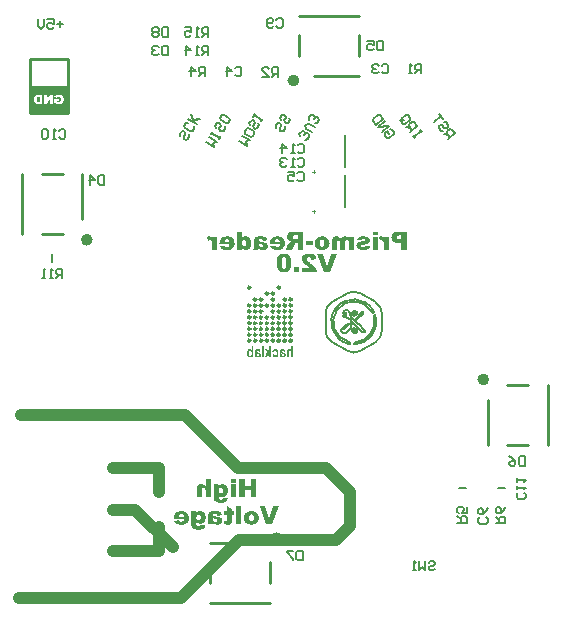
<source format=gbo>
G04*
G04 #@! TF.GenerationSoftware,Altium Limited,Altium Designer,23.4.1 (23)*
G04*
G04 Layer_Color=32896*
%FSLAX44Y44*%
%MOMM*%
G71*
G04*
G04 #@! TF.SameCoordinates,2E05C734-F49D-4732-BD03-9418B1375616*
G04*
G04*
G04 #@! TF.FilePolarity,Positive*
G04*
G01*
G75*
%ADD11C,0.1000*%
%ADD12C,0.2540*%
%ADD15C,0.2000*%
%ADD16C,0.1500*%
%ADD17C,1.0000*%
%ADD18C,0.1900*%
%ADD73C,0.5080*%
G36*
X40000Y415750D02*
X10000D01*
Y438750D01*
X40000D01*
Y415750D01*
D02*
G37*
G36*
X303313Y312407D02*
X299076D01*
Y315275D01*
X303313D01*
Y312407D01*
D02*
G37*
G36*
X276038Y311319D02*
X276432Y311263D01*
X276807Y311207D01*
X277107Y311132D01*
X277369Y311038D01*
X277557Y310982D01*
X277613Y310944D01*
X277669Y310926D01*
X277688Y310907D01*
X277707D01*
X278025Y310720D01*
X278344Y310494D01*
X278625Y310270D01*
X278888Y310026D01*
X279094Y309801D01*
X279263Y309632D01*
X279338Y309557D01*
X279375Y309501D01*
X279394Y309482D01*
X279412Y309464D01*
Y311094D01*
X283349D01*
Y300054D01*
X279112D01*
Y305677D01*
X279094Y306108D01*
X279037Y306483D01*
X278963Y306802D01*
X278869Y307045D01*
X278794Y307233D01*
X278719Y307364D01*
X278663Y307458D01*
X278644Y307477D01*
X278456Y307664D01*
X278269Y307795D01*
X278063Y307908D01*
X277875Y307964D01*
X277707Y308001D01*
X277575Y308039D01*
X277463D01*
X277294Y308020D01*
X277144Y308001D01*
X277013Y307964D01*
X276901Y307908D01*
X276807Y307852D01*
X276732Y307814D01*
X276694Y307795D01*
X276676Y307777D01*
X276563Y307664D01*
X276451Y307570D01*
X276320Y307345D01*
X276263Y307252D01*
X276226Y307177D01*
X276207Y307120D01*
Y307102D01*
X276169Y306989D01*
X276151Y306839D01*
X276132Y306521D01*
X276113Y306371D01*
Y306239D01*
Y306164D01*
Y306127D01*
Y300054D01*
X271877D01*
Y305752D01*
X271858Y306164D01*
X271802Y306539D01*
X271727Y306839D01*
X271652Y307083D01*
X271577Y307252D01*
X271502Y307402D01*
X271446Y307477D01*
X271427Y307495D01*
X271239Y307683D01*
X271052Y307814D01*
X270846Y307908D01*
X270658Y307964D01*
X270490Y308020D01*
X270359Y308039D01*
X270227D01*
X270002Y308020D01*
X269796Y307945D01*
X269627Y307852D01*
X269478Y307758D01*
X269346Y307645D01*
X269252Y307551D01*
X269196Y307477D01*
X269178Y307458D01*
X269084Y307308D01*
X269009Y307139D01*
X268953Y306952D01*
X268915Y306764D01*
X268896Y306614D01*
X268878Y306483D01*
Y306389D01*
Y306352D01*
Y300054D01*
X264641D01*
Y306970D01*
X264660Y307383D01*
X264679Y307758D01*
X264735Y308114D01*
X264791Y308433D01*
X264866Y308732D01*
X264960Y308995D01*
X265054Y309239D01*
X265147Y309464D01*
X265241Y309651D01*
X265335Y309820D01*
X265410Y309951D01*
X265504Y310063D01*
X265560Y310157D01*
X265616Y310213D01*
X265635Y310251D01*
X265653Y310270D01*
X265841Y310457D01*
X266066Y310626D01*
X266272Y310757D01*
X266497Y310888D01*
X266741Y311001D01*
X266966Y311076D01*
X267397Y311207D01*
X267603Y311244D01*
X267790Y311282D01*
X267978Y311301D01*
X268109Y311319D01*
X268240Y311338D01*
X268409D01*
X268840Y311319D01*
X269234Y311282D01*
X269571Y311207D01*
X269871Y311151D01*
X270115Y311076D01*
X270284Y311001D01*
X270396Y310963D01*
X270415Y310944D01*
X270434D01*
X270752Y310776D01*
X271071Y310551D01*
X271371Y310307D01*
X271652Y310063D01*
X271896Y309820D01*
X272083Y309632D01*
X272158Y309576D01*
X272214Y309520D01*
X272233Y309482D01*
X272252Y309464D01*
X272439Y309801D01*
X272645Y310082D01*
X272870Y310326D01*
X273058Y310513D01*
X273245Y310663D01*
X273377Y310776D01*
X273470Y310851D01*
X273508Y310869D01*
X273826Y311019D01*
X274164Y311132D01*
X274501Y311226D01*
X274839Y311282D01*
X275138Y311319D01*
X275251D01*
X275364Y311338D01*
X275588D01*
X276038Y311319D01*
D02*
G37*
G36*
X205425Y311301D02*
X205800Y311282D01*
X206138Y311244D01*
X206400Y311207D01*
X206512Y311188D01*
X206606D01*
X206681Y311169D01*
X206737Y311151D01*
X206793D01*
X207150Y311076D01*
X207468Y311001D01*
X207750Y310926D01*
X207974Y310851D01*
X208143Y310776D01*
X208274Y310719D01*
X208368Y310682D01*
X208387Y310663D01*
X208668Y310494D01*
X208912Y310307D01*
X209137Y310120D01*
X209305Y309970D01*
X209437Y309820D01*
X209549Y309707D01*
X209605Y309613D01*
X209624Y309595D01*
X209774Y309351D01*
X209905Y309089D01*
X210018Y308807D01*
X210111Y308545D01*
X210186Y308301D01*
X210243Y308114D01*
X210261Y308039D01*
Y308001D01*
X210280Y307964D01*
Y307945D01*
X206231Y307514D01*
X206138Y307758D01*
X206025Y307964D01*
X205912Y308133D01*
X205819Y308264D01*
X205725Y308376D01*
X205650Y308433D01*
X205613Y308470D01*
X205594Y308489D01*
X205369Y308601D01*
X205125Y308676D01*
X204863Y308751D01*
X204619Y308789D01*
X204394Y308807D01*
X204207Y308826D01*
X204038D01*
X203757Y308807D01*
X203513Y308770D01*
X203326Y308732D01*
X203176Y308676D01*
X203063Y308601D01*
X202969Y308564D01*
X202932Y308526D01*
X202913Y308507D01*
X202801Y308376D01*
X202726Y308208D01*
X202651Y308020D01*
X202613Y307851D01*
X202595Y307683D01*
X202576Y307551D01*
Y307458D01*
Y307420D01*
X202876Y307308D01*
X203157Y307195D01*
X203401Y307120D01*
X203644Y307045D01*
X203832Y306970D01*
X203963Y306933D01*
X204057Y306914D01*
X204094Y306895D01*
X204244Y306858D01*
X204432Y306820D01*
X204638Y306764D01*
X204863Y306708D01*
X205369Y306614D01*
X205894Y306502D01*
X206138Y306446D01*
X206381Y306389D01*
X206587Y306352D01*
X206793Y306314D01*
X206943Y306277D01*
X207056Y306258D01*
X207150Y306239D01*
X207168D01*
X207525Y306164D01*
X207862Y306071D01*
X208162Y305977D01*
X208424Y305883D01*
X208687Y305790D01*
X208893Y305696D01*
X209099Y305583D01*
X209268Y305490D01*
X209418Y305396D01*
X209549Y305321D01*
X209662Y305246D01*
X209736Y305171D01*
X209811Y305115D01*
X209849Y305077D01*
X209886Y305058D01*
Y305040D01*
X210130Y304721D01*
X210318Y304365D01*
X210430Y304027D01*
X210524Y303690D01*
X210580Y303409D01*
X210599Y303278D01*
Y303165D01*
X210618Y303090D01*
Y303015D01*
Y302978D01*
Y302959D01*
X210599Y302715D01*
X210580Y302472D01*
X210468Y302040D01*
X210299Y301665D01*
X210111Y301328D01*
X209924Y301066D01*
X209755Y300878D01*
X209699Y300803D01*
X209643Y300747D01*
X209624Y300728D01*
X209605Y300709D01*
X209399Y300560D01*
X209174Y300410D01*
X208706Y300185D01*
X208199Y300035D01*
X207712Y299922D01*
X207487Y299885D01*
X207281Y299866D01*
X207094Y299828D01*
X206925D01*
X206793Y299810D01*
X206606D01*
X206063Y299828D01*
X205575Y299885D01*
X205125Y299960D01*
X204750Y300035D01*
X204582Y300072D01*
X204432Y300110D01*
X204300Y300147D01*
X204207Y300185D01*
X204113Y300222D01*
X204057Y300241D01*
X204019Y300260D01*
X204000D01*
X203701Y300410D01*
X203401Y300578D01*
X203120Y300766D01*
X202857Y300953D01*
X202651Y301122D01*
X202501Y301272D01*
X202388Y301366D01*
X202351Y301403D01*
X202313Y301234D01*
X202295Y301084D01*
X202276Y300972D01*
X202239Y300860D01*
X202220Y300784D01*
Y300728D01*
X202201Y300709D01*
Y300691D01*
X202126Y300503D01*
X202013Y300297D01*
X201957Y300203D01*
X201920Y300128D01*
X201901Y300072D01*
X201882Y300053D01*
X197908D01*
X198021Y300297D01*
X198114Y300503D01*
X198190Y300709D01*
X198246Y300860D01*
X198283Y300991D01*
X198321Y301084D01*
X198340Y301141D01*
Y301159D01*
X198377Y301347D01*
X198396Y301534D01*
X198414Y301740D01*
Y301947D01*
X198433Y302115D01*
Y302265D01*
Y302359D01*
Y302397D01*
Y307270D01*
X198452Y307570D01*
X198489Y307851D01*
X198527Y308133D01*
X198583Y308376D01*
X198658Y308582D01*
X198696Y308751D01*
X198733Y308864D01*
X198752Y308901D01*
X198883Y309201D01*
X199014Y309482D01*
X199164Y309707D01*
X199296Y309895D01*
X199427Y310045D01*
X199520Y310138D01*
X199595Y310213D01*
X199614Y310232D01*
X199914Y310457D01*
X200233Y310663D01*
X200570Y310813D01*
X200870Y310926D01*
X201133Y311019D01*
X201357Y311076D01*
X201432Y311094D01*
X201489D01*
X201526Y311113D01*
X201545D01*
X201995Y311188D01*
X202501Y311244D01*
X203007Y311282D01*
X203494Y311319D01*
X203925D01*
X204113Y311338D01*
X205013D01*
X205425Y311301D01*
D02*
G37*
G36*
X248727Y303971D02*
X242578D01*
Y307252D01*
X248727D01*
Y303971D01*
D02*
G37*
G36*
X219109Y311319D02*
X219615Y311263D01*
X220084Y311188D01*
X220534Y311094D01*
X220946Y310963D01*
X221321Y310832D01*
X221658Y310682D01*
X221958Y310532D01*
X222240Y310382D01*
X222483Y310232D01*
X222689Y310101D01*
X222858Y309970D01*
X222989Y309876D01*
X223083Y309801D01*
X223139Y309745D01*
X223158Y309726D01*
X223439Y309426D01*
X223702Y309089D01*
X223927Y308751D01*
X224114Y308395D01*
X224264Y308058D01*
X224395Y307701D01*
X224508Y307364D01*
X224601Y307045D01*
X224676Y306727D01*
X224714Y306446D01*
X224751Y306202D01*
X224789Y305977D01*
Y305790D01*
X224808Y305658D01*
Y305583D01*
Y305546D01*
X224789Y305208D01*
X224770Y304890D01*
X224676Y304290D01*
X224545Y303746D01*
X224470Y303503D01*
X224395Y303278D01*
X224320Y303071D01*
X224245Y302903D01*
X224170Y302753D01*
X224114Y302621D01*
X224058Y302509D01*
X224020Y302434D01*
X223983Y302397D01*
Y302378D01*
X223664Y301909D01*
X223308Y301497D01*
X222971Y301159D01*
X222633Y300897D01*
X222333Y300672D01*
X222221Y300597D01*
X222108Y300522D01*
X222015Y300485D01*
X221958Y300447D01*
X221921Y300410D01*
X221902D01*
X221658Y300297D01*
X221396Y300203D01*
X220834Y300072D01*
X220253Y299960D01*
X219709Y299885D01*
X219447Y299866D01*
X219222Y299847D01*
X218997Y299828D01*
X218809D01*
X218659Y299810D01*
X218003D01*
X217572Y299847D01*
X217160Y299885D01*
X216785Y299922D01*
X216447Y299978D01*
X216129Y300035D01*
X215847Y300091D01*
X215585Y300166D01*
X215341Y300241D01*
X215154Y300297D01*
X214985Y300353D01*
X214835Y300410D01*
X214723Y300466D01*
X214648Y300485D01*
X214610Y300522D01*
X214592D01*
X214348Y300672D01*
X214104Y300822D01*
X213654Y301197D01*
X213261Y301590D01*
X212923Y301984D01*
X212642Y302340D01*
X212530Y302490D01*
X212436Y302640D01*
X212361Y302753D01*
X212305Y302828D01*
X212286Y302884D01*
X212267Y302903D01*
X216429Y303296D01*
X216579Y303128D01*
X216710Y302978D01*
X216841Y302847D01*
X216953Y302753D01*
X217047Y302678D01*
X217122Y302621D01*
X217160Y302603D01*
X217178Y302584D01*
X217385Y302490D01*
X217591Y302415D01*
X217797Y302359D01*
X217984Y302322D01*
X218134Y302303D01*
X218247Y302284D01*
X218359D01*
X218715Y302322D01*
X219034Y302397D01*
X219297Y302509D01*
X219540Y302640D01*
X219728Y302771D01*
X219859Y302884D01*
X219934Y302959D01*
X219971Y302996D01*
X220121Y303203D01*
X220234Y303446D01*
X220328Y303690D01*
X220403Y303934D01*
X220459Y304159D01*
X220496Y304346D01*
Y304421D01*
X220515Y304477D01*
Y304496D01*
Y304515D01*
X212024D01*
Y304983D01*
Y305377D01*
X212061Y305771D01*
X212098Y306127D01*
X212136Y306464D01*
X212192Y306783D01*
X212248Y307064D01*
X212323Y307327D01*
X212380Y307570D01*
X212455Y307795D01*
X212530Y307983D01*
X212586Y308151D01*
X212642Y308283D01*
X212680Y308395D01*
X212717Y308470D01*
X212754Y308507D01*
Y308526D01*
X213054Y309014D01*
X213373Y309426D01*
X213729Y309782D01*
X214067Y310082D01*
X214367Y310307D01*
X214498Y310401D01*
X214610Y310476D01*
X214704Y310532D01*
X214779Y310569D01*
X214816Y310607D01*
X214835D01*
X215098Y310738D01*
X215398Y310851D01*
X215997Y311038D01*
X216616Y311169D01*
X217216Y311244D01*
X217497Y311282D01*
X217759Y311301D01*
X217984Y311319D01*
X218191D01*
X218359Y311338D01*
X218584D01*
X219109Y311319D01*
D02*
G37*
G36*
X176539D02*
X177045Y311263D01*
X177514Y311188D01*
X177963Y311094D01*
X178376Y310963D01*
X178751Y310832D01*
X179088Y310682D01*
X179388Y310532D01*
X179669Y310382D01*
X179913Y310232D01*
X180119Y310101D01*
X180288Y309970D01*
X180419Y309876D01*
X180513Y309801D01*
X180569Y309745D01*
X180588Y309726D01*
X180869Y309426D01*
X181131Y309089D01*
X181356Y308751D01*
X181544Y308395D01*
X181694Y308058D01*
X181825Y307701D01*
X181937Y307364D01*
X182031Y307045D01*
X182106Y306727D01*
X182144Y306446D01*
X182181Y306202D01*
X182219Y305977D01*
Y305790D01*
X182237Y305658D01*
Y305583D01*
Y305546D01*
X182219Y305208D01*
X182200Y304890D01*
X182106Y304290D01*
X181975Y303746D01*
X181900Y303503D01*
X181825Y303278D01*
X181750Y303071D01*
X181675Y302903D01*
X181600Y302753D01*
X181544Y302621D01*
X181488Y302509D01*
X181450Y302434D01*
X181413Y302397D01*
Y302378D01*
X181094Y301909D01*
X180738Y301497D01*
X180400Y301159D01*
X180063Y300897D01*
X179763Y300672D01*
X179650Y300597D01*
X179538Y300522D01*
X179444Y300485D01*
X179388Y300447D01*
X179351Y300410D01*
X179332D01*
X179088Y300297D01*
X178826Y300203D01*
X178263Y300072D01*
X177682Y299960D01*
X177139Y299885D01*
X176876Y299866D01*
X176651Y299847D01*
X176426Y299828D01*
X176239D01*
X176089Y299810D01*
X175433D01*
X175002Y299847D01*
X174589Y299885D01*
X174214Y299922D01*
X173877Y299978D01*
X173558Y300035D01*
X173277Y300091D01*
X173015Y300166D01*
X172771Y300241D01*
X172584Y300297D01*
X172415Y300353D01*
X172265Y300410D01*
X172152Y300466D01*
X172077Y300485D01*
X172040Y300522D01*
X172021D01*
X171777Y300672D01*
X171534Y300822D01*
X171084Y301197D01*
X170690Y301590D01*
X170353Y301984D01*
X170072Y302340D01*
X169959Y302490D01*
X169865Y302640D01*
X169790Y302753D01*
X169734Y302828D01*
X169715Y302884D01*
X169697Y302903D01*
X173858Y303296D01*
X174008Y303128D01*
X174139Y302978D01*
X174271Y302847D01*
X174383Y302753D01*
X174477Y302678D01*
X174552Y302621D01*
X174589Y302603D01*
X174608Y302584D01*
X174814Y302490D01*
X175020Y302415D01*
X175227Y302359D01*
X175414Y302322D01*
X175564Y302303D01*
X175676Y302284D01*
X175789D01*
X176145Y302322D01*
X176464Y302397D01*
X176726Y302509D01*
X176970Y302640D01*
X177157Y302771D01*
X177289Y302884D01*
X177364Y302959D01*
X177401Y302996D01*
X177551Y303203D01*
X177663Y303446D01*
X177757Y303690D01*
X177832Y303934D01*
X177888Y304159D01*
X177926Y304346D01*
Y304421D01*
X177945Y304477D01*
Y304496D01*
Y304515D01*
X169453D01*
Y304983D01*
Y305377D01*
X169491Y305771D01*
X169528Y306127D01*
X169566Y306464D01*
X169622Y306783D01*
X169678Y307064D01*
X169753Y307327D01*
X169809Y307570D01*
X169884Y307795D01*
X169959Y307983D01*
X170016Y308151D01*
X170072Y308283D01*
X170109Y308395D01*
X170147Y308470D01*
X170184Y308507D01*
Y308526D01*
X170484Y309014D01*
X170803Y309426D01*
X171159Y309782D01*
X171496Y310082D01*
X171796Y310307D01*
X171928Y310401D01*
X172040Y310476D01*
X172134Y310532D01*
X172209Y310569D01*
X172246Y310607D01*
X172265D01*
X172527Y310738D01*
X172827Y310851D01*
X173427Y311038D01*
X174046Y311169D01*
X174646Y311244D01*
X174927Y311282D01*
X175189Y311301D01*
X175414Y311319D01*
X175620D01*
X175789Y311338D01*
X176014D01*
X176539Y311319D01*
D02*
G37*
G36*
X328000Y300054D02*
X323276D01*
Y305696D01*
X320708D01*
X320183Y305714D01*
X319715Y305752D01*
X319265Y305808D01*
X318852Y305902D01*
X318459Y305996D01*
X318121Y306108D01*
X317803Y306221D01*
X317521Y306352D01*
X317278Y306464D01*
X317053Y306577D01*
X316884Y306689D01*
X316734Y306783D01*
X316622Y306877D01*
X316528Y306933D01*
X316490Y306970D01*
X316472Y306989D01*
X316228Y307252D01*
X316003Y307514D01*
X315816Y307795D01*
X315666Y308095D01*
X315516Y308395D01*
X315403Y308695D01*
X315310Y308995D01*
X315235Y309276D01*
X315178Y309538D01*
X315141Y309782D01*
X315103Y310007D01*
X315085Y310213D01*
X315066Y310363D01*
Y310494D01*
Y310569D01*
Y310588D01*
X315085Y311001D01*
X315122Y311376D01*
X315178Y311751D01*
X315272Y312088D01*
X315366Y312388D01*
X315459Y312669D01*
X315591Y312931D01*
X315703Y313175D01*
X315816Y313381D01*
X315928Y313550D01*
X316041Y313700D01*
X316134Y313831D01*
X316228Y313925D01*
X316284Y314000D01*
X316322Y314037D01*
X316341Y314056D01*
X316584Y314262D01*
X316865Y314450D01*
X317165Y314618D01*
X317484Y314768D01*
X317803Y314881D01*
X318121Y314975D01*
X318740Y315125D01*
X319040Y315181D01*
X319302Y315218D01*
X319546Y315237D01*
X319752Y315256D01*
X319940Y315275D01*
X328000D01*
Y300054D01*
D02*
G37*
G36*
X306556Y311319D02*
X306855Y311263D01*
X307118Y311188D01*
X307324Y311113D01*
X307512Y311038D01*
X307643Y310963D01*
X307718Y310907D01*
X307755Y310888D01*
X307980Y310682D01*
X308186Y310438D01*
X308393Y310176D01*
X308561Y309913D01*
X308711Y309670D01*
X308824Y309464D01*
X308861Y309389D01*
X308899Y309332D01*
X308917Y309295D01*
Y311094D01*
X312873D01*
Y300054D01*
X308617D01*
Y303746D01*
Y304215D01*
X308599Y304665D01*
X308561Y305058D01*
X308524Y305433D01*
X308468Y305752D01*
X308411Y306052D01*
X308355Y306314D01*
X308299Y306539D01*
X308243Y306745D01*
X308186Y306914D01*
X308130Y307064D01*
X308074Y307177D01*
X308036Y307252D01*
X307999Y307327D01*
X307980Y307345D01*
Y307364D01*
X307793Y307589D01*
X307586Y307758D01*
X307362Y307889D01*
X307155Y307964D01*
X306968Y308020D01*
X306818Y308039D01*
X306724Y308058D01*
X306687D01*
X306499Y308039D01*
X306312Y308001D01*
X306106Y307964D01*
X305918Y307908D01*
X305749Y307833D01*
X305618Y307795D01*
X305525Y307758D01*
X305487Y307739D01*
X304175Y310757D01*
X304587Y310944D01*
X304962Y311094D01*
X305318Y311188D01*
X305618Y311263D01*
X305881Y311301D01*
X306068Y311338D01*
X306237D01*
X306556Y311319D01*
D02*
G37*
G36*
X303313Y300054D02*
X299076D01*
Y311094D01*
X303313D01*
Y300054D01*
D02*
G37*
G36*
X240497Y300053D02*
X235774D01*
Y306239D01*
X235361D01*
X235136Y306221D01*
X234911Y306183D01*
X234724Y306127D01*
X234555Y306071D01*
X234405Y305996D01*
X234312Y305939D01*
X234237Y305902D01*
X234218Y305883D01*
X234068Y305752D01*
X233918Y305583D01*
X233787Y305396D01*
X233637Y305190D01*
X233524Y305002D01*
X233431Y304852D01*
X233374Y304740D01*
X233356Y304721D01*
Y304702D01*
X230825Y300053D01*
X225501D01*
X227807Y304440D01*
X227882Y304571D01*
X227976Y304740D01*
X228201Y305040D01*
X228313Y305190D01*
X228407Y305302D01*
X228463Y305377D01*
X228482Y305396D01*
X228650Y305602D01*
X228800Y305790D01*
X228932Y305921D01*
X229044Y306033D01*
X229119Y306108D01*
X229175Y306164D01*
X229213Y306202D01*
X229231D01*
X229400Y306314D01*
X229588Y306408D01*
X229981Y306595D01*
X230169Y306652D01*
X230319Y306708D01*
X230413Y306745D01*
X230431Y306764D01*
X230450D01*
X230075Y306858D01*
X229738Y306970D01*
X229457Y307064D01*
X229213Y307158D01*
X229025Y307252D01*
X228894Y307327D01*
X228800Y307364D01*
X228782Y307383D01*
X228444Y307608D01*
X228144Y307851D01*
X227882Y308095D01*
X227676Y308339D01*
X227507Y308545D01*
X227376Y308714D01*
X227301Y308826D01*
X227282Y308845D01*
Y308864D01*
X227095Y309220D01*
X226963Y309595D01*
X226870Y309951D01*
X226813Y310288D01*
X226757Y310588D01*
Y310719D01*
X226738Y310832D01*
Y310926D01*
Y310982D01*
Y311019D01*
Y311038D01*
X226776Y311563D01*
X226851Y312050D01*
X226963Y312463D01*
X227095Y312819D01*
X227170Y312988D01*
X227226Y313119D01*
X227282Y313231D01*
X227338Y313325D01*
X227376Y313419D01*
X227413Y313475D01*
X227451Y313494D01*
Y313512D01*
X227732Y313869D01*
X228051Y314150D01*
X228351Y314394D01*
X228650Y314581D01*
X228913Y314731D01*
X229138Y314825D01*
X229213Y314862D01*
X229269Y314881D01*
X229307Y314900D01*
X229325D01*
X229550Y314975D01*
X229794Y315031D01*
X230338Y315125D01*
X230881Y315181D01*
X231425Y315237D01*
X231668D01*
X231912Y315256D01*
X232118D01*
X232306Y315275D01*
X240497D01*
Y300053D01*
D02*
G37*
G36*
X161168Y311319D02*
X161468Y311263D01*
X161730Y311188D01*
X161936Y311113D01*
X162124Y311038D01*
X162255Y310963D01*
X162330Y310907D01*
X162367Y310888D01*
X162592Y310682D01*
X162799Y310438D01*
X163005Y310176D01*
X163174Y309913D01*
X163323Y309670D01*
X163436Y309464D01*
X163473Y309389D01*
X163511Y309332D01*
X163530Y309295D01*
Y311094D01*
X167485D01*
Y300053D01*
X163230D01*
Y303746D01*
Y304215D01*
X163211Y304665D01*
X163174Y305058D01*
X163136Y305433D01*
X163080Y305752D01*
X163023Y306052D01*
X162967Y306314D01*
X162911Y306539D01*
X162855Y306745D01*
X162799Y306914D01*
X162742Y307064D01*
X162686Y307177D01*
X162649Y307252D01*
X162611Y307327D01*
X162592Y307345D01*
Y307364D01*
X162405Y307589D01*
X162199Y307758D01*
X161974Y307889D01*
X161768Y307964D01*
X161580Y308020D01*
X161430Y308039D01*
X161336Y308058D01*
X161299D01*
X161112Y308039D01*
X160924Y308001D01*
X160718Y307964D01*
X160530Y307908D01*
X160362Y307833D01*
X160231Y307795D01*
X160137Y307758D01*
X160099Y307739D01*
X158787Y310757D01*
X159199Y310944D01*
X159574Y311094D01*
X159930Y311188D01*
X160231Y311263D01*
X160493Y311301D01*
X160680Y311338D01*
X160849D01*
X161168Y311319D01*
D02*
G37*
G36*
X291972Y311319D02*
X292272Y311301D01*
X292553Y311282D01*
X292815Y311244D01*
X293078Y311207D01*
X293303Y311169D01*
X293490Y311151D01*
X293678Y311113D01*
X293846Y311076D01*
X293978Y311038D01*
X294090Y311001D01*
X294184Y310982D01*
X294240Y310963D01*
X294277Y310944D01*
X294296D01*
X294690Y310776D01*
X295027Y310588D01*
X295327Y310401D01*
X295590Y310213D01*
X295777Y310026D01*
X295927Y309895D01*
X296002Y309801D01*
X296039Y309764D01*
X296246Y309464D01*
X296396Y309145D01*
X296508Y308826D01*
X296583Y308526D01*
X296621Y308283D01*
X296639Y308076D01*
X296658Y308001D01*
Y307945D01*
Y307908D01*
Y307889D01*
X296639Y307533D01*
X296564Y307195D01*
X296471Y306895D01*
X296358Y306633D01*
X296264Y306408D01*
X296171Y306239D01*
X296096Y306146D01*
X296077Y306108D01*
X295852Y305846D01*
X295608Y305621D01*
X295365Y305415D01*
X295140Y305265D01*
X294933Y305152D01*
X294783Y305058D01*
X294671Y305021D01*
X294634Y305002D01*
X294465Y304946D01*
X294259Y304890D01*
X294034Y304815D01*
X293790Y304758D01*
X293284Y304646D01*
X292778Y304534D01*
X292534Y304496D01*
X292309Y304440D01*
X292122Y304402D01*
X291934Y304365D01*
X291784Y304346D01*
X291672Y304327D01*
X291597Y304309D01*
X291578D01*
X291316Y304252D01*
X291072Y304215D01*
X290866Y304177D01*
X290660Y304121D01*
X290491Y304084D01*
X290360Y304046D01*
X290228Y304009D01*
X290116Y303990D01*
X289947Y303934D01*
X289835Y303896D01*
X289778Y303859D01*
X289760D01*
X289591Y303765D01*
X289479Y303652D01*
X289385Y303540D01*
X289329Y303428D01*
X289291Y303315D01*
X289272Y303240D01*
Y303184D01*
Y303165D01*
X289291Y303015D01*
X289329Y302884D01*
X289385Y302771D01*
X289460Y302678D01*
X289535Y302603D01*
X289591Y302547D01*
X289629Y302509D01*
X289647Y302490D01*
X289835Y302378D01*
X290041Y302284D01*
X290266Y302228D01*
X290472Y302172D01*
X290660Y302153D01*
X290828Y302134D01*
X290959D01*
X291241Y302153D01*
X291484Y302190D01*
X291709Y302228D01*
X291878Y302303D01*
X292028Y302359D01*
X292122Y302397D01*
X292197Y302434D01*
X292215Y302453D01*
X292384Y302584D01*
X292515Y302753D01*
X292647Y302940D01*
X292740Y303109D01*
X292834Y303259D01*
X292890Y303409D01*
X292909Y303484D01*
X292928Y303521D01*
X297127Y303128D01*
X297052Y302847D01*
X296958Y302565D01*
X296714Y302078D01*
X296452Y301647D01*
X296171Y301309D01*
X296039Y301159D01*
X295908Y301028D01*
X295796Y300916D01*
X295702Y300841D01*
X295608Y300766D01*
X295552Y300709D01*
X295515Y300691D01*
X295496Y300672D01*
X295233Y300522D01*
X294933Y300391D01*
X294615Y300278D01*
X294277Y300166D01*
X293565Y300016D01*
X292853Y299922D01*
X292515Y299885D01*
X292215Y299847D01*
X291915Y299828D01*
X291672D01*
X291466Y299810D01*
X290791D01*
X290435Y299828D01*
X290079Y299866D01*
X289760Y299885D01*
X289460Y299941D01*
X289179Y299979D01*
X288916Y300016D01*
X288691Y300072D01*
X288485Y300128D01*
X288316Y300166D01*
X288167Y300222D01*
X288035Y300260D01*
X287941Y300278D01*
X287866Y300316D01*
X287829Y300335D01*
X287810D01*
X287379Y300560D01*
X286985Y300784D01*
X286686Y301028D01*
X286423Y301253D01*
X286217Y301459D01*
X286086Y301628D01*
X285992Y301740D01*
X285973Y301759D01*
Y301778D01*
X285786Y302115D01*
X285636Y302453D01*
X285542Y302753D01*
X285467Y303053D01*
X285430Y303278D01*
X285392Y303465D01*
Y303540D01*
Y303596D01*
Y303615D01*
Y303634D01*
X285411Y303971D01*
X285486Y304309D01*
X285561Y304590D01*
X285673Y304852D01*
X285767Y305058D01*
X285861Y305227D01*
X285936Y305321D01*
X285954Y305358D01*
X286180Y305639D01*
X286423Y305883D01*
X286686Y306089D01*
X286948Y306258D01*
X287173Y306408D01*
X287360Y306502D01*
X287435Y306539D01*
X287492Y306558D01*
X287510Y306577D01*
X287529D01*
X287735Y306652D01*
X287960Y306727D01*
X288448Y306858D01*
X288972Y306989D01*
X289479Y307083D01*
X289704Y307120D01*
X289928Y307158D01*
X290135Y307177D01*
X290303Y307214D01*
X290453Y307233D01*
X290566D01*
X290641Y307252D01*
X290660D01*
X290903Y307289D01*
X291128Y307308D01*
X291334Y307345D01*
X291522Y307364D01*
X291691Y307402D01*
X291840Y307439D01*
X292084Y307495D01*
X292253Y307533D01*
X292365Y307570D01*
X292440Y307608D01*
X292459D01*
X292590Y307701D01*
X292703Y307795D01*
X292778Y307908D01*
X292815Y308001D01*
X292853Y308095D01*
X292871Y308170D01*
Y308208D01*
Y308226D01*
X292853Y308358D01*
X292815Y308470D01*
X292703Y308676D01*
X292647Y308751D01*
X292609Y308808D01*
X292572Y308826D01*
X292553Y308845D01*
X292422Y308939D01*
X292253Y308995D01*
X291915Y309070D01*
X291747Y309089D01*
X291616Y309107D01*
X291503D01*
X291259Y309089D01*
X291016Y309051D01*
X290809Y308995D01*
X290641Y308939D01*
X290491Y308882D01*
X290397Y308826D01*
X290322Y308789D01*
X290303Y308770D01*
X290172Y308676D01*
X290079Y308545D01*
X289910Y308301D01*
X289853Y308189D01*
X289816Y308095D01*
X289778Y308020D01*
Y308001D01*
X285767Y308395D01*
X285936Y308770D01*
X286123Y309107D01*
X286292Y309407D01*
X286461Y309632D01*
X286611Y309838D01*
X286723Y309970D01*
X286798Y310063D01*
X286835Y310082D01*
X287079Y310307D01*
X287342Y310494D01*
X287604Y310663D01*
X287848Y310795D01*
X288054Y310888D01*
X288241Y310963D01*
X288354Y311001D01*
X288373Y311019D01*
X288391D01*
X288579Y311076D01*
X288785Y311132D01*
X289235Y311207D01*
X289722Y311263D01*
X290191Y311301D01*
X290416Y311319D01*
X290622D01*
X290809Y311338D01*
X291297D01*
X291972Y311319D01*
D02*
G37*
G36*
X256862D02*
X257368Y311263D01*
X257837Y311188D01*
X258268Y311076D01*
X258680Y310963D01*
X259055Y310813D01*
X259411Y310663D01*
X259711Y310513D01*
X259992Y310363D01*
X260236Y310213D01*
X260442Y310063D01*
X260611Y309951D01*
X260761Y309838D01*
X260855Y309764D01*
X260911Y309707D01*
X260930Y309688D01*
X261230Y309370D01*
X261492Y309051D01*
X261717Y308695D01*
X261923Y308358D01*
X262073Y308001D01*
X262223Y307664D01*
X262336Y307327D01*
X262429Y306989D01*
X262486Y306689D01*
X262542Y306408D01*
X262579Y306164D01*
X262617Y305939D01*
Y305771D01*
X262635Y305639D01*
Y305564D01*
Y305527D01*
X262617Y305040D01*
X262542Y304571D01*
X262448Y304121D01*
X262317Y303709D01*
X262167Y303315D01*
X261998Y302959D01*
X261811Y302621D01*
X261623Y302340D01*
X261436Y302059D01*
X261267Y301834D01*
X261098Y301628D01*
X260948Y301459D01*
X260817Y301328D01*
X260723Y301234D01*
X260648Y301178D01*
X260630Y301159D01*
X260311Y300916D01*
X259974Y300709D01*
X259618Y300541D01*
X259261Y300372D01*
X258905Y300241D01*
X258549Y300147D01*
X258193Y300054D01*
X257855Y299979D01*
X257537Y299922D01*
X257256Y299885D01*
X256993Y299847D01*
X256768Y299828D01*
X256581D01*
X256431Y299810D01*
X256318D01*
X255775Y299828D01*
X255269Y299885D01*
X254781Y299960D01*
X254331Y300053D01*
X253919Y300185D01*
X253525Y300316D01*
X253188Y300466D01*
X252869Y300616D01*
X252588Y300766D01*
X252344Y300916D01*
X252138Y301047D01*
X251970Y301178D01*
X251819Y301272D01*
X251726Y301347D01*
X251670Y301403D01*
X251651Y301422D01*
X251351Y301740D01*
X251088Y302078D01*
X250863Y302415D01*
X250657Y302771D01*
X250507Y303109D01*
X250357Y303465D01*
X250245Y303803D01*
X250151Y304121D01*
X250095Y304421D01*
X250039Y304702D01*
X250001Y304965D01*
X249964Y305171D01*
Y305358D01*
X249945Y305490D01*
Y305564D01*
Y305602D01*
X249964Y306014D01*
X250001Y306408D01*
X250076Y306783D01*
X250151Y307139D01*
X250264Y307477D01*
X250376Y307795D01*
X250507Y308076D01*
X250620Y308358D01*
X250751Y308582D01*
X250882Y308789D01*
X250995Y308976D01*
X251107Y309126D01*
X251182Y309257D01*
X251257Y309332D01*
X251295Y309389D01*
X251313Y309407D01*
X251651Y309745D01*
X252026Y310045D01*
X252401Y310307D01*
X252813Y310532D01*
X253225Y310719D01*
X253657Y310869D01*
X254069Y311001D01*
X254463Y311094D01*
X254837Y311169D01*
X255194Y311244D01*
X255512Y311282D01*
X255793Y311301D01*
X256018Y311319D01*
X256187Y311338D01*
X256337D01*
X256862Y311319D01*
D02*
G37*
G36*
X188554Y310007D02*
X188798Y310232D01*
X189042Y310438D01*
X189286Y310607D01*
X189510Y310757D01*
X189717Y310851D01*
X189867Y310944D01*
X189960Y310982D01*
X189979Y311001D01*
X189998D01*
X190298Y311113D01*
X190616Y311188D01*
X190916Y311263D01*
X191197Y311301D01*
X191423Y311319D01*
X191610Y311338D01*
X191779D01*
X192153Y311319D01*
X192510Y311282D01*
X192828Y311207D01*
X193147Y311113D01*
X193447Y311001D01*
X193728Y310869D01*
X193972Y310738D01*
X194197Y310607D01*
X194403Y310476D01*
X194590Y310345D01*
X194740Y310213D01*
X194872Y310101D01*
X194984Y310007D01*
X195059Y309932D01*
X195096Y309895D01*
X195115Y309876D01*
X195340Y309595D01*
X195546Y309276D01*
X195715Y308939D01*
X195865Y308601D01*
X195996Y308264D01*
X196109Y307908D01*
X196203Y307570D01*
X196259Y307233D01*
X196315Y306914D01*
X196353Y306614D01*
X196390Y306352D01*
X196409Y306127D01*
X196427Y305939D01*
Y305790D01*
Y305714D01*
Y305677D01*
X196409Y305227D01*
X196371Y304796D01*
X196315Y304384D01*
X196240Y303990D01*
X196146Y303615D01*
X196052Y303278D01*
X195940Y302959D01*
X195828Y302678D01*
X195734Y302415D01*
X195621Y302190D01*
X195528Y301984D01*
X195434Y301815D01*
X195359Y301684D01*
X195303Y301590D01*
X195265Y301534D01*
X195247Y301516D01*
X195022Y301216D01*
X194759Y300953D01*
X194497Y300728D01*
X194216Y300522D01*
X193916Y300372D01*
X193634Y300222D01*
X193353Y300110D01*
X193072Y300016D01*
X192810Y299960D01*
X192585Y299904D01*
X192360Y299866D01*
X192172Y299828D01*
X192022D01*
X191891Y299810D01*
X191797D01*
X191385Y299828D01*
X191010Y299885D01*
X190673Y299960D01*
X190373Y300053D01*
X190129Y300128D01*
X189942Y300203D01*
X189867Y300241D01*
X189810Y300260D01*
X189792Y300278D01*
X189773D01*
X189510Y300447D01*
X189248Y300653D01*
X188986Y300878D01*
X188761Y301122D01*
X188554Y301328D01*
X188386Y301516D01*
X188330Y301590D01*
X188292Y301647D01*
X188255Y301665D01*
Y300053D01*
X184281D01*
Y315275D01*
X188554D01*
Y310007D01*
D02*
G37*
G36*
X246177Y296747D02*
X246533Y296709D01*
X246852Y296691D01*
X247152Y296634D01*
X247433Y296597D01*
X247677Y296541D01*
X247902Y296503D01*
X248108Y296447D01*
X248277Y296391D01*
X248427Y296353D01*
X248558Y296316D01*
X248652Y296278D01*
X248727Y296241D01*
X248764Y296222D01*
X248783D01*
X249214Y295997D01*
X249589Y295753D01*
X249907Y295491D01*
X250170Y295247D01*
X250376Y295022D01*
X250526Y294835D01*
X250582Y294760D01*
X250620Y294704D01*
X250657Y294685D01*
Y294666D01*
X250882Y294254D01*
X251070Y293822D01*
X251238Y293354D01*
X251351Y292904D01*
X251407Y292698D01*
X251445Y292510D01*
X251482Y292342D01*
X251501Y292192D01*
X251538Y292061D01*
Y291967D01*
X251557Y291910D01*
Y291892D01*
X247321Y291554D01*
X247246Y292004D01*
X247152Y292379D01*
X247040Y292679D01*
X246927Y292923D01*
X246814Y293110D01*
X246721Y293241D01*
X246665Y293316D01*
X246646Y293335D01*
X246440Y293504D01*
X246215Y293635D01*
X245990Y293729D01*
X245784Y293804D01*
X245596Y293841D01*
X245446Y293860D01*
X245315D01*
X245034Y293841D01*
X244771Y293785D01*
X244565Y293691D01*
X244378Y293616D01*
X244228Y293523D01*
X244115Y293429D01*
X244040Y293373D01*
X244021Y293354D01*
X243853Y293166D01*
X243722Y292960D01*
X243628Y292773D01*
X243553Y292585D01*
X243515Y292417D01*
X243497Y292285D01*
Y292210D01*
Y292173D01*
X243515Y291929D01*
X243572Y291686D01*
X243665Y291461D01*
X243759Y291254D01*
X243853Y291067D01*
X243946Y290936D01*
X244003Y290842D01*
X244021Y290805D01*
X244134Y290673D01*
X244265Y290505D01*
X244434Y290355D01*
X244621Y290186D01*
X244996Y289830D01*
X245409Y289492D01*
X245784Y289193D01*
X245952Y289061D01*
X246102Y288949D01*
X246233Y288855D01*
X246327Y288780D01*
X246383Y288743D01*
X246402Y288724D01*
X246946Y288311D01*
X247452Y287899D01*
X247920Y287524D01*
X248333Y287149D01*
X248727Y286812D01*
X249064Y286493D01*
X249364Y286193D01*
X249626Y285912D01*
X249851Y285668D01*
X250058Y285443D01*
X250207Y285256D01*
X250339Y285106D01*
X250432Y284975D01*
X250507Y284881D01*
X250545Y284825D01*
X250564Y284806D01*
X250751Y284487D01*
X250938Y284188D01*
X251088Y283869D01*
X251238Y283569D01*
X251463Y282969D01*
X251557Y282688D01*
X251632Y282425D01*
X251707Y282182D01*
X251744Y281957D01*
X251801Y281769D01*
X251819Y281601D01*
X251857Y281469D01*
Y281376D01*
X251876Y281301D01*
Y281282D01*
X239167D01*
Y284731D01*
X245802D01*
X245596Y284937D01*
X245390Y285106D01*
X245221Y285275D01*
X245071Y285406D01*
X244959Y285500D01*
X244865Y285593D01*
X244809Y285631D01*
X244790Y285650D01*
X244696Y285725D01*
X244584Y285800D01*
X244340Y285987D01*
X244059Y286193D01*
X243759Y286399D01*
X243497Y286587D01*
X243272Y286737D01*
X243178Y286812D01*
X243122Y286849D01*
X243084Y286868D01*
X243065Y286887D01*
X242672Y287168D01*
X242316Y287430D01*
X241997Y287693D01*
X241697Y287955D01*
X241435Y288199D01*
X241191Y288424D01*
X240966Y288630D01*
X240779Y288836D01*
X240610Y289024D01*
X240479Y289174D01*
X240366Y289324D01*
X240273Y289436D01*
X240198Y289530D01*
X240141Y289605D01*
X240104Y289642D01*
Y289661D01*
X239954Y289905D01*
X239823Y290149D01*
X239635Y290617D01*
X239485Y291067D01*
X239373Y291479D01*
X239354Y291648D01*
X239317Y291817D01*
X239298Y291967D01*
Y292079D01*
X239279Y292192D01*
Y292267D01*
Y292304D01*
Y292323D01*
X239317Y292810D01*
X239391Y293241D01*
X239504Y293654D01*
X239635Y293991D01*
X239766Y294291D01*
X239823Y294404D01*
X239879Y294497D01*
X239916Y294572D01*
X239954Y294629D01*
X239991Y294666D01*
Y294685D01*
X240273Y295060D01*
X240591Y295378D01*
X240929Y295641D01*
X241247Y295866D01*
X241528Y296035D01*
X241641Y296091D01*
X241753Y296147D01*
X241847Y296184D01*
X241903Y296222D01*
X241941Y296241D01*
X241959D01*
X242203Y296334D01*
X242466Y296409D01*
X243028Y296541D01*
X243609Y296634D01*
X244153Y296709D01*
X244415Y296728D01*
X244659Y296747D01*
X244865D01*
X245053Y296765D01*
X245821D01*
X246177Y296747D01*
D02*
G37*
G36*
X263198Y281282D02*
X258080D01*
X252419Y296503D01*
X257199Y296503D01*
X260592Y285537D01*
X264023Y296503D01*
X268934D01*
X263198Y281282D01*
D02*
G37*
G36*
X236955Y281282D02*
X232437D01*
Y285518D01*
X236955D01*
Y281282D01*
D02*
G37*
G36*
X224545Y296747D02*
X225089Y296691D01*
X225595Y296597D01*
X226064Y296503D01*
X226495Y296353D01*
X226870Y296222D01*
X227226Y296053D01*
X227544Y295903D01*
X227826Y295735D01*
X228069Y295566D01*
X228257Y295435D01*
X228426Y295303D01*
X228557Y295191D01*
X228650Y295097D01*
X228707Y295041D01*
X228725Y295022D01*
X229007Y294666D01*
X229231Y294254D01*
X229438Y293822D01*
X229625Y293335D01*
X229775Y292848D01*
X229906Y292342D01*
X230000Y291835D01*
X230094Y291329D01*
X230150Y290861D01*
X230206Y290411D01*
X230225Y289998D01*
X230263Y289661D01*
Y289361D01*
X230281Y289249D01*
Y289136D01*
Y289061D01*
Y289005D01*
Y288967D01*
Y288949D01*
X230263Y288311D01*
X230225Y287712D01*
X230188Y287149D01*
X230150Y286905D01*
X230131Y286681D01*
X230094Y286474D01*
X230075Y286287D01*
X230056Y286118D01*
X230019Y285987D01*
X230000Y285875D01*
Y285800D01*
X229981Y285743D01*
Y285725D01*
X229850Y285200D01*
X229719Y284750D01*
X229588Y284356D01*
X229438Y284019D01*
X229325Y283756D01*
X229231Y283569D01*
X229194Y283513D01*
X229157Y283456D01*
X229138Y283438D01*
Y283419D01*
X228838Y283006D01*
X228500Y282632D01*
X228182Y282332D01*
X227882Y282069D01*
X227601Y281882D01*
X227376Y281732D01*
X227301Y281676D01*
X227245Y281657D01*
X227207Y281619D01*
X227188D01*
X226720Y281413D01*
X226214Y281282D01*
X225689Y281169D01*
X225201Y281094D01*
X224976Y281076D01*
X224770Y281057D01*
X224583Y281038D01*
X224414D01*
X224283Y281020D01*
X224095D01*
X223477Y281038D01*
X222896Y281094D01*
X222371Y281188D01*
X221883Y281320D01*
X221452Y281469D01*
X221059Y281619D01*
X220702Y281807D01*
X220384Y281976D01*
X220121Y282163D01*
X219878Y282332D01*
X219690Y282482D01*
X219540Y282632D01*
X219409Y282763D01*
X219334Y282857D01*
X219278Y282913D01*
X219259Y282932D01*
X219015Y283325D01*
X218790Y283756D01*
X218603Y284206D01*
X218453Y284694D01*
X218303Y285200D01*
X218191Y285706D01*
X218097Y286212D01*
X218022Y286699D01*
X217966Y287168D01*
X217928Y287599D01*
X217891Y287993D01*
X217872Y288330D01*
X217853Y288611D01*
Y288724D01*
Y288818D01*
Y288892D01*
Y288967D01*
Y288986D01*
Y289005D01*
X217872Y289680D01*
X217928Y290336D01*
X217984Y290936D01*
X218022Y291217D01*
X218059Y291461D01*
X218116Y291704D01*
X218153Y291910D01*
X218191Y292098D01*
X218209Y292248D01*
X218247Y292379D01*
X218266Y292473D01*
X218284Y292529D01*
Y292548D01*
X218378Y292866D01*
X218472Y293166D01*
X218566Y293429D01*
X218659Y293673D01*
X218734Y293841D01*
X218809Y293991D01*
X218847Y294066D01*
X218865Y294104D01*
X219015Y294347D01*
X219165Y294591D01*
X219334Y294797D01*
X219484Y295004D01*
X219634Y295153D01*
X219746Y295266D01*
X219821Y295360D01*
X219840Y295378D01*
X220084Y295603D01*
X220346Y295791D01*
X220627Y295959D01*
X220871Y296109D01*
X221096Y296222D01*
X221284Y296297D01*
X221359Y296334D01*
X221415Y296353D01*
X221434Y296372D01*
X221452D01*
X221846Y296503D01*
X222258Y296597D01*
X222689Y296672D01*
X223083Y296709D01*
X223439Y296747D01*
X223589D01*
X223702Y296765D01*
X223964D01*
X224545Y296747D01*
D02*
G37*
G36*
X183053Y102588D02*
X178817D01*
Y105456D01*
X183053D01*
Y102588D01*
D02*
G37*
G36*
X200618Y90235D02*
X195912D01*
Y96383D01*
X190776D01*
Y90235D01*
X186052D01*
Y105456D01*
X190776D01*
Y100132D01*
X195912D01*
Y105456D01*
X200618D01*
Y90235D01*
D02*
G37*
G36*
X161927D02*
X157691D01*
Y95521D01*
Y95783D01*
X157672Y96046D01*
X157654Y96271D01*
X157616Y96477D01*
X157578Y96664D01*
X157541Y96833D01*
X157447Y97133D01*
X157372Y97339D01*
X157297Y97489D01*
X157241Y97583D01*
X157222Y97602D01*
X157035Y97808D01*
X156829Y97958D01*
X156622Y98052D01*
X156435Y98126D01*
X156248Y98164D01*
X156116Y98201D01*
X155985D01*
X155741Y98183D01*
X155517Y98126D01*
X155329Y98070D01*
X155179Y97995D01*
X155048Y97901D01*
X154973Y97845D01*
X154917Y97789D01*
X154898Y97770D01*
X154767Y97583D01*
X154673Y97358D01*
X154598Y97114D01*
X154560Y96870D01*
X154523Y96646D01*
X154504Y96458D01*
Y96383D01*
Y96327D01*
Y96308D01*
Y96289D01*
Y90235D01*
X150249D01*
Y97245D01*
X150268Y97639D01*
X150287Y98014D01*
X150343Y98351D01*
X150399Y98670D01*
X150474Y98951D01*
X150568Y99214D01*
X150661Y99457D01*
X150737Y99682D01*
X150830Y99870D01*
X150924Y100020D01*
X151018Y100170D01*
X151093Y100263D01*
X151149Y100357D01*
X151205Y100413D01*
X151224Y100451D01*
X151243Y100470D01*
X151430Y100657D01*
X151636Y100826D01*
X151861Y100957D01*
X152086Y101069D01*
X152536Y101257D01*
X152967Y101388D01*
X153173Y101426D01*
X153361Y101463D01*
X153530Y101482D01*
X153680Y101501D01*
X153792Y101519D01*
X153961D01*
X154392Y101501D01*
X154767Y101463D01*
X155123Y101388D01*
X155423Y101332D01*
X155648Y101257D01*
X155835Y101182D01*
X155948Y101144D01*
X155966Y101126D01*
X155985D01*
X156304Y100957D01*
X156604Y100770D01*
X156904Y100545D01*
X157147Y100338D01*
X157372Y100151D01*
X157541Y100001D01*
X157654Y99888D01*
X157672Y99870D01*
X157691Y99851D01*
Y105456D01*
X161927D01*
Y90235D01*
D02*
G37*
G36*
X172518Y101501D02*
X172856Y101463D01*
X173193Y101388D01*
X173493Y101313D01*
X173793Y101201D01*
X174056Y101088D01*
X174299Y100957D01*
X174524Y100844D01*
X174730Y100713D01*
X174899Y100582D01*
X175049Y100470D01*
X175180Y100357D01*
X175274Y100282D01*
X175349Y100207D01*
X175386Y100170D01*
X175405Y100151D01*
X175630Y99888D01*
X175818Y99589D01*
X175986Y99289D01*
X176117Y98970D01*
X176249Y98651D01*
X176342Y98314D01*
X176492Y97695D01*
X176530Y97395D01*
X176567Y97114D01*
X176605Y96870D01*
X176624Y96664D01*
X176642Y96477D01*
Y96346D01*
Y96271D01*
Y96233D01*
X176624Y95821D01*
X176605Y95427D01*
X176549Y95071D01*
X176492Y94715D01*
X176417Y94396D01*
X176342Y94096D01*
X176249Y93834D01*
X176155Y93590D01*
X176080Y93365D01*
X175986Y93159D01*
X175911Y93009D01*
X175836Y92859D01*
X175780Y92765D01*
X175724Y92672D01*
X175705Y92634D01*
X175686Y92615D01*
X175424Y92278D01*
X175143Y91978D01*
X174843Y91716D01*
X174543Y91491D01*
X174243Y91322D01*
X173943Y91153D01*
X173662Y91022D01*
X173381Y90928D01*
X173118Y90853D01*
X172875Y90778D01*
X172668Y90741D01*
X172481Y90722D01*
X172312Y90703D01*
X172200Y90685D01*
X172106D01*
X171694Y90703D01*
X171300Y90760D01*
X170925Y90853D01*
X170625Y90947D01*
X170363Y91022D01*
X170156Y91116D01*
X170082Y91153D01*
X170025Y91172D01*
X170007Y91191D01*
X169988D01*
X169763Y91341D01*
X169538Y91509D01*
X169313Y91678D01*
X169125Y91847D01*
X168957Y92015D01*
X168844Y92147D01*
X168751Y92222D01*
X168732Y92259D01*
Y90591D01*
X168751Y90178D01*
X168807Y89822D01*
X168882Y89522D01*
X168957Y89298D01*
X169051Y89129D01*
X169125Y88997D01*
X169182Y88923D01*
X169200Y88904D01*
X169388Y88735D01*
X169594Y88604D01*
X169838Y88529D01*
X170044Y88454D01*
X170250Y88416D01*
X170419Y88398D01*
X170569D01*
X170831Y88416D01*
X171056Y88454D01*
X171262Y88510D01*
X171431Y88566D01*
X171562Y88623D01*
X171656Y88679D01*
X171731Y88716D01*
X171750Y88735D01*
X171862Y88829D01*
X171956Y88960D01*
X172106Y89222D01*
X172162Y89335D01*
X172181Y89429D01*
X172218Y89504D01*
Y89522D01*
X176324Y89991D01*
X176342Y89766D01*
Y89597D01*
Y89485D01*
Y89466D01*
Y89447D01*
X176324Y89148D01*
X176286Y88848D01*
X176230Y88566D01*
X176155Y88323D01*
X176061Y88079D01*
X175949Y87854D01*
X175836Y87648D01*
X175724Y87479D01*
X175611Y87310D01*
X175499Y87179D01*
X175386Y87048D01*
X175293Y86954D01*
X175218Y86879D01*
X175161Y86804D01*
X175124Y86786D01*
X175105Y86767D01*
X174843Y86598D01*
X174562Y86429D01*
X174224Y86298D01*
X173868Y86186D01*
X173118Y85998D01*
X172350Y85886D01*
X171994Y85848D01*
X171656Y85811D01*
X171338Y85792D01*
X171075Y85773D01*
X170850Y85755D01*
X170531D01*
X170007Y85773D01*
X169519Y85792D01*
X169088Y85830D01*
X168713Y85886D01*
X168544Y85905D01*
X168395Y85942D01*
X168263Y85961D01*
X168169Y85980D01*
X168076Y85998D01*
X168020D01*
X167982Y86017D01*
X167963D01*
X167551Y86130D01*
X167195Y86261D01*
X166876Y86392D01*
X166595Y86542D01*
X166389Y86654D01*
X166220Y86767D01*
X166126Y86842D01*
X166089Y86861D01*
X165826Y87086D01*
X165601Y87348D01*
X165395Y87610D01*
X165226Y87854D01*
X165095Y88060D01*
X165002Y88248D01*
X164945Y88360D01*
X164927Y88379D01*
Y88398D01*
X164777Y88754D01*
X164664Y89091D01*
X164589Y89429D01*
X164533Y89729D01*
X164496Y89972D01*
X164477Y90178D01*
Y90253D01*
Y90310D01*
Y90328D01*
Y90347D01*
Y90835D01*
Y101276D01*
X168432D01*
Y99645D01*
X168713Y100001D01*
X168994Y100282D01*
X169257Y100526D01*
X169500Y100732D01*
X169707Y100882D01*
X169857Y100995D01*
X169969Y101051D01*
X169988Y101069D01*
X170007D01*
X170344Y101219D01*
X170700Y101332D01*
X171056Y101407D01*
X171394Y101463D01*
X171694Y101501D01*
X171825D01*
X171919Y101519D01*
X172143D01*
X172518Y101501D01*
D02*
G37*
G36*
X183053Y90235D02*
X178817D01*
Y101276D01*
X183053D01*
Y90235D01*
D02*
G37*
G36*
X153717Y78755D02*
X154054Y78718D01*
X154392Y78643D01*
X154692Y78568D01*
X154992Y78455D01*
X155254Y78343D01*
X155498Y78212D01*
X155723Y78099D01*
X155929Y77968D01*
X156098Y77837D01*
X156248Y77724D01*
X156379Y77612D01*
X156473Y77537D01*
X156547Y77462D01*
X156585Y77424D01*
X156604Y77406D01*
X156829Y77143D01*
X157016Y76843D01*
X157185Y76543D01*
X157316Y76225D01*
X157447Y75906D01*
X157541Y75568D01*
X157691Y74950D01*
X157728Y74650D01*
X157766Y74369D01*
X157803Y74125D01*
X157822Y73919D01*
X157841Y73731D01*
Y73600D01*
Y73525D01*
Y73488D01*
X157822Y73075D01*
X157803Y72682D01*
X157747Y72326D01*
X157691Y71969D01*
X157616Y71651D01*
X157541Y71351D01*
X157447Y71088D01*
X157353Y70845D01*
X157279Y70620D01*
X157185Y70413D01*
X157110Y70264D01*
X157035Y70114D01*
X156979Y70020D01*
X156922Y69926D01*
X156904Y69889D01*
X156885Y69870D01*
X156622Y69532D01*
X156341Y69233D01*
X156041Y68970D01*
X155741Y68745D01*
X155442Y68576D01*
X155142Y68408D01*
X154860Y68277D01*
X154579Y68183D01*
X154317Y68108D01*
X154073Y68033D01*
X153867Y67995D01*
X153680Y67977D01*
X153511Y67958D01*
X153398Y67939D01*
X153305D01*
X152892Y67958D01*
X152499Y68014D01*
X152124Y68108D01*
X151824Y68202D01*
X151561Y68277D01*
X151355Y68370D01*
X151280Y68408D01*
X151224Y68427D01*
X151205Y68445D01*
X151186D01*
X150961Y68595D01*
X150737Y68764D01*
X150512Y68933D01*
X150324Y69101D01*
X150155Y69270D01*
X150043Y69401D01*
X149949Y69476D01*
X149930Y69514D01*
Y67846D01*
X149949Y67433D01*
X150005Y67077D01*
X150080Y66777D01*
X150155Y66552D01*
X150249Y66383D01*
X150324Y66252D01*
X150380Y66177D01*
X150399Y66158D01*
X150587Y65990D01*
X150793Y65858D01*
X151036Y65784D01*
X151243Y65708D01*
X151449Y65671D01*
X151617Y65652D01*
X151768D01*
X152030Y65671D01*
X152255Y65708D01*
X152461Y65765D01*
X152630Y65821D01*
X152761Y65877D01*
X152855Y65933D01*
X152930Y65971D01*
X152948Y65990D01*
X153061Y66083D01*
X153155Y66215D01*
X153305Y66477D01*
X153361Y66589D01*
X153380Y66683D01*
X153417Y66758D01*
Y66777D01*
X157522Y67246D01*
X157541Y67021D01*
Y66852D01*
Y66740D01*
Y66721D01*
Y66702D01*
X157522Y66402D01*
X157485Y66102D01*
X157429Y65821D01*
X157353Y65577D01*
X157260Y65334D01*
X157147Y65109D01*
X157035Y64903D01*
X156922Y64734D01*
X156810Y64565D01*
X156698Y64434D01*
X156585Y64303D01*
X156491Y64209D01*
X156416Y64134D01*
X156360Y64059D01*
X156322Y64040D01*
X156304Y64021D01*
X156041Y63853D01*
X155760Y63684D01*
X155423Y63553D01*
X155067Y63440D01*
X154317Y63253D01*
X153548Y63140D01*
X153192Y63103D01*
X152855Y63065D01*
X152536Y63047D01*
X152274Y63028D01*
X152049Y63009D01*
X151730D01*
X151205Y63028D01*
X150718Y63047D01*
X150287Y63084D01*
X149912Y63140D01*
X149743Y63159D01*
X149593Y63197D01*
X149462Y63215D01*
X149368Y63234D01*
X149274Y63253D01*
X149218D01*
X149181Y63272D01*
X149162D01*
X148750Y63384D01*
X148393Y63515D01*
X148075Y63646D01*
X147794Y63797D01*
X147587Y63909D01*
X147419Y64021D01*
X147325Y64096D01*
X147287Y64115D01*
X147025Y64340D01*
X146800Y64602D01*
X146594Y64865D01*
X146425Y65109D01*
X146294Y65315D01*
X146200Y65502D01*
X146144Y65615D01*
X146125Y65634D01*
Y65652D01*
X145975Y66008D01*
X145863Y66346D01*
X145788Y66683D01*
X145731Y66983D01*
X145694Y67227D01*
X145675Y67433D01*
Y67508D01*
Y67564D01*
Y67583D01*
Y67602D01*
Y68089D01*
Y78530D01*
X149630Y78530D01*
Y76899D01*
X149912Y77256D01*
X150193Y77537D01*
X150455Y77780D01*
X150699Y77987D01*
X150905Y78137D01*
X151055Y78249D01*
X151168Y78305D01*
X151186Y78324D01*
X151205D01*
X151543Y78474D01*
X151899Y78587D01*
X152255Y78661D01*
X152592Y78718D01*
X152892Y78755D01*
X153023D01*
X153117Y78774D01*
X153342D01*
X153717Y78755D01*
D02*
G37*
G36*
X166839Y78736D02*
X167213Y78718D01*
X167551Y78680D01*
X167813Y78643D01*
X167926Y78624D01*
X168020D01*
X168095Y78605D01*
X168151Y78587D01*
X168207D01*
X168563Y78512D01*
X168882Y78436D01*
X169163Y78362D01*
X169388Y78286D01*
X169557Y78212D01*
X169688Y78155D01*
X169782Y78118D01*
X169800Y78099D01*
X170082Y77930D01*
X170325Y77743D01*
X170550Y77555D01*
X170719Y77406D01*
X170850Y77256D01*
X170963Y77143D01*
X171019Y77049D01*
X171038Y77031D01*
X171187Y76787D01*
X171319Y76525D01*
X171431Y76243D01*
X171525Y75981D01*
X171600Y75737D01*
X171656Y75550D01*
X171675Y75475D01*
Y75437D01*
X171694Y75400D01*
Y75381D01*
X167645Y74950D01*
X167551Y75194D01*
X167439Y75400D01*
X167326Y75568D01*
X167232Y75700D01*
X167139Y75812D01*
X167064Y75868D01*
X167026Y75906D01*
X167007Y75925D01*
X166782Y76037D01*
X166539Y76112D01*
X166276Y76187D01*
X166033Y76225D01*
X165808Y76243D01*
X165620Y76262D01*
X165452D01*
X165170Y76243D01*
X164927Y76206D01*
X164739Y76168D01*
X164589Y76112D01*
X164477Y76037D01*
X164383Y76000D01*
X164345Y75962D01*
X164327Y75943D01*
X164214Y75812D01*
X164139Y75644D01*
X164064Y75456D01*
X164027Y75287D01*
X164008Y75119D01*
X163989Y74987D01*
Y74894D01*
Y74856D01*
X164289Y74744D01*
X164570Y74631D01*
X164814Y74556D01*
X165058Y74481D01*
X165245Y74406D01*
X165376Y74369D01*
X165470Y74350D01*
X165508Y74331D01*
X165658Y74294D01*
X165845Y74256D01*
X166051Y74200D01*
X166276Y74144D01*
X166782Y74050D01*
X167307Y73938D01*
X167551Y73881D01*
X167795Y73825D01*
X168001Y73788D01*
X168207Y73750D01*
X168357Y73713D01*
X168469Y73694D01*
X168563Y73675D01*
X168582D01*
X168938Y73600D01*
X169275Y73506D01*
X169575Y73413D01*
X169838Y73319D01*
X170100Y73225D01*
X170306Y73132D01*
X170513Y73019D01*
X170681Y72925D01*
X170831Y72832D01*
X170963Y72757D01*
X171075Y72682D01*
X171150Y72607D01*
X171225Y72551D01*
X171262Y72513D01*
X171300Y72494D01*
Y72476D01*
X171544Y72157D01*
X171731Y71801D01*
X171844Y71463D01*
X171937Y71126D01*
X171994Y70845D01*
X172012Y70714D01*
Y70601D01*
X172031Y70526D01*
Y70451D01*
Y70413D01*
Y70395D01*
X172012Y70151D01*
X171994Y69907D01*
X171881Y69476D01*
X171712Y69101D01*
X171525Y68764D01*
X171338Y68502D01*
X171169Y68314D01*
X171112Y68239D01*
X171056Y68183D01*
X171038Y68164D01*
X171019Y68145D01*
X170813Y67995D01*
X170588Y67846D01*
X170119Y67621D01*
X169613Y67471D01*
X169125Y67358D01*
X168901Y67321D01*
X168694Y67302D01*
X168507Y67264D01*
X168338D01*
X168207Y67246D01*
X168020D01*
X167476Y67264D01*
X166989Y67321D01*
X166539Y67396D01*
X166164Y67471D01*
X165995Y67508D01*
X165845Y67545D01*
X165714Y67583D01*
X165620Y67621D01*
X165526Y67658D01*
X165470Y67677D01*
X165433Y67695D01*
X165414D01*
X165114Y67846D01*
X164814Y68014D01*
X164533Y68202D01*
X164270Y68389D01*
X164064Y68558D01*
X163914Y68708D01*
X163802Y68801D01*
X163764Y68839D01*
X163727Y68670D01*
X163708Y68520D01*
X163689Y68408D01*
X163652Y68295D01*
X163633Y68220D01*
Y68164D01*
X163614Y68145D01*
Y68127D01*
X163539Y67939D01*
X163427Y67733D01*
X163371Y67639D01*
X163333Y67564D01*
X163314Y67508D01*
X163296Y67489D01*
X159322D01*
X159434Y67733D01*
X159528Y67939D01*
X159603Y68145D01*
X159659Y68295D01*
X159697Y68427D01*
X159734Y68520D01*
X159753Y68576D01*
Y68595D01*
X159790Y68783D01*
X159809Y68970D01*
X159828Y69176D01*
Y69383D01*
X159847Y69551D01*
Y69701D01*
Y69795D01*
Y69832D01*
Y74706D01*
X159865Y75006D01*
X159903Y75287D01*
X159940Y75568D01*
X159997Y75812D01*
X160072Y76018D01*
X160109Y76187D01*
X160147Y76300D01*
X160165Y76337D01*
X160296Y76637D01*
X160428Y76918D01*
X160578Y77143D01*
X160709Y77330D01*
X160840Y77481D01*
X160934Y77574D01*
X161009Y77649D01*
X161028Y77668D01*
X161327Y77893D01*
X161646Y78099D01*
X161984Y78249D01*
X162283Y78362D01*
X162546Y78455D01*
X162771Y78512D01*
X162846Y78530D01*
X162902D01*
X162940Y78549D01*
X162958D01*
X163408Y78624D01*
X163914Y78680D01*
X164421Y78718D01*
X164908Y78755D01*
X165339D01*
X165526Y78774D01*
X166426D01*
X166839Y78736D01*
D02*
G37*
G36*
X214264Y67489D02*
X209146D01*
X203486Y82710D01*
X208265D01*
X211658Y71744D01*
X215089Y82710D01*
X220000D01*
X214264Y67489D01*
D02*
G37*
G36*
X180091Y80536D02*
Y78530D01*
X181647D01*
Y75437D01*
X180091D01*
Y71538D01*
Y71201D01*
X180073Y70901D01*
X180054Y70620D01*
X180035Y70357D01*
X180016Y70114D01*
X179979Y69889D01*
X179942Y69701D01*
X179904Y69514D01*
X179885Y69364D01*
X179848Y69233D01*
X179810Y69120D01*
X179792Y69026D01*
X179773Y68970D01*
X179754Y68914D01*
X179735Y68895D01*
Y68876D01*
X179585Y68595D01*
X179417Y68333D01*
X179229Y68127D01*
X179060Y67958D01*
X178892Y67808D01*
X178761Y67714D01*
X178686Y67658D01*
X178648Y67639D01*
X178498Y67564D01*
X178329Y67508D01*
X177973Y67414D01*
X177580Y67339D01*
X177205Y67302D01*
X176867Y67264D01*
X176717D01*
X176586Y67246D01*
X176324D01*
X175799Y67264D01*
X175293Y67302D01*
X174787Y67358D01*
X174337Y67414D01*
X174130Y67452D01*
X173943Y67471D01*
X173793Y67508D01*
X173643Y67527D01*
X173531Y67545D01*
X173456Y67564D01*
X173399Y67583D01*
X173381D01*
X173699Y70507D01*
X173999Y70413D01*
X174262Y70357D01*
X174487Y70301D01*
X174674Y70282D01*
X174824Y70264D01*
X174918Y70245D01*
X175012D01*
X175180Y70264D01*
X175330Y70301D01*
X175461Y70357D01*
X175555Y70413D01*
X175630Y70470D01*
X175686Y70526D01*
X175705Y70564D01*
X175724Y70582D01*
X175761Y70695D01*
X175799Y70826D01*
X175836Y71145D01*
X175855Y71276D01*
Y71407D01*
Y71482D01*
Y71519D01*
Y75437D01*
X173531D01*
Y78530D01*
X175855D01*
Y82710D01*
X180091Y80536D01*
D02*
G37*
G36*
X137952Y78755D02*
X138458Y78699D01*
X138927Y78624D01*
X139377Y78530D01*
X139789Y78399D01*
X140164Y78268D01*
X140502Y78118D01*
X140801Y77968D01*
X141083Y77818D01*
X141326Y77668D01*
X141533Y77537D01*
X141701Y77406D01*
X141833Y77312D01*
X141926Y77237D01*
X141982Y77181D01*
X142001Y77162D01*
X142282Y76862D01*
X142545Y76525D01*
X142770Y76187D01*
X142957Y75831D01*
X143107Y75493D01*
X143238Y75137D01*
X143351Y74800D01*
X143445Y74481D01*
X143520Y74163D01*
X143557Y73881D01*
X143595Y73638D01*
X143632Y73413D01*
Y73225D01*
X143651Y73094D01*
Y73019D01*
Y72982D01*
X143632Y72644D01*
X143613Y72326D01*
X143520Y71726D01*
X143388Y71182D01*
X143313Y70938D01*
X143238Y70713D01*
X143163Y70507D01*
X143088Y70339D01*
X143013Y70189D01*
X142957Y70057D01*
X142901Y69945D01*
X142864Y69870D01*
X142826Y69832D01*
Y69814D01*
X142507Y69345D01*
X142151Y68933D01*
X141814Y68595D01*
X141476Y68333D01*
X141176Y68108D01*
X141064Y68033D01*
X140951Y67958D01*
X140858Y67920D01*
X140801Y67883D01*
X140764Y67845D01*
X140745D01*
X140502Y67733D01*
X140239Y67639D01*
X139677Y67508D01*
X139096Y67396D01*
X138552Y67321D01*
X138290Y67302D01*
X138065Y67283D01*
X137840Y67264D01*
X137652D01*
X137502Y67246D01*
X136846D01*
X136415Y67283D01*
X136003Y67321D01*
X135628Y67358D01*
X135290Y67414D01*
X134972Y67470D01*
X134691Y67527D01*
X134428Y67602D01*
X134185Y67677D01*
X133997Y67733D01*
X133828Y67789D01*
X133678Y67845D01*
X133566Y67902D01*
X133491Y67920D01*
X133453Y67958D01*
X133435D01*
X133191Y68108D01*
X132947Y68258D01*
X132497Y68633D01*
X132104Y69026D01*
X131766Y69420D01*
X131485Y69776D01*
X131373Y69926D01*
X131279Y70076D01*
X131204Y70189D01*
X131148Y70264D01*
X131129Y70320D01*
X131110Y70339D01*
X135272Y70732D01*
X135422Y70564D01*
X135553Y70413D01*
X135684Y70282D01*
X135797Y70189D01*
X135890Y70114D01*
X135965Y70057D01*
X136003Y70039D01*
X136021Y70020D01*
X136228Y69926D01*
X136434Y69851D01*
X136640Y69795D01*
X136827Y69757D01*
X136978Y69739D01*
X137090Y69720D01*
X137202D01*
X137559Y69757D01*
X137877Y69832D01*
X138140Y69945D01*
X138383Y70076D01*
X138571Y70207D01*
X138702Y70320D01*
X138777Y70395D01*
X138814Y70432D01*
X138965Y70638D01*
X139077Y70882D01*
X139171Y71126D01*
X139246Y71370D01*
X139302Y71595D01*
X139339Y71782D01*
Y71857D01*
X139358Y71913D01*
Y71932D01*
Y71951D01*
X130867D01*
Y72419D01*
Y72813D01*
X130904Y73207D01*
X130941Y73563D01*
X130979Y73900D01*
X131035Y74219D01*
X131091Y74500D01*
X131166Y74762D01*
X131223Y75006D01*
X131298Y75231D01*
X131373Y75419D01*
X131429Y75587D01*
X131485Y75718D01*
X131523Y75831D01*
X131560Y75906D01*
X131598Y75943D01*
Y75962D01*
X131898Y76449D01*
X132216Y76862D01*
X132572Y77218D01*
X132910Y77518D01*
X133210Y77743D01*
X133341Y77837D01*
X133453Y77912D01*
X133547Y77968D01*
X133622Y78005D01*
X133660Y78043D01*
X133678D01*
X133941Y78174D01*
X134241Y78286D01*
X134840Y78474D01*
X135459Y78605D01*
X136059Y78680D01*
X136340Y78718D01*
X136603Y78736D01*
X136827Y78755D01*
X137034D01*
X137202Y78774D01*
X137427D01*
X137952Y78755D01*
D02*
G37*
G36*
X187889Y67489D02*
X183653D01*
Y82710D01*
X187889D01*
Y67489D01*
D02*
G37*
G36*
X196981Y78755D02*
X197487Y78699D01*
X197956Y78624D01*
X198387Y78512D01*
X198799Y78399D01*
X199174Y78249D01*
X199530Y78099D01*
X199830Y77949D01*
X200111Y77799D01*
X200355Y77649D01*
X200561Y77499D01*
X200730Y77387D01*
X200880Y77274D01*
X200974Y77199D01*
X201030Y77143D01*
X201049Y77124D01*
X201348Y76806D01*
X201611Y76487D01*
X201836Y76131D01*
X202042Y75793D01*
X202192Y75437D01*
X202342Y75100D01*
X202454Y74762D01*
X202548Y74425D01*
X202604Y74125D01*
X202661Y73844D01*
X202698Y73600D01*
X202736Y73375D01*
Y73207D01*
X202754Y73075D01*
Y73000D01*
Y72963D01*
X202736Y72476D01*
X202661Y72007D01*
X202567Y71557D01*
X202436Y71145D01*
X202286Y70751D01*
X202117Y70395D01*
X201930Y70057D01*
X201742Y69776D01*
X201555Y69495D01*
X201386Y69270D01*
X201217Y69064D01*
X201067Y68895D01*
X200936Y68764D01*
X200842Y68670D01*
X200767Y68614D01*
X200749Y68595D01*
X200430Y68352D01*
X200093Y68145D01*
X199736Y67977D01*
X199380Y67808D01*
X199024Y67677D01*
X198668Y67583D01*
X198312Y67489D01*
X197974Y67414D01*
X197656Y67358D01*
X197374Y67321D01*
X197112Y67283D01*
X196887Y67264D01*
X196700D01*
X196550Y67246D01*
X196437D01*
X195894Y67264D01*
X195387Y67321D01*
X194900Y67396D01*
X194450Y67489D01*
X194038Y67621D01*
X193644Y67752D01*
X193307Y67902D01*
X192988Y68052D01*
X192707Y68202D01*
X192463Y68352D01*
X192257Y68483D01*
X192088Y68614D01*
X191938Y68708D01*
X191845Y68783D01*
X191789Y68839D01*
X191770Y68858D01*
X191470Y69176D01*
X191207Y69514D01*
X190982Y69851D01*
X190776Y70207D01*
X190626Y70545D01*
X190476Y70901D01*
X190364Y71238D01*
X190270Y71557D01*
X190214Y71857D01*
X190158Y72138D01*
X190120Y72400D01*
X190083Y72607D01*
Y72794D01*
X190064Y72925D01*
Y73000D01*
Y73038D01*
X190083Y73450D01*
X190120Y73844D01*
X190195Y74219D01*
X190270Y74575D01*
X190383Y74912D01*
X190495Y75231D01*
X190626Y75512D01*
X190739Y75793D01*
X190870Y76018D01*
X191001Y76225D01*
X191114Y76412D01*
X191226Y76562D01*
X191301Y76693D01*
X191376Y76768D01*
X191414Y76824D01*
X191432Y76843D01*
X191770Y77181D01*
X192145Y77481D01*
X192519Y77743D01*
X192932Y77968D01*
X193344Y78155D01*
X193776Y78305D01*
X194188Y78436D01*
X194582Y78530D01*
X194956Y78605D01*
X195313Y78680D01*
X195631Y78718D01*
X195912Y78736D01*
X196137Y78755D01*
X196306Y78774D01*
X196456D01*
X196981Y78755D01*
D02*
G37*
G36*
X198230Y208935D02*
X196861D01*
Y209929D01*
X196740Y209732D01*
X196599Y209554D01*
X196468Y209413D01*
X196346Y209292D01*
X196243Y209188D01*
X196149Y209123D01*
X196093Y209085D01*
X196084Y209067D01*
X196074D01*
X195896Y208973D01*
X195727Y208898D01*
X195568Y208851D01*
X195427Y208814D01*
X195306Y208795D01*
X195212Y208785D01*
X195174Y208776D01*
X195128D01*
X194949Y208785D01*
X194781Y208814D01*
X194621Y208860D01*
X194471Y208926D01*
X194331Y208992D01*
X194190Y209067D01*
X194068Y209151D01*
X193956Y209245D01*
X193853Y209329D01*
X193759Y209413D01*
X193675Y209488D01*
X193609Y209563D01*
X193553Y209620D01*
X193515Y209667D01*
X193497Y209695D01*
X193487Y209704D01*
X193365Y209891D01*
X193253Y210088D01*
X193159Y210294D01*
X193084Y210519D01*
X193009Y210735D01*
X192953Y210960D01*
X192906Y211175D01*
X192869Y211391D01*
X192841Y211588D01*
X192822Y211775D01*
X192803Y211944D01*
X192794Y212094D01*
X192784Y212206D01*
Y212300D01*
Y212356D01*
Y212366D01*
Y212375D01*
X192794Y212694D01*
X192812Y212984D01*
X192850Y213265D01*
X192887Y213519D01*
X192944Y213753D01*
X193000Y213969D01*
X193066Y214165D01*
X193122Y214334D01*
X193187Y214493D01*
X193253Y214625D01*
X193309Y214737D01*
X193365Y214831D01*
X193403Y214906D01*
X193440Y214962D01*
X193459Y214990D01*
X193469Y215000D01*
X193600Y215159D01*
X193740Y215299D01*
X193881Y215421D01*
X194022Y215524D01*
X194162Y215609D01*
X194293Y215684D01*
X194434Y215740D01*
X194556Y215787D01*
X194678Y215824D01*
X194790Y215852D01*
X194884Y215871D01*
X194968Y215890D01*
X195043D01*
X195090Y215899D01*
X195137D01*
X195306Y215890D01*
X195474Y215862D01*
X195615Y215824D01*
X195746Y215777D01*
X195859Y215730D01*
X195934Y215693D01*
X195990Y215665D01*
X195999Y215656D01*
X196009D01*
X196159Y215562D01*
X196290Y215449D01*
X196421Y215327D01*
X196533Y215215D01*
X196618Y215103D01*
X196693Y215018D01*
X196730Y214962D01*
X196749Y214953D01*
Y218327D01*
X198230D01*
Y208935D01*
D02*
G37*
G36*
X231643D02*
X230162D01*
Y212347D01*
Y212572D01*
X230153Y212778D01*
X230134Y212975D01*
X230116Y213144D01*
X230087Y213303D01*
X230069Y213444D01*
X230040Y213566D01*
X230003Y213678D01*
X229975Y213772D01*
X229947Y213847D01*
X229928Y213922D01*
X229900Y213969D01*
X229881Y214015D01*
X229862Y214044D01*
X229853Y214053D01*
Y214062D01*
X229787Y214147D01*
X229722Y214212D01*
X229656Y214278D01*
X229581Y214325D01*
X229431Y214409D01*
X229291Y214465D01*
X229169Y214493D01*
X229066Y214512D01*
X229028Y214522D01*
X228878D01*
X228785Y214503D01*
X228625Y214456D01*
X228494Y214381D01*
X228391Y214306D01*
X228307Y214231D01*
X228250Y214156D01*
X228222Y214109D01*
X228213Y214100D01*
Y214090D01*
X228185Y214025D01*
X228157Y213931D01*
X228138Y213828D01*
X228119Y213715D01*
X228082Y213462D01*
X228063Y213191D01*
X228053Y213059D01*
Y212938D01*
Y212825D01*
X228044Y212722D01*
Y212647D01*
Y212581D01*
Y212544D01*
Y212525D01*
Y208935D01*
X226563D01*
Y212928D01*
Y213134D01*
X226573Y213322D01*
Y213500D01*
X226582Y213659D01*
X226601Y213809D01*
X226610Y213940D01*
X226619Y214062D01*
X226638Y214165D01*
X226648Y214250D01*
X226666Y214334D01*
X226676Y214400D01*
X226685Y214447D01*
X226695Y214493D01*
X226704Y214522D01*
X226713Y214531D01*
Y214540D01*
X226798Y214765D01*
X226891Y214971D01*
X226994Y215140D01*
X227097Y215281D01*
X227201Y215393D01*
X227276Y215478D01*
X227332Y215524D01*
X227341Y215543D01*
X227351D01*
X227529Y215665D01*
X227716Y215749D01*
X227903Y215815D01*
X228072Y215852D01*
X228232Y215881D01*
X228297Y215890D01*
X228353D01*
X228400Y215899D01*
X228466D01*
X228644Y215890D01*
X228822Y215862D01*
X228981Y215815D01*
X229113Y215768D01*
X229234Y215721D01*
X229319Y215674D01*
X229375Y215646D01*
X229384Y215637D01*
X229394D01*
X229544Y215534D01*
X229694Y215412D01*
X229825Y215290D01*
X229937Y215159D01*
X230031Y215056D01*
X230097Y214962D01*
X230125Y214925D01*
X230144Y214896D01*
X230162Y214887D01*
Y218327D01*
X231643D01*
Y208935D01*
D02*
G37*
G36*
X223086Y215890D02*
X223264Y215881D01*
X223433Y215862D01*
X223592Y215824D01*
X223733Y215796D01*
X223864Y215759D01*
X223986Y215712D01*
X224098Y215674D01*
X224192Y215627D01*
X224276Y215590D01*
X224351Y215543D01*
X224408Y215515D01*
X224454Y215487D01*
X224482Y215459D01*
X224501Y215449D01*
X224511Y215440D01*
X224614Y215346D01*
X224708Y215243D01*
X224867Y215018D01*
X225007Y214774D01*
X225120Y214531D01*
X225157Y214418D01*
X225204Y214306D01*
X225232Y214212D01*
X225261Y214128D01*
X225279Y214053D01*
X225298Y214006D01*
X225307Y213969D01*
Y213959D01*
X223967Y213669D01*
X223911Y213837D01*
X223855Y213978D01*
X223789Y214090D01*
X223733Y214184D01*
X223676Y214250D01*
X223639Y214296D01*
X223611Y214325D01*
X223601Y214334D01*
X223508Y214400D01*
X223405Y214447D01*
X223302Y214475D01*
X223199Y214503D01*
X223114Y214512D01*
X223039Y214522D01*
X222833D01*
X222711Y214503D01*
X222608Y214484D01*
X222524Y214465D01*
X222449Y214447D01*
X222402Y214428D01*
X222374Y214418D01*
X222364Y214409D01*
X222289Y214362D01*
X222224Y214315D01*
X222177Y214268D01*
X222130Y214221D01*
X222102Y214184D01*
X222083Y214147D01*
X222064Y214128D01*
Y214118D01*
X222036Y214034D01*
X222017Y213931D01*
X221999Y213809D01*
X221989Y213678D01*
X221980Y213566D01*
Y213472D01*
Y213434D01*
Y213406D01*
Y213387D01*
Y213378D01*
X222064Y213340D01*
X222158Y213303D01*
X222261Y213256D01*
X222374Y213219D01*
X222617Y213144D01*
X222852Y213078D01*
X222964Y213041D01*
X223067Y213013D01*
X223161Y212994D01*
X223245Y212966D01*
X223320Y212956D01*
X223367Y212938D01*
X223405Y212928D01*
X223414D01*
X223564Y212891D01*
X223714Y212853D01*
X223845Y212816D01*
X223967Y212778D01*
X224079Y212731D01*
X224183Y212694D01*
X224267Y212656D01*
X224351Y212628D01*
X224426Y212591D01*
X224482Y212563D01*
X224539Y212535D01*
X224576Y212516D01*
X224614Y212497D01*
X224632Y212478D01*
X224651Y212469D01*
X224783Y212366D01*
X224904Y212253D01*
X225007Y212141D01*
X225092Y212028D01*
X225167Y211935D01*
X225214Y211860D01*
X225242Y211803D01*
X225251Y211794D01*
Y211785D01*
X225317Y211616D01*
X225373Y211447D01*
X225410Y211278D01*
X225429Y211119D01*
X225448Y210988D01*
X225457Y210875D01*
Y210838D01*
Y210810D01*
Y210791D01*
Y210782D01*
X225448Y210613D01*
X225438Y210454D01*
X225410Y210313D01*
X225373Y210173D01*
X225335Y210041D01*
X225298Y209919D01*
X225251Y209807D01*
X225195Y209713D01*
X225148Y209620D01*
X225101Y209545D01*
X225064Y209479D01*
X225026Y209423D01*
X224989Y209376D01*
X224960Y209348D01*
X224951Y209329D01*
X224942Y209320D01*
X224839Y209226D01*
X224736Y209142D01*
X224623Y209067D01*
X224520Y209010D01*
X224408Y208954D01*
X224295Y208907D01*
X224079Y208842D01*
X223892Y208804D01*
X223817Y208795D01*
X223742Y208785D01*
X223686Y208776D01*
X223611D01*
X223433Y208785D01*
X223264Y208814D01*
X223105Y208851D01*
X222964Y208888D01*
X222852Y208926D01*
X222767Y208964D01*
X222711Y208992D01*
X222692Y209001D01*
X222533Y209095D01*
X222383Y209198D01*
X222243Y209310D01*
X222121Y209423D01*
X222017Y209526D01*
X221943Y209601D01*
X221896Y209657D01*
X221877Y209667D01*
Y209676D01*
X221680Y208935D01*
X220218D01*
X220284Y209114D01*
X220340Y209282D01*
X220387Y209442D01*
X220424Y209582D01*
X220452Y209695D01*
X220471Y209779D01*
X220490Y209835D01*
Y209854D01*
X220499Y209938D01*
X220509Y210032D01*
X220527Y210238D01*
X220537Y210463D01*
X220546Y210669D01*
X220555Y210866D01*
Y210951D01*
Y211026D01*
Y211082D01*
Y211129D01*
Y211157D01*
Y211166D01*
X220537Y213275D01*
Y213491D01*
X220546Y213687D01*
X220555Y213865D01*
X220574Y214034D01*
X220583Y214184D01*
X220602Y214315D01*
X220621Y214437D01*
X220640Y214540D01*
X220668Y214634D01*
X220687Y214709D01*
X220705Y214774D01*
X220715Y214831D01*
X220734Y214868D01*
X220743Y214896D01*
X220752Y214906D01*
Y214915D01*
X220846Y215074D01*
X220958Y215215D01*
X221071Y215337D01*
X221193Y215440D01*
X221296Y215524D01*
X221380Y215581D01*
X221446Y215618D01*
X221455Y215627D01*
X221465D01*
X221558Y215674D01*
X221661Y215721D01*
X221896Y215787D01*
X222130Y215834D01*
X222355Y215862D01*
X222467Y215881D01*
X222570Y215890D01*
X222655D01*
X222739Y215899D01*
X222889D01*
X223086Y215890D01*
D02*
G37*
G36*
X202157D02*
X202335Y215881D01*
X202504Y215862D01*
X202663Y215824D01*
X202804Y215796D01*
X202935Y215759D01*
X203057Y215712D01*
X203169Y215674D01*
X203263Y215627D01*
X203347Y215590D01*
X203422Y215543D01*
X203479Y215515D01*
X203525Y215487D01*
X203554Y215459D01*
X203572Y215449D01*
X203582Y215440D01*
X203685Y215346D01*
X203778Y215243D01*
X203938Y215018D01*
X204078Y214774D01*
X204191Y214531D01*
X204228Y214418D01*
X204275Y214306D01*
X204303Y214212D01*
X204331Y214128D01*
X204350Y214053D01*
X204369Y214006D01*
X204378Y213969D01*
Y213959D01*
X203038Y213669D01*
X202982Y213837D01*
X202926Y213978D01*
X202860Y214090D01*
X202804Y214184D01*
X202747Y214250D01*
X202710Y214296D01*
X202682Y214325D01*
X202673Y214334D01*
X202579Y214400D01*
X202476Y214447D01*
X202373Y214475D01*
X202269Y214503D01*
X202185Y214512D01*
X202110Y214522D01*
X201904D01*
X201782Y214503D01*
X201679Y214484D01*
X201595Y214465D01*
X201520Y214447D01*
X201473Y214428D01*
X201445Y214418D01*
X201435Y214409D01*
X201360Y214362D01*
X201295Y214315D01*
X201248Y214268D01*
X201201Y214221D01*
X201173Y214184D01*
X201154Y214147D01*
X201135Y214128D01*
Y214118D01*
X201107Y214034D01*
X201089Y213931D01*
X201070Y213809D01*
X201060Y213678D01*
X201051Y213566D01*
Y213472D01*
Y213434D01*
Y213406D01*
Y213387D01*
Y213378D01*
X201135Y213340D01*
X201229Y213303D01*
X201332Y213256D01*
X201445Y213219D01*
X201688Y213144D01*
X201923Y213078D01*
X202035Y213041D01*
X202138Y213013D01*
X202232Y212994D01*
X202316Y212966D01*
X202391Y212956D01*
X202438Y212938D01*
X202476Y212928D01*
X202485D01*
X202635Y212891D01*
X202785Y212853D01*
X202916Y212816D01*
X203038Y212778D01*
X203151Y212731D01*
X203254Y212694D01*
X203338Y212656D01*
X203422Y212628D01*
X203497Y212591D01*
X203554Y212563D01*
X203610Y212535D01*
X203647Y212516D01*
X203685Y212497D01*
X203703Y212478D01*
X203722Y212469D01*
X203853Y212366D01*
X203975Y212253D01*
X204078Y212141D01*
X204163Y212028D01*
X204238Y211935D01*
X204285Y211860D01*
X204313Y211803D01*
X204322Y211794D01*
Y211785D01*
X204388Y211616D01*
X204444Y211447D01*
X204481Y211278D01*
X204500Y211119D01*
X204519Y210988D01*
X204528Y210875D01*
Y210838D01*
Y210810D01*
Y210791D01*
Y210782D01*
X204519Y210613D01*
X204510Y210454D01*
X204481Y210313D01*
X204444Y210173D01*
X204406Y210041D01*
X204369Y209919D01*
X204322Y209807D01*
X204266Y209713D01*
X204219Y209620D01*
X204172Y209545D01*
X204135Y209479D01*
X204097Y209423D01*
X204060Y209376D01*
X204032Y209348D01*
X204022Y209329D01*
X204013Y209320D01*
X203910Y209226D01*
X203807Y209142D01*
X203694Y209067D01*
X203591Y209010D01*
X203479Y208954D01*
X203366Y208907D01*
X203151Y208842D01*
X202963Y208804D01*
X202888Y208795D01*
X202813Y208785D01*
X202757Y208776D01*
X202682D01*
X202504Y208785D01*
X202335Y208814D01*
X202176Y208851D01*
X202035Y208888D01*
X201923Y208926D01*
X201838Y208964D01*
X201782Y208992D01*
X201763Y209001D01*
X201604Y209095D01*
X201454Y209198D01*
X201313Y209310D01*
X201192Y209423D01*
X201089Y209526D01*
X201014Y209601D01*
X200967Y209657D01*
X200948Y209667D01*
Y209676D01*
X200751Y208935D01*
X199289D01*
X199355Y209114D01*
X199411Y209282D01*
X199458Y209442D01*
X199495Y209582D01*
X199523Y209695D01*
X199542Y209779D01*
X199561Y209835D01*
Y209854D01*
X199570Y209938D01*
X199580Y210032D01*
X199598Y210238D01*
X199608Y210463D01*
X199617Y210669D01*
X199626Y210866D01*
Y210951D01*
Y211026D01*
Y211082D01*
Y211129D01*
Y211157D01*
Y211166D01*
X199608Y213275D01*
Y213491D01*
X199617Y213687D01*
X199626Y213865D01*
X199645Y214034D01*
X199655Y214184D01*
X199673Y214315D01*
X199692Y214437D01*
X199711Y214540D01*
X199739Y214634D01*
X199758Y214709D01*
X199776Y214774D01*
X199786Y214831D01*
X199804Y214868D01*
X199814Y214896D01*
X199823Y214906D01*
Y214915D01*
X199917Y215074D01*
X200029Y215215D01*
X200142Y215337D01*
X200264Y215440D01*
X200367Y215524D01*
X200451Y215581D01*
X200517Y215618D01*
X200526Y215627D01*
X200536D01*
X200629Y215674D01*
X200732Y215721D01*
X200967Y215787D01*
X201201Y215834D01*
X201426Y215862D01*
X201538Y215881D01*
X201642Y215890D01*
X201726D01*
X201810Y215899D01*
X201960D01*
X202157Y215890D01*
D02*
G37*
G36*
X213160Y208935D02*
X211680D01*
Y211110D01*
X211005Y211991D01*
X209590Y208935D01*
X208006D01*
X210049Y213247D01*
X208137Y215740D01*
X209955D01*
X211680Y213359D01*
Y218327D01*
X213160D01*
Y208935D01*
D02*
G37*
G36*
X216938Y215890D02*
X217144Y215862D01*
X217341Y215815D01*
X217528Y215759D01*
X217706Y215684D01*
X217866Y215609D01*
X218015Y215524D01*
X218147Y215440D01*
X218269Y215356D01*
X218372Y215271D01*
X218456Y215196D01*
X218531Y215121D01*
X218596Y215065D01*
X218634Y215018D01*
X218662Y214990D01*
X218671Y214981D01*
X218803Y214803D01*
X218915Y214606D01*
X219018Y214390D01*
X219103Y214175D01*
X219168Y213959D01*
X219234Y213734D01*
X219281Y213509D01*
X219318Y213303D01*
X219346Y213097D01*
X219375Y212909D01*
X219393Y212741D01*
X219403Y212600D01*
Y212478D01*
X219412Y212384D01*
Y212328D01*
Y212319D01*
Y212309D01*
X219403Y212038D01*
X219384Y211785D01*
X219356Y211532D01*
X219309Y211307D01*
X219262Y211082D01*
X219206Y210875D01*
X219140Y210688D01*
X219084Y210510D01*
X219018Y210351D01*
X218962Y210210D01*
X218906Y210098D01*
X218859Y209995D01*
X218812Y209910D01*
X218784Y209854D01*
X218765Y209816D01*
X218756Y209807D01*
X218625Y209629D01*
X218484Y209470D01*
X218325Y209329D01*
X218165Y209207D01*
X217997Y209114D01*
X217828Y209029D01*
X217659Y208964D01*
X217500Y208907D01*
X217341Y208860D01*
X217200Y208832D01*
X217069Y208804D01*
X216956Y208795D01*
X216863Y208785D01*
X216788Y208776D01*
X216731D01*
X216535Y208785D01*
X216347Y208804D01*
X216169Y208842D01*
X216010Y208879D01*
X215850Y208935D01*
X215700Y209001D01*
X215429Y209160D01*
X215185Y209348D01*
X214969Y209554D01*
X214791Y209779D01*
X214632Y210013D01*
X214510Y210238D01*
X214398Y210463D01*
X214313Y210669D01*
X214248Y210857D01*
X214201Y211016D01*
X214182Y211082D01*
X214163Y211138D01*
X214154Y211185D01*
Y211213D01*
X214145Y211232D01*
Y211241D01*
X215597Y211541D01*
X215625Y211410D01*
X215653Y211288D01*
X215682Y211175D01*
X215710Y211072D01*
X215738Y210979D01*
X215775Y210904D01*
X215841Y210763D01*
X215897Y210660D01*
X215944Y210585D01*
X215982Y210538D01*
X215991Y210529D01*
X216094Y210435D01*
X216216Y210369D01*
X216328Y210313D01*
X216432Y210285D01*
X216535Y210266D01*
X216609Y210257D01*
X216656Y210248D01*
X216675D01*
X216778Y210257D01*
X216872Y210266D01*
X217050Y210322D01*
X217209Y210407D01*
X217331Y210501D01*
X217434Y210585D01*
X217509Y210669D01*
X217556Y210726D01*
X217575Y210735D01*
Y210744D01*
X217631Y210847D01*
X217687Y210960D01*
X217725Y211091D01*
X217762Y211222D01*
X217819Y211504D01*
X217866Y211785D01*
X217875Y211925D01*
X217884Y212047D01*
X217894Y212160D01*
Y212263D01*
X217903Y212347D01*
Y212403D01*
Y212450D01*
Y212460D01*
Y212656D01*
X217884Y212844D01*
X217875Y213013D01*
X217847Y213162D01*
X217828Y213303D01*
X217800Y213434D01*
X217772Y213547D01*
X217734Y213650D01*
X217706Y213734D01*
X217678Y213809D01*
X217650Y213875D01*
X217622Y213931D01*
X217603Y213969D01*
X217584Y213997D01*
X217575Y214006D01*
Y214015D01*
X217509Y214100D01*
X217444Y214175D01*
X217369Y214231D01*
X217294Y214287D01*
X217144Y214371D01*
X217003Y214428D01*
X216881Y214456D01*
X216778Y214475D01*
X216741Y214484D01*
X216684D01*
X216535Y214475D01*
X216394Y214437D01*
X216282Y214390D01*
X216169Y214315D01*
X216075Y214240D01*
X215991Y214147D01*
X215925Y214053D01*
X215860Y213950D01*
X215813Y213847D01*
X215766Y213753D01*
X215738Y213659D01*
X215710Y213584D01*
X215691Y213519D01*
X215682Y213462D01*
X215672Y213425D01*
Y213416D01*
X214219Y213734D01*
X214276Y213940D01*
X214332Y214128D01*
X214407Y214306D01*
X214473Y214465D01*
X214548Y214615D01*
X214623Y214746D01*
X214697Y214868D01*
X214763Y214981D01*
X214838Y215074D01*
X214904Y215149D01*
X214960Y215224D01*
X215007Y215281D01*
X215054Y215318D01*
X215082Y215346D01*
X215101Y215365D01*
X215110Y215374D01*
X215232Y215468D01*
X215354Y215553D01*
X215485Y215618D01*
X215625Y215674D01*
X215888Y215768D01*
X216141Y215834D01*
X216263Y215852D01*
X216366Y215871D01*
X216469Y215881D01*
X216553Y215890D01*
X216619Y215899D01*
X216713D01*
X216938Y215890D01*
D02*
G37*
G36*
X207125Y208935D02*
X205644D01*
Y218327D01*
X207125D01*
Y208935D01*
D02*
G37*
%LPC*%
G36*
X19489Y431055D02*
X15824D01*
X15731Y431046D01*
X15637Y431036D01*
X15524D01*
X15393Y431018D01*
X15131Y430990D01*
X14849Y430933D01*
X14578Y430868D01*
X14325Y430774D01*
X14315D01*
X14296Y430765D01*
X14259Y430746D01*
X14222Y430718D01*
X14165Y430690D01*
X14100Y430662D01*
X13950Y430568D01*
X13790Y430455D01*
X13612Y430315D01*
X13434Y430155D01*
X13275Y429968D01*
X13266Y429959D01*
X13256Y429940D01*
X13237Y429912D01*
X13209Y429874D01*
X13172Y429827D01*
X13134Y429762D01*
X13041Y429621D01*
X12938Y429434D01*
X12844Y429228D01*
X12750Y428993D01*
X12666Y428740D01*
Y428731D01*
X12656Y428712D01*
X12647Y428675D01*
X12637Y428618D01*
X12619Y428553D01*
X12609Y428478D01*
X12591Y428394D01*
X12572Y428300D01*
X12534Y428075D01*
X12506Y427831D01*
X12488Y427559D01*
X12478Y427269D01*
Y428684D01*
Y423445D01*
X19489D01*
Y431055D01*
D02*
G37*
G36*
X28355D02*
X26162D01*
X23304Y426847D01*
Y431055D01*
X21082D01*
Y423445D01*
X28355D01*
Y431055D01*
D02*
G37*
G36*
X37522Y431186D02*
X33220D01*
X33117Y431177D01*
X32995D01*
X32864Y431168D01*
X32714Y431158D01*
X32414Y431130D01*
X32095Y431083D01*
X31945Y431065D01*
X31804Y431027D01*
X31664Y430990D01*
X31542Y430952D01*
X31533D01*
X31514Y430943D01*
X31477Y430924D01*
X31439Y430905D01*
X31383Y430887D01*
X31317Y430858D01*
X31177Y430784D01*
X31008Y430680D01*
X30839Y430559D01*
X30661Y430409D01*
X30502Y430240D01*
X30492Y430230D01*
X30483Y430221D01*
X30464Y430193D01*
X30436Y430155D01*
X30399Y430109D01*
X30361Y430052D01*
X30267Y429912D01*
X30164Y429734D01*
X30061Y429528D01*
X29958Y429293D01*
X29874Y429031D01*
X32142Y428628D01*
Y428637D01*
X32151Y428647D01*
X32170Y428703D01*
X32208Y428778D01*
X32254Y428871D01*
X32320Y428975D01*
X32404Y429087D01*
X32498Y429190D01*
X32620Y429284D01*
X32639Y429293D01*
X32676Y429321D01*
X32751Y429359D01*
X32854Y429406D01*
X32976Y429443D01*
X33126Y429481D01*
X33285Y429509D01*
X33473Y429518D01*
X33548D01*
X33604Y429509D01*
X33670Y429499D01*
X33745Y429490D01*
X33923Y429453D01*
X34120Y429387D01*
X34223Y429340D01*
X34326Y429293D01*
X34429Y429228D01*
X34523Y429153D01*
X34616Y429068D01*
X34710Y428975D01*
X34719Y428965D01*
X34729Y428946D01*
X34748Y428918D01*
X34776Y428871D01*
X34813Y428815D01*
X34851Y428740D01*
X34888Y428656D01*
X34935Y428562D01*
X34972Y428450D01*
X35019Y428328D01*
X35057Y428187D01*
X35085Y428037D01*
X35122Y427869D01*
X35141Y427681D01*
X35150Y427484D01*
X35160Y427278D01*
Y427269D01*
Y427222D01*
Y427156D01*
X35150Y427081D01*
X35141Y426978D01*
X35132Y426856D01*
X35122Y426735D01*
X35104Y426594D01*
X35047Y426303D01*
X34963Y426013D01*
X34916Y425872D01*
X34851Y425741D01*
X34785Y425619D01*
X34701Y425507D01*
X34691Y425497D01*
X34682Y425488D01*
X34654Y425460D01*
X34616Y425422D01*
X34569Y425385D01*
X34513Y425338D01*
X34448Y425291D01*
X34363Y425244D01*
X34279Y425197D01*
X34185Y425150D01*
X34073Y425104D01*
X33960Y425066D01*
X33698Y425001D01*
X33557Y424991D01*
X33407Y424982D01*
X33342D01*
X33267Y424991D01*
X33163Y425001D01*
X33051Y425010D01*
X32920Y425029D01*
X32789Y425057D01*
X32657Y425094D01*
X32639Y425104D01*
X32592Y425113D01*
X32517Y425141D01*
X32423Y425188D01*
X32301Y425235D01*
X32161Y425300D01*
X32001Y425385D01*
X31833Y425479D01*
Y426200D01*
X33407D01*
Y427784D01*
X29771D01*
Y431186D01*
D01*
D01*
Y423313D01*
Y424532D01*
X29780Y424523D01*
X29818Y424504D01*
X29874Y424466D01*
X29949Y424420D01*
X30043Y424363D01*
X30146Y424298D01*
X30267Y424223D01*
X30399Y424148D01*
X30539Y424063D01*
X30689Y423979D01*
X30998Y423829D01*
X31317Y423679D01*
X31477Y423623D01*
X31626Y423567D01*
X31636D01*
X31664Y423557D01*
X31711Y423548D01*
X31767Y423529D01*
X31842Y423510D01*
X31936Y423482D01*
X32039Y423464D01*
X32161Y423445D01*
X32292Y423417D01*
X32442Y423398D01*
X32592Y423370D01*
X32761Y423351D01*
X32939Y423342D01*
X33126Y423323D01*
X33520Y423313D01*
X37522D01*
X33651D01*
X33745Y423323D01*
X33857Y423332D01*
X33998Y423342D01*
X34148Y423351D01*
X34307Y423370D01*
X34476Y423398D01*
X34654Y423426D01*
X35029Y423510D01*
X35207Y423557D01*
X35394Y423623D01*
X35563Y423688D01*
X35732Y423773D01*
X35741Y423782D01*
X35769Y423792D01*
X35816Y423820D01*
X35872Y423857D01*
X35947Y423904D01*
X36022Y423970D01*
X36116Y424035D01*
X36219Y424119D01*
X36322Y424204D01*
X36425Y424307D01*
X36538Y424420D01*
X36650Y424541D01*
X36753Y424682D01*
X36866Y424823D01*
X36959Y424972D01*
X37053Y425141D01*
X37062Y425150D01*
X37072Y425179D01*
X37100Y425235D01*
X37128Y425300D01*
X37166Y425394D01*
X37203Y425497D01*
X37241Y425619D01*
X37287Y425750D01*
X37334Y425900D01*
X37372Y426060D01*
X37409Y426238D01*
X37447Y426416D01*
X37475Y426613D01*
X37503Y426819D01*
X37512Y427034D01*
X37522Y427250D01*
Y427372D01*
X37512Y427456D01*
X37503Y427569D01*
X37494Y427691D01*
X37475Y427831D01*
X37456Y427981D01*
X37428Y428150D01*
X37400Y428318D01*
X37306Y428684D01*
X37250Y428862D01*
X37184Y429049D01*
X37100Y429228D01*
X37016Y429406D01*
X37006Y429415D01*
X36988Y429443D01*
X36959Y429499D01*
X36922Y429556D01*
X36866Y429640D01*
X36800Y429724D01*
X36725Y429827D01*
X36631Y429931D01*
X36528Y430043D01*
X36416Y430155D01*
X36294Y430277D01*
X36163Y430390D01*
X36013Y430502D01*
X35854Y430615D01*
X35685Y430718D01*
X35507Y430812D01*
X35497D01*
X35469Y430830D01*
X35422Y430849D01*
X35366Y430868D01*
X35282Y430896D01*
X35188Y430933D01*
X35085Y430961D01*
X34954Y430999D01*
X34813Y431036D01*
X34654Y431065D01*
X34485Y431102D01*
X34298Y431130D01*
X34101Y431149D01*
X33885Y431168D01*
X33660Y431186D01*
X37522D01*
D02*
G37*
%LPD*%
G36*
X17136Y425179D02*
X16443D01*
X16387Y425188D01*
X16312D01*
X16152Y425197D01*
X15984Y425216D01*
X15805Y425244D01*
X15646Y425282D01*
X15581Y425310D01*
X15515Y425338D01*
X15496Y425347D01*
X15459Y425366D01*
X15402Y425413D01*
X15337Y425469D01*
X15252Y425544D01*
X15168Y425647D01*
X15093Y425760D01*
X15018Y425900D01*
Y425910D01*
X15009Y425919D01*
X14999Y425947D01*
X14990Y425975D01*
X14981Y426022D01*
X14962Y426078D01*
X14943Y426144D01*
X14924Y426219D01*
X14915Y426313D01*
X14896Y426407D01*
X14878Y426519D01*
X14868Y426641D01*
X14859Y426772D01*
X14849Y426913D01*
X14840Y427062D01*
Y427231D01*
Y427241D01*
Y427287D01*
Y427344D01*
X14849Y427428D01*
Y427522D01*
X14859Y427634D01*
X14878Y427756D01*
X14887Y427887D01*
X14934Y428159D01*
X15009Y428431D01*
X15056Y428562D01*
X15112Y428684D01*
X15168Y428787D01*
X15243Y428881D01*
Y428890D01*
X15262Y428900D01*
X15281Y428918D01*
X15318Y428956D01*
X15365Y428984D01*
X15412Y429021D01*
X15477Y429068D01*
X15552Y429106D01*
X15637Y429153D01*
X15740Y429190D01*
X15843Y429228D01*
X15965Y429265D01*
X16096Y429293D01*
X16237Y429312D01*
X16387Y429321D01*
X16555Y429331D01*
X17136D01*
Y425179D01*
D02*
G37*
G36*
X12488Y426969D02*
X12497Y426847D01*
Y426716D01*
X12516Y426575D01*
X12544Y426275D01*
X12600Y425957D01*
X12666Y425647D01*
X12713Y425507D01*
X12759Y425376D01*
Y425366D01*
X12769Y425347D01*
X12787Y425310D01*
X12806Y425263D01*
X12844Y425207D01*
X12872Y425141D01*
X12966Y424982D01*
X13069Y424813D01*
X13209Y424616D01*
X13359Y424429D01*
X13537Y424251D01*
X13547Y424241D01*
X13556Y424232D01*
X13584Y424204D01*
X13622Y424176D01*
X13725Y424101D01*
X13856Y424007D01*
X14006Y423904D01*
X14193Y423810D01*
X14390Y423717D01*
X14596Y423651D01*
X14606D01*
X14634Y423642D01*
X14671Y423632D01*
X14728Y423623D01*
X14793Y423604D01*
X14868Y423585D01*
X14962Y423567D01*
X15056Y423548D01*
X15271Y423510D01*
X15506Y423473D01*
X15749Y423454D01*
X15993Y423445D01*
X12478D01*
Y427072D01*
X12488Y426969D01*
D02*
G37*
G36*
X26144Y423445D02*
X23304D01*
X26144Y427616D01*
Y423445D01*
D02*
G37*
%LPC*%
G36*
X202595Y305283D02*
X202576D01*
Y304608D01*
X202595Y304327D01*
X202613Y304084D01*
X202651Y303859D01*
X202707Y303671D01*
X202763Y303521D01*
X202801Y303409D01*
X202820Y303334D01*
X202838Y303315D01*
X202951Y303146D01*
X203082Y302978D01*
X203232Y302847D01*
X203382Y302715D01*
X203513Y302621D01*
X203626Y302547D01*
X203701Y302509D01*
X203719Y302490D01*
X203944Y302378D01*
X204169Y302303D01*
X204394Y302228D01*
X204582Y302190D01*
X204769Y302172D01*
X204900Y302153D01*
X205013D01*
X205256Y302172D01*
X205463Y302209D01*
X205631Y302247D01*
X205781Y302303D01*
X205894Y302359D01*
X205969Y302415D01*
X206025Y302434D01*
X206044Y302453D01*
X206156Y302584D01*
X206231Y302715D01*
X206306Y302847D01*
X206344Y302978D01*
X206362Y303109D01*
X206381Y303203D01*
Y303259D01*
Y303278D01*
X206362Y303428D01*
X206325Y303577D01*
X206269Y303709D01*
X206212Y303821D01*
X206156Y303915D01*
X206100Y303990D01*
X206063Y304027D01*
X206044Y304046D01*
X205969Y304102D01*
X205875Y304177D01*
X205631Y304290D01*
X205369Y304402D01*
X205088Y304515D01*
X204825Y304590D01*
X204619Y304665D01*
X204525Y304683D01*
X204469Y304702D01*
X204432Y304721D01*
X204413D01*
X204057Y304815D01*
X203719Y304908D01*
X203419Y305002D01*
X203138Y305096D01*
X202913Y305171D01*
X202726Y305227D01*
X202613Y305265D01*
X202595Y305283D01*
D02*
G37*
G36*
X218491Y308826D02*
X218397D01*
X218097Y308807D01*
X217816Y308751D01*
X217572Y308657D01*
X217366Y308564D01*
X217216Y308451D01*
X217085Y308376D01*
X217010Y308301D01*
X216991Y308283D01*
X216803Y308058D01*
X216653Y307795D01*
X216541Y307495D01*
X216447Y307214D01*
X216391Y306952D01*
X216354Y306745D01*
X216335Y306652D01*
X216316Y306595D01*
Y306558D01*
Y306539D01*
X220515D01*
X220459Y306877D01*
X220384Y307177D01*
X220309Y307439D01*
X220234Y307645D01*
X220159Y307814D01*
X220084Y307926D01*
X220046Y308001D01*
X220028Y308020D01*
X219915Y308170D01*
X219784Y308283D01*
X219503Y308489D01*
X219240Y308639D01*
X218978Y308732D01*
X218753Y308789D01*
X218566Y308807D01*
X218491Y308826D01*
D02*
G37*
G36*
X175920D02*
X175826D01*
X175527Y308807D01*
X175245Y308751D01*
X175002Y308657D01*
X174795Y308564D01*
X174646Y308451D01*
X174514Y308376D01*
X174439Y308301D01*
X174421Y308283D01*
X174233Y308058D01*
X174083Y307795D01*
X173971Y307495D01*
X173877Y307214D01*
X173821Y306952D01*
X173783Y306745D01*
X173764Y306652D01*
X173746Y306595D01*
Y306558D01*
Y306539D01*
X177945D01*
X177888Y306877D01*
X177813Y307177D01*
X177738Y307439D01*
X177663Y307645D01*
X177589Y307814D01*
X177514Y307926D01*
X177476Y308001D01*
X177457Y308020D01*
X177345Y308170D01*
X177214Y308283D01*
X176932Y308489D01*
X176670Y308639D01*
X176408Y308732D01*
X176183Y308789D01*
X175995Y308807D01*
X175920Y308826D01*
D02*
G37*
G36*
X323276Y312182D02*
X321702D01*
X321477Y312163D01*
X321102Y312107D01*
X320783Y312013D01*
X320539Y311938D01*
X320352Y311844D01*
X320221Y311751D01*
X320146Y311694D01*
X320127Y311675D01*
X319958Y311469D01*
X319846Y311263D01*
X319752Y311076D01*
X319696Y310869D01*
X319658Y310701D01*
X319640Y310569D01*
Y310494D01*
Y310457D01*
X319658Y310195D01*
X319733Y309970D01*
X319808Y309764D01*
X319921Y309576D01*
X320014Y309445D01*
X320108Y309351D01*
X320183Y309276D01*
X320202Y309257D01*
X320314Y309182D01*
X320446Y309107D01*
X320746Y308995D01*
X321064Y308901D01*
X321383Y308845D01*
X321664Y308808D01*
X321795D01*
X321908Y308789D01*
X323276D01*
Y312182D01*
D02*
G37*
G36*
X235774Y312200D02*
X233487D01*
X233262Y312182D01*
X232887Y312144D01*
X232587Y312069D01*
X232343Y312013D01*
X232174Y311938D01*
X232043Y311863D01*
X231968Y311825D01*
X231950Y311807D01*
X231781Y311638D01*
X231668Y311469D01*
X231575Y311282D01*
X231518Y311094D01*
X231481Y310926D01*
X231462Y310794D01*
Y310719D01*
Y310682D01*
X231481Y310494D01*
X231500Y310326D01*
X231556Y310176D01*
X231612Y310045D01*
X231668Y309932D01*
X231706Y309857D01*
X231743Y309801D01*
X231762Y309782D01*
X231875Y309651D01*
X232006Y309557D01*
X232137Y309482D01*
X232250Y309426D01*
X232362Y309370D01*
X232456Y309351D01*
X232512Y309332D01*
X232531D01*
X232849Y309257D01*
X233130Y309220D01*
X233337Y309182D01*
X233505Y309145D01*
X233637D01*
X233730Y309126D01*
X235774D01*
Y312200D01*
D02*
G37*
G36*
X256318Y308433D02*
X256281D01*
X255962Y308395D01*
X255681Y308320D01*
X255419Y308208D01*
X255212Y308076D01*
X255044Y307945D01*
X254912Y307833D01*
X254819Y307758D01*
X254800Y307720D01*
X254594Y307439D01*
X254444Y307102D01*
X254350Y306745D01*
X254275Y306389D01*
X254238Y306071D01*
X254219Y305939D01*
X254200Y305827D01*
Y305714D01*
Y305639D01*
Y305602D01*
Y305583D01*
Y305302D01*
X254219Y305040D01*
X254256Y304815D01*
X254294Y304590D01*
X254331Y304384D01*
X254388Y304196D01*
X254500Y303896D01*
X254613Y303652D01*
X254706Y303484D01*
X254781Y303390D01*
X254800Y303353D01*
X255025Y303128D01*
X255287Y302959D01*
X255531Y302828D01*
X255775Y302753D01*
X255981Y302696D01*
X256150Y302678D01*
X256262Y302659D01*
X256300D01*
X256637Y302696D01*
X256918Y302771D01*
X257181Y302884D01*
X257406Y303015D01*
X257574Y303128D01*
X257705Y303240D01*
X257780Y303315D01*
X257818Y303353D01*
X258005Y303652D01*
X258155Y303990D01*
X258249Y304365D01*
X258324Y304721D01*
X258362Y305040D01*
X258380Y305190D01*
Y305302D01*
X258399Y305396D01*
Y305490D01*
Y305527D01*
Y305546D01*
X258380Y306052D01*
X258305Y306483D01*
X258212Y306858D01*
X258099Y307158D01*
X257987Y307402D01*
X257893Y307570D01*
X257818Y307664D01*
X257799Y307701D01*
X257556Y307945D01*
X257312Y308133D01*
X257049Y308264D01*
X256806Y308339D01*
X256600Y308395D01*
X256431Y308414D01*
X256318Y308433D01*
D02*
G37*
G36*
X190579Y308189D02*
X190466D01*
X190166Y308170D01*
X189885Y308095D01*
X189660Y307983D01*
X189454Y307870D01*
X189304Y307739D01*
X189173Y307645D01*
X189098Y307570D01*
X189079Y307533D01*
X188892Y307270D01*
X188761Y306970D01*
X188667Y306652D01*
X188611Y306333D01*
X188554Y306052D01*
Y305921D01*
X188536Y305808D01*
Y305733D01*
Y305658D01*
Y305621D01*
Y305602D01*
Y305340D01*
X188554Y305096D01*
X188611Y304665D01*
X188704Y304309D01*
X188798Y304027D01*
X188911Y303803D01*
X188986Y303652D01*
X189061Y303559D01*
X189079Y303521D01*
X189286Y303315D01*
X189510Y303165D01*
X189735Y303053D01*
X189942Y302978D01*
X190129Y302940D01*
X190279Y302921D01*
X190373Y302903D01*
X190410D01*
X190691Y302921D01*
X190935Y302996D01*
X191160Y303090D01*
X191329Y303221D01*
X191479Y303334D01*
X191591Y303428D01*
X191666Y303503D01*
X191685Y303521D01*
X191854Y303784D01*
X191985Y304102D01*
X192060Y304440D01*
X192135Y304758D01*
X192172Y305040D01*
Y305171D01*
X192191Y305283D01*
Y305377D01*
Y305452D01*
Y305490D01*
Y305508D01*
Y305771D01*
X192172Y306014D01*
X192116Y306446D01*
X192041Y306802D01*
X191947Y307083D01*
X191854Y307308D01*
X191779Y307458D01*
X191722Y307533D01*
X191704Y307570D01*
X191497Y307776D01*
X191291Y307926D01*
X191085Y308039D01*
X190898Y308114D01*
X190729Y308151D01*
X190579Y308189D01*
D02*
G37*
G36*
X224208Y293954D02*
X224114D01*
X223927Y293935D01*
X223758Y293916D01*
X223439Y293785D01*
X223177Y293616D01*
X222952Y293429D01*
X222783Y293241D01*
X222671Y293073D01*
X222596Y292941D01*
X222577Y292923D01*
Y292904D01*
X222483Y292679D01*
X222408Y292435D01*
X222333Y292136D01*
X222277Y291817D01*
X222183Y291142D01*
X222108Y290467D01*
X222090Y290149D01*
X222071Y289830D01*
Y289549D01*
X222052Y289305D01*
Y289099D01*
Y288949D01*
Y288855D01*
Y288818D01*
Y288443D01*
Y288086D01*
X222071Y287768D01*
X222090Y287468D01*
X222108Y287206D01*
X222127Y286943D01*
X222146Y286718D01*
X222165Y286531D01*
X222183Y286343D01*
X222202Y286193D01*
X222221Y286062D01*
X222240Y285968D01*
X222258Y285893D01*
Y285818D01*
X222277Y285800D01*
Y285781D01*
X222371Y285443D01*
X222483Y285144D01*
X222596Y284900D01*
X222708Y284712D01*
X222821Y284544D01*
X222914Y284450D01*
X222971Y284375D01*
X222989Y284356D01*
X223177Y284206D01*
X223364Y284094D01*
X223552Y284019D01*
X223720Y283963D01*
X223870Y283925D01*
X223983Y283906D01*
X224095D01*
X224264Y283925D01*
X224433Y283944D01*
X224733Y284075D01*
X224995Y284244D01*
X225201Y284431D01*
X225370Y284619D01*
X225483Y284787D01*
X225557Y284919D01*
X225576Y284937D01*
Y284956D01*
X225670Y285181D01*
X225745Y285443D01*
X225801Y285725D01*
X225876Y286024D01*
X225951Y286681D01*
X226026Y287337D01*
X226045Y287655D01*
X226064Y287955D01*
Y288218D01*
X226082Y288461D01*
Y288649D01*
Y288799D01*
Y288892D01*
Y288930D01*
Y289455D01*
X226064Y289923D01*
X226045Y290373D01*
X226007Y290767D01*
X225970Y291123D01*
X225932Y291442D01*
X225895Y291742D01*
X225857Y291985D01*
X225820Y292210D01*
X225782Y292398D01*
X225745Y292548D01*
X225707Y292679D01*
X225670Y292773D01*
X225651Y292829D01*
X225632Y292866D01*
Y292885D01*
X225539Y293073D01*
X225426Y293241D01*
X225314Y293373D01*
X225201Y293504D01*
X225070Y293616D01*
X224939Y293691D01*
X224695Y293822D01*
X224470Y293897D01*
X224283Y293935D01*
X224208Y293954D01*
D02*
G37*
G36*
X170775Y98464D02*
X170644D01*
X170344Y98445D01*
X170082Y98370D01*
X169857Y98258D01*
X169650Y98145D01*
X169500Y98014D01*
X169369Y97920D01*
X169294Y97845D01*
X169275Y97808D01*
X169088Y97545D01*
X168957Y97245D01*
X168844Y96945D01*
X168788Y96646D01*
X168751Y96383D01*
X168713Y96177D01*
Y96083D01*
Y96027D01*
Y95990D01*
Y95971D01*
X168732Y95540D01*
X168788Y95165D01*
X168882Y94865D01*
X168976Y94602D01*
X169088Y94415D01*
X169163Y94265D01*
X169238Y94190D01*
X169257Y94152D01*
X169463Y93965D01*
X169688Y93815D01*
X169894Y93721D01*
X170100Y93646D01*
X170288Y93609D01*
X170438Y93590D01*
X170531Y93571D01*
X170569D01*
X170869Y93590D01*
X171131Y93665D01*
X171375Y93759D01*
X171562Y93853D01*
X171712Y93965D01*
X171825Y94040D01*
X171900Y94115D01*
X171919Y94134D01*
X172087Y94377D01*
X172218Y94659D01*
X172293Y94958D01*
X172368Y95240D01*
X172406Y95502D01*
X172425Y95727D01*
Y95802D01*
Y95858D01*
Y95896D01*
Y95914D01*
X172406Y96383D01*
X172350Y96796D01*
X172275Y97133D01*
X172181Y97395D01*
X172106Y97602D01*
X172031Y97752D01*
X171975Y97845D01*
X171956Y97864D01*
X171750Y98070D01*
X171544Y98220D01*
X171319Y98314D01*
X171112Y98389D01*
X170925Y98426D01*
X170775Y98464D01*
D02*
G37*
G36*
X151974Y75718D02*
X151842D01*
X151543Y75700D01*
X151280Y75625D01*
X151055Y75512D01*
X150849Y75400D01*
X150699Y75269D01*
X150568Y75175D01*
X150493Y75100D01*
X150474Y75062D01*
X150287Y74800D01*
X150155Y74500D01*
X150043Y74200D01*
X149987Y73900D01*
X149949Y73638D01*
X149912Y73432D01*
Y73338D01*
Y73282D01*
Y73244D01*
Y73225D01*
X149930Y72794D01*
X149987Y72419D01*
X150080Y72119D01*
X150174Y71857D01*
X150287Y71670D01*
X150362Y71519D01*
X150437Y71445D01*
X150455Y71407D01*
X150661Y71220D01*
X150886Y71070D01*
X151093Y70976D01*
X151299Y70901D01*
X151486Y70863D01*
X151636Y70845D01*
X151730Y70826D01*
X151768D01*
X152067Y70845D01*
X152330Y70920D01*
X152573Y71013D01*
X152761Y71107D01*
X152911Y71220D01*
X153023Y71295D01*
X153098Y71370D01*
X153117Y71388D01*
X153286Y71632D01*
X153417Y71913D01*
X153492Y72213D01*
X153567Y72494D01*
X153604Y72757D01*
X153623Y72982D01*
Y73057D01*
Y73113D01*
Y73150D01*
Y73169D01*
X153604Y73638D01*
X153548Y74050D01*
X153473Y74387D01*
X153380Y74650D01*
X153305Y74856D01*
X153230Y75006D01*
X153173Y75100D01*
X153155Y75119D01*
X152948Y75325D01*
X152742Y75475D01*
X152517Y75568D01*
X152311Y75644D01*
X152124Y75681D01*
X151974Y75718D01*
D02*
G37*
G36*
X164008Y72719D02*
X163989D01*
Y72044D01*
X164008Y71763D01*
X164027Y71519D01*
X164064Y71295D01*
X164121Y71107D01*
X164177Y70957D01*
X164214Y70845D01*
X164233Y70770D01*
X164252Y70751D01*
X164364Y70582D01*
X164496Y70413D01*
X164645Y70282D01*
X164795Y70151D01*
X164927Y70057D01*
X165039Y69982D01*
X165114Y69945D01*
X165133Y69926D01*
X165358Y69814D01*
X165583Y69739D01*
X165808Y69664D01*
X165995Y69626D01*
X166182Y69608D01*
X166314Y69589D01*
X166426D01*
X166670Y69608D01*
X166876Y69645D01*
X167045Y69682D01*
X167195Y69739D01*
X167307Y69795D01*
X167382Y69851D01*
X167439Y69870D01*
X167457Y69889D01*
X167570Y70020D01*
X167645Y70151D01*
X167720Y70282D01*
X167757Y70413D01*
X167776Y70545D01*
X167795Y70638D01*
Y70695D01*
Y70714D01*
X167776Y70863D01*
X167738Y71013D01*
X167682Y71145D01*
X167626Y71257D01*
X167570Y71351D01*
X167513Y71426D01*
X167476Y71463D01*
X167457Y71482D01*
X167382Y71538D01*
X167288Y71613D01*
X167045Y71726D01*
X166782Y71838D01*
X166501Y71951D01*
X166239Y72026D01*
X166033Y72101D01*
X165939Y72119D01*
X165883Y72138D01*
X165845Y72157D01*
X165826D01*
X165470Y72251D01*
X165133Y72344D01*
X164833Y72438D01*
X164552Y72532D01*
X164327Y72607D01*
X164139Y72663D01*
X164027Y72701D01*
X164008Y72719D01*
D02*
G37*
G36*
X137334Y76262D02*
X137240D01*
X136940Y76243D01*
X136659Y76187D01*
X136415Y76093D01*
X136209Y76000D01*
X136059Y75887D01*
X135928Y75812D01*
X135853Y75737D01*
X135834Y75718D01*
X135647Y75493D01*
X135497Y75231D01*
X135384Y74931D01*
X135290Y74650D01*
X135234Y74387D01*
X135197Y74181D01*
X135178Y74088D01*
X135159Y74031D01*
Y73994D01*
Y73975D01*
X139358D01*
X139302Y74313D01*
X139227Y74612D01*
X139152Y74875D01*
X139077Y75081D01*
X139002Y75250D01*
X138927Y75362D01*
X138890Y75437D01*
X138871Y75456D01*
X138758Y75606D01*
X138627Y75718D01*
X138346Y75925D01*
X138083Y76075D01*
X137821Y76168D01*
X137596Y76224D01*
X137409Y76243D01*
X137334Y76262D01*
D02*
G37*
G36*
X196437Y75868D02*
X196400D01*
X196081Y75831D01*
X195800Y75756D01*
X195537Y75644D01*
X195331Y75512D01*
X195163Y75381D01*
X195031Y75269D01*
X194938Y75194D01*
X194919Y75156D01*
X194713Y74875D01*
X194563Y74538D01*
X194469Y74181D01*
X194394Y73825D01*
X194357Y73506D01*
X194338Y73375D01*
X194319Y73263D01*
Y73150D01*
Y73075D01*
Y73038D01*
Y73019D01*
Y72738D01*
X194338Y72476D01*
X194375Y72251D01*
X194413Y72026D01*
X194450Y71819D01*
X194506Y71632D01*
X194619Y71332D01*
X194732Y71088D01*
X194825Y70920D01*
X194900Y70826D01*
X194919Y70788D01*
X195144Y70564D01*
X195406Y70395D01*
X195650Y70264D01*
X195894Y70189D01*
X196100Y70132D01*
X196269Y70114D01*
X196381Y70095D01*
X196418D01*
X196756Y70132D01*
X197037Y70207D01*
X197300Y70320D01*
X197525Y70451D01*
X197693Y70564D01*
X197824Y70676D01*
X197899Y70751D01*
X197937Y70788D01*
X198124Y71088D01*
X198274Y71426D01*
X198368Y71801D01*
X198443Y72157D01*
X198480Y72476D01*
X198499Y72625D01*
Y72738D01*
X198518Y72832D01*
Y72925D01*
Y72963D01*
Y72982D01*
X198499Y73488D01*
X198424Y73919D01*
X198330Y74294D01*
X198218Y74594D01*
X198106Y74837D01*
X198012Y75006D01*
X197937Y75100D01*
X197918Y75137D01*
X197675Y75381D01*
X197431Y75568D01*
X197168Y75700D01*
X196925Y75775D01*
X196719Y75831D01*
X196550Y75850D01*
X196437Y75868D01*
D02*
G37*
G36*
X195587Y214522D02*
X195540D01*
X195437Y214512D01*
X195343Y214503D01*
X195174Y214437D01*
X195015Y214353D01*
X194893Y214259D01*
X194790Y214165D01*
X194715Y214081D01*
X194668Y214015D01*
X194650Y214006D01*
Y213997D01*
X194584Y213894D01*
X194528Y213781D01*
X194481Y213650D01*
X194443Y213519D01*
X194378Y213237D01*
X194340Y212966D01*
X194321Y212834D01*
X194312Y212713D01*
X194303Y212600D01*
Y212506D01*
X194293Y212431D01*
Y212366D01*
Y212328D01*
Y212319D01*
Y212122D01*
X194312Y211935D01*
X194321Y211756D01*
X194350Y211597D01*
X194378Y211457D01*
X194406Y211325D01*
X194434Y211204D01*
X194462Y211101D01*
X194500Y211007D01*
X194528Y210922D01*
X194556Y210857D01*
X194584Y210800D01*
X194612Y210763D01*
X194621Y210735D01*
X194640Y210716D01*
Y210707D01*
X194706Y210623D01*
X194771Y210538D01*
X194846Y210473D01*
X194912Y210416D01*
X195053Y210322D01*
X195184Y210266D01*
X195306Y210229D01*
X195390Y210210D01*
X195427Y210201D01*
X195474D01*
X195606Y210210D01*
X195727Y210238D01*
X195830Y210276D01*
X195934Y210322D01*
X196018Y210360D01*
X196074Y210397D01*
X196112Y210426D01*
X196130Y210435D01*
X196234Y210538D01*
X196327Y210651D01*
X196412Y210763D01*
X196477Y210875D01*
X196533Y210979D01*
X196571Y211063D01*
X196590Y211119D01*
X196599Y211129D01*
Y211138D01*
X196627Y211232D01*
X196655Y211335D01*
X196693Y211541D01*
X196730Y211766D01*
X196749Y211982D01*
X196758Y212178D01*
Y212263D01*
X196768Y212338D01*
Y212394D01*
Y212441D01*
Y212469D01*
Y212478D01*
Y212666D01*
X196749Y212844D01*
X196730Y213003D01*
X196712Y213153D01*
X196683Y213294D01*
X196655Y213425D01*
X196627Y213537D01*
X196590Y213640D01*
X196552Y213725D01*
X196524Y213800D01*
X196496Y213865D01*
X196468Y213922D01*
X196440Y213959D01*
X196430Y213997D01*
X196412Y214006D01*
Y214015D01*
X196337Y214109D01*
X196271Y214184D01*
X196196Y214250D01*
X196121Y214306D01*
X195971Y214400D01*
X195840Y214456D01*
X195718Y214493D01*
X195624Y214512D01*
X195587Y214522D01*
D02*
G37*
G36*
X221980Y212206D02*
Y211841D01*
Y211700D01*
X221989Y211569D01*
Y211457D01*
X221999Y211344D01*
X222008Y211250D01*
X222017Y211157D01*
X222027Y211082D01*
X222036Y211007D01*
X222064Y210904D01*
X222083Y210819D01*
X222092Y210782D01*
X222102Y210763D01*
X222158Y210660D01*
X222224Y210566D01*
X222289Y210473D01*
X222364Y210397D01*
X222430Y210341D01*
X222486Y210294D01*
X222524Y210266D01*
X222533Y210257D01*
X222645Y210182D01*
X222758Y210135D01*
X222870Y210098D01*
X222964Y210070D01*
X223039Y210051D01*
X223105Y210041D01*
X223161D01*
X223283Y210051D01*
X223395Y210079D01*
X223498Y210126D01*
X223583Y210173D01*
X223648Y210219D01*
X223695Y210266D01*
X223733Y210294D01*
X223742Y210304D01*
X223817Y210407D01*
X223873Y210519D01*
X223920Y210632D01*
X223948Y210735D01*
X223967Y210829D01*
X223976Y210904D01*
Y210951D01*
Y210969D01*
X223967Y211091D01*
X223948Y211204D01*
X223911Y211297D01*
X223873Y211382D01*
X223836Y211447D01*
X223798Y211494D01*
X223780Y211522D01*
X223770Y211532D01*
X223723Y211569D01*
X223667Y211607D01*
X223536Y211682D01*
X223386Y211756D01*
X223236Y211813D01*
X223095Y211860D01*
X222983Y211907D01*
X222936Y211916D01*
X222899Y211925D01*
X222880Y211935D01*
X222870D01*
X222664Y211991D01*
X222477Y212038D01*
X222327Y212085D01*
X222196Y212132D01*
X222102Y212160D01*
X222036Y212188D01*
X221989Y212197D01*
X221980Y212206D01*
D02*
G37*
G36*
X201051D02*
Y211841D01*
Y211700D01*
X201060Y211569D01*
Y211457D01*
X201070Y211344D01*
X201079Y211250D01*
X201089Y211157D01*
X201098Y211082D01*
X201107Y211007D01*
X201135Y210904D01*
X201154Y210819D01*
X201164Y210782D01*
X201173Y210763D01*
X201229Y210660D01*
X201295Y210566D01*
X201360Y210473D01*
X201435Y210397D01*
X201501Y210341D01*
X201557Y210294D01*
X201595Y210266D01*
X201604Y210257D01*
X201716Y210182D01*
X201829Y210135D01*
X201941Y210098D01*
X202035Y210070D01*
X202110Y210051D01*
X202176Y210041D01*
X202232D01*
X202354Y210051D01*
X202466Y210079D01*
X202569Y210126D01*
X202654Y210173D01*
X202719Y210219D01*
X202766Y210266D01*
X202804Y210294D01*
X202813Y210304D01*
X202888Y210407D01*
X202944Y210519D01*
X202991Y210632D01*
X203019Y210735D01*
X203038Y210829D01*
X203047Y210904D01*
Y210951D01*
Y210969D01*
X203038Y211091D01*
X203019Y211204D01*
X202982Y211297D01*
X202944Y211382D01*
X202907Y211447D01*
X202869Y211494D01*
X202851Y211522D01*
X202841Y211532D01*
X202794Y211569D01*
X202738Y211607D01*
X202607Y211682D01*
X202457Y211756D01*
X202307Y211813D01*
X202166Y211860D01*
X202054Y211907D01*
X202007Y211916D01*
X201970Y211925D01*
X201951Y211935D01*
X201941D01*
X201735Y211991D01*
X201548Y212038D01*
X201398Y212085D01*
X201267Y212132D01*
X201173Y212160D01*
X201107Y212188D01*
X201060Y212197D01*
X201051Y212206D01*
D02*
G37*
%LPD*%
D11*
X248000Y332500D02*
X250500D01*
X249250Y331250D02*
Y333750D01*
X248000Y366000D02*
X250500D01*
X249250Y364750D02*
Y367250D01*
D12*
X195643Y267935D02*
G03*
X195643Y267935I-1000J0D01*
G01*
X220643D02*
G03*
X220643Y267935I-1000J0D01*
G01*
X210643Y262935D02*
G03*
X210643Y262935I-1000J0D01*
G01*
X215643D02*
G03*
X215643Y262935I-1000J0D01*
G01*
X205643Y257935D02*
G03*
X205643Y257935I-1000J0D01*
G01*
X200643D02*
G03*
X200643Y257935I-1000J0D01*
G01*
X215643D02*
G03*
X215643Y257935I-1000J0D01*
G01*
X225643D02*
G03*
X225643Y257935I-1000J0D01*
G01*
X230643D02*
G03*
X230643Y257935I-1000J0D01*
G01*
X210643Y252935D02*
G03*
X210643Y252935I-1000J0D01*
G01*
X205643D02*
G03*
X205643Y252935I-1000J0D01*
G01*
X200643D02*
G03*
X200643Y252935I-1000J0D01*
G01*
X195643D02*
G03*
X195643Y252935I-1000J0D01*
G01*
X215643D02*
G03*
X215643Y252935I-1000J0D01*
G01*
X220643D02*
G03*
X220643Y252935I-1000J0D01*
G01*
X225643D02*
G03*
X225643Y252935I-1000J0D01*
G01*
X230643D02*
G03*
X230643Y252935I-1000J0D01*
G01*
X205643Y247935D02*
G03*
X205643Y247935I-1000J0D01*
G01*
X200643D02*
G03*
X200643Y247935I-1000J0D01*
G01*
X195643D02*
G03*
X195643Y247935I-1000J0D01*
G01*
X215643D02*
G03*
X215643Y247935I-1000J0D01*
G01*
X220643D02*
G03*
X220643Y247935I-1000J0D01*
G01*
X225643D02*
G03*
X225643Y247935I-1000J0D01*
G01*
X230643D02*
G03*
X230643Y247935I-1000J0D01*
G01*
X210643Y242935D02*
G03*
X210643Y242935I-1000J0D01*
G01*
X205643D02*
G03*
X205643Y242935I-1000J0D01*
G01*
X200643D02*
G03*
X200643Y242935I-1000J0D01*
G01*
X195643D02*
G03*
X195643Y242935I-1000J0D01*
G01*
X215643D02*
G03*
X215643Y242935I-1000J0D01*
G01*
X220643D02*
G03*
X220643Y242935I-1000J0D01*
G01*
X225643D02*
G03*
X225643Y242935I-1000J0D01*
G01*
X230643D02*
G03*
X230643Y242935I-1000J0D01*
G01*
X210643Y237935D02*
G03*
X210643Y237935I-1000J0D01*
G01*
X205643D02*
G03*
X205643Y237935I-1000J0D01*
G01*
X200643D02*
G03*
X200643Y237935I-1000J0D01*
G01*
X195643D02*
G03*
X195643Y237935I-1000J0D01*
G01*
X215643D02*
G03*
X215643Y237935I-1000J0D01*
G01*
X220643D02*
G03*
X220643Y237935I-1000J0D01*
G01*
X225643D02*
G03*
X225643Y237935I-1000J0D01*
G01*
X230643D02*
G03*
X230643Y237935I-1000J0D01*
G01*
X210643Y232935D02*
G03*
X210643Y232935I-1000J0D01*
G01*
X205643D02*
G03*
X205643Y232935I-1000J0D01*
G01*
X200643D02*
G03*
X200643Y232935I-1000J0D01*
G01*
X195643D02*
G03*
X195643Y232935I-1000J0D01*
G01*
X215643D02*
G03*
X215643Y232935I-1000J0D01*
G01*
X220643D02*
G03*
X220643Y232935I-1000J0D01*
G01*
X225643D02*
G03*
X225643Y232935I-1000J0D01*
G01*
X230643D02*
G03*
X230643Y232935I-1000J0D01*
G01*
X210643Y227935D02*
G03*
X210643Y227935I-1000J0D01*
G01*
X205643D02*
G03*
X205643Y227935I-1000J0D01*
G01*
X200643D02*
G03*
X200643Y227935I-1000J0D01*
G01*
X195643D02*
G03*
X195643Y227935I-1000J0D01*
G01*
X215643D02*
G03*
X215643Y227935I-1000J0D01*
G01*
X220643D02*
G03*
X220643Y227935I-1000J0D01*
G01*
X225643D02*
G03*
X225643Y227935I-1000J0D01*
G01*
X230643D02*
G03*
X230643Y227935I-1000J0D01*
G01*
Y222935D02*
G03*
X230643Y222935I-1000J0D01*
G01*
X225643D02*
G03*
X225643Y222935I-1000J0D01*
G01*
X220643D02*
G03*
X220643Y222935I-1000J0D01*
G01*
X215643D02*
G03*
X215643Y222935I-1000J0D01*
G01*
X195643D02*
G03*
X195643Y222935I-1000J0D01*
G01*
X200643D02*
G03*
X200643Y222935I-1000J0D01*
G01*
X205643D02*
G03*
X205643Y222935I-1000J0D01*
G01*
X210643D02*
G03*
X210643Y222935I-1000J0D01*
G01*
X9000Y415750D02*
Y461750D01*
Y415750D02*
X41000D01*
Y461750D01*
X9000D02*
X41000D01*
X161615Y51890D02*
X199715D01*
X212415Y17600D02*
Y35380D01*
X161615Y17600D02*
Y35380D01*
Y1090D02*
X212415D01*
X396610Y134265D02*
Y172365D01*
X413120Y185065D02*
X430900D01*
X413120Y134265D02*
X430900D01*
X447410D02*
Y185065D01*
X249800Y447100D02*
X287900D01*
X237100Y463610D02*
Y481390D01*
X287900Y463610D02*
Y481390D01*
X237100Y497900D02*
X287900D01*
X2540Y313520D02*
Y364320D01*
X19050D02*
X36830D01*
X19050Y313520D02*
X36830D01*
X53340Y326220D02*
Y364320D01*
D15*
X275500Y336250D02*
Y363250D01*
Y369750D02*
Y396750D01*
X405000Y98000D02*
X411000D01*
X372000D02*
X378000D01*
X28000Y290000D02*
Y296000D01*
X186000Y391977D02*
X192926Y387978D01*
X191950Y391620D01*
X195592Y392595D01*
X188666Y396594D01*
X198924Y398367D02*
X197591Y396058D01*
X195770Y395570D01*
X191153Y398236D01*
X190665Y400057D01*
X191998Y402366D01*
X193819Y402854D01*
X198436Y400188D01*
X198924Y398367D01*
X202435Y407114D02*
X202923Y405293D01*
X201590Y402984D01*
X199769Y402496D01*
X198615Y403163D01*
X198127Y404984D01*
X199460Y407292D01*
X198972Y409113D01*
X197818Y409780D01*
X195997Y409292D01*
X194664Y406983D01*
X195152Y405162D01*
X204922Y408756D02*
X206255Y411065D01*
X205589Y409910D01*
X198663Y413909D01*
X197996Y412755D01*
X199329Y415063D01*
X37000Y490999D02*
X31668D01*
X34334Y493665D02*
Y488333D01*
X23671Y494997D02*
X29003D01*
Y490999D01*
X26337Y492332D01*
X25004D01*
X23671Y490999D01*
Y488333D01*
X25004Y487000D01*
X27670D01*
X29003Y488333D01*
X21005Y494997D02*
Y489666D01*
X18339Y487000D01*
X15674Y489666D01*
Y494997D01*
X158000Y390822D02*
X164926Y386824D01*
X163950Y390465D01*
X167592Y391441D01*
X160666Y395440D01*
X168925Y393750D02*
X170258Y396058D01*
X169591Y394904D01*
X162665Y398903D01*
X161999Y397748D01*
X163332Y400057D01*
X173768Y404805D02*
X174256Y402984D01*
X172923Y400676D01*
X171103Y400188D01*
X169948Y400854D01*
X169460Y402675D01*
X170793Y404984D01*
X170305Y406804D01*
X169151Y407471D01*
X167330Y406983D01*
X165997Y404674D01*
X166485Y402854D01*
X178255Y409910D02*
X176922Y407602D01*
X175101Y407114D01*
X170484Y409780D01*
X169996Y411600D01*
X171329Y413909D01*
X173150Y414397D01*
X177767Y411731D01*
X178255Y409910D01*
X143538Y397879D02*
X144026Y396058D01*
X142693Y393750D01*
X140872Y393262D01*
X139718Y393928D01*
X139230Y395749D01*
X140563Y398058D01*
X140075Y399878D01*
X138921Y400545D01*
X137100Y400057D01*
X135767Y397748D01*
X136255Y395928D01*
X147537Y404805D02*
X148024Y402984D01*
X146692Y400676D01*
X144871Y400188D01*
X140253Y402854D01*
X139766Y404674D01*
X141098Y406983D01*
X142919Y407471D01*
X150024Y406447D02*
X143098Y410446D01*
X145407Y409113D01*
X152690Y411065D01*
X147227Y409601D01*
X145764Y415063D01*
X224688Y404805D02*
X225175Y402984D01*
X223842Y400676D01*
X222022Y400188D01*
X220867Y400854D01*
X220380Y402675D01*
X221712Y404984D01*
X221224Y406804D01*
X220070Y407471D01*
X218249Y406983D01*
X216917Y404674D01*
X217404Y402854D01*
X228686Y411731D02*
X229174Y409910D01*
X227841Y407602D01*
X226020Y407114D01*
X224866Y407780D01*
X224378Y409601D01*
X225711Y411910D01*
X225223Y413730D01*
X224069Y414397D01*
X222248Y413909D01*
X220915Y411600D01*
X221403Y409780D01*
X362750Y393500D02*
X368876Y398641D01*
X366306Y401704D01*
X364428Y401868D01*
X362386Y400155D01*
X362222Y398277D01*
X364792Y395214D01*
X363079Y397256D02*
X359323Y397584D01*
X359288Y407994D02*
X361165Y407830D01*
X362879Y405788D01*
X362715Y403910D01*
X361694Y403054D01*
X359816Y403218D01*
X358102Y405260D01*
X356224Y405424D01*
X355203Y404567D01*
X355039Y402690D01*
X356753Y400648D01*
X358630Y400483D01*
X358595Y410893D02*
X355168Y414978D01*
X356882Y412935D01*
X350755Y407795D01*
X341126Y399662D02*
X339413Y401704D01*
X340270Y400683D01*
X334143Y395542D01*
X335000Y394521D01*
X333287Y396563D01*
X330716Y399626D02*
X336842Y404767D01*
X334272Y407830D01*
X332394Y407994D01*
X330352Y406281D01*
X330188Y404403D01*
X332758Y401340D01*
X331045Y403382D02*
X327289Y403711D01*
X323170Y410694D02*
X327254Y414121D01*
X329132Y413957D01*
X330845Y411914D01*
X330681Y410037D01*
X326597Y406610D01*
X324719Y406774D01*
X323005Y408816D01*
X325904Y409508D02*
X322148Y409837D01*
X323005Y408816D02*
X323170Y410694D01*
X313678Y401868D02*
X315556Y401704D01*
X317270Y399662D01*
X317105Y397784D01*
X313021Y394357D01*
X311143Y394521D01*
X309430Y396563D01*
X309594Y398441D01*
X311636Y400155D01*
X313350Y398112D01*
X306859Y399626D02*
X312986Y404767D01*
X303432Y403711D01*
X309559Y408851D01*
X307845Y410893D02*
X301719Y405753D01*
X299148Y408816D01*
X299313Y410694D01*
X303397Y414121D01*
X305275Y413957D01*
X307845Y410893D01*
X242272Y393262D02*
X244092Y393750D01*
X245425Y396058D01*
X244937Y397879D01*
X243783Y398546D01*
X241962Y398058D01*
X241296Y396903D01*
X241962Y398058D01*
X241474Y399878D01*
X240320Y400545D01*
X238499Y400057D01*
X237167Y397748D01*
X237654Y395928D01*
X247425Y399521D02*
X242807Y402187D01*
X241832Y405829D01*
X245473Y406804D01*
X250091Y404139D01*
X250269Y407114D02*
X252090Y407602D01*
X253423Y409910D01*
X252935Y411731D01*
X251780Y412397D01*
X249960Y411910D01*
X249293Y410755D01*
X249960Y411910D01*
X249472Y413730D01*
X248318Y414397D01*
X246497Y413909D01*
X245164Y411600D01*
X245652Y409780D01*
D16*
X264339Y255381D02*
G03*
X259306Y246663I5033J-8717D01*
G01*
Y230855D02*
G03*
X264339Y222137I10066J0D01*
G01*
X278030Y214233D02*
G03*
X288096Y214233I5033J8717D01*
G01*
X301787Y222137D02*
G03*
X306820Y230855I-5033J8717D01*
G01*
Y246663D02*
G03*
X301787Y255381I-10066J0D01*
G01*
X288096Y263285D02*
G03*
X278030Y263285I-5033J-8717D01*
G01*
X299795Y248405D02*
G03*
X279146Y220168I-16628J-9508D01*
G01*
X299961Y247245D02*
G03*
X299965Y247256I-587J253D01*
G01*
X299956Y247234D02*
G03*
X299961Y247245I-576J261D01*
G01*
X299951Y247223D02*
G03*
X299956Y247234I-565J269D01*
G01*
X299944Y247210D02*
G03*
X299951Y247223I-552J280D01*
G01*
X299936Y247194D02*
G03*
X299944Y247210I-538J293D01*
G01*
X299882Y247111D02*
G03*
X299936Y247194I-474J370D01*
G01*
X299866Y247092D02*
G03*
X299882Y247111I-462J393D01*
G01*
X299853Y247078D02*
G03*
X299866Y247092I-455J411D01*
G01*
X299525Y246847D02*
G03*
X299535Y246851I-171J526D01*
G01*
X299515Y246844D02*
G03*
X299525Y246847I-160J523D01*
G01*
X299504Y246841D02*
G03*
X299515Y246844I-146J521D01*
G01*
X299491Y246837D02*
G03*
X299504Y246841I-132J519D01*
G01*
X299474Y246833D02*
G03*
X299491Y246837I-114J517D01*
G01*
X299408Y246823D02*
G03*
X299474Y246833I-46J519D01*
G01*
X299382Y246822D02*
G03*
X299408Y246823I-20J523D01*
G01*
X299365Y246821D02*
G03*
X299382Y246822I-4J529D01*
G01*
X299352Y246821D02*
G03*
X299365Y246821I10J534D01*
G01*
X299340Y246822D02*
G03*
X299352Y246821I21J540D01*
G01*
X299331Y246822D02*
G03*
X299340Y246822I32J545D01*
G01*
X299321Y246823D02*
G03*
X299331Y246822I42J550D01*
G01*
X298157Y247814D02*
G03*
X279333Y221881I-14990J-8918D01*
G01*
X280190Y221126D02*
G03*
X280186Y221137I-653J-234D01*
G01*
X280195Y221112D02*
G03*
X280190Y221126I-650J-218D01*
G01*
X280199Y221099D02*
G03*
X280195Y221112I-647J-202D01*
G01*
X280204Y221082D02*
G03*
X280199Y221099I-645J-183D01*
G01*
X280210Y221061D02*
G03*
X280204Y221082I-644J-161D01*
G01*
X280223Y220990D02*
G03*
X280210Y221061I-649J-87D01*
G01*
X280227Y220952D02*
G03*
X280223Y220990I-654J-50D01*
G01*
X280228Y220931D02*
G03*
X280227Y220952I-663J-29D01*
G01*
X280229Y220914D02*
G03*
X280228Y220931I-671J-13D01*
G01*
X280229Y220900D02*
G03*
X280229Y220914I-678J2D01*
G01*
X280229Y220887D02*
G03*
X280229Y220900I-685J15D01*
G01*
X280228Y220874D02*
G03*
X280229Y220887I-692J28D01*
G01*
X278640Y242253D02*
G03*
X278549Y242308I-798J-1232D01*
G01*
D02*
G03*
X278525Y242321I-712J-1296D01*
G01*
X276189Y242728D02*
G03*
X276237Y242715I712J2771D01*
G01*
X276133Y242742D02*
G03*
X276189Y242728I775J2785D01*
G01*
X276071Y242760D02*
G03*
X276133Y242742I845J2796D01*
G01*
X275989Y242787D02*
G03*
X276071Y242760I936J2799D01*
G01*
X275774Y242868D02*
G03*
X275989Y242787I1164J2753D01*
G01*
X275606Y242945D02*
G03*
X275774Y242868I1329J2673D01*
G01*
X275529Y242985D02*
G03*
X275606Y242945I1391J2603D01*
G01*
X275469Y243017D02*
G03*
X275529Y242985I1437J2543D01*
G01*
X275420Y243046D02*
G03*
X275469Y243017I1471J2488D01*
G01*
X275377Y243072D02*
G03*
X275420Y243046I1499J2436D01*
G01*
X274454Y244119D02*
G03*
X274465Y244091I1497J558D01*
G01*
X274444Y244146D02*
G03*
X274454Y244119I1490J524D01*
G01*
X274435Y244174D02*
G03*
X274444Y244146I1485J491D01*
G01*
X274425Y244206D02*
G03*
X274435Y244174I1479J454D01*
G01*
X274415Y244240D02*
G03*
X274425Y244206I1474J415D01*
G01*
X274405Y244279D02*
G03*
X274415Y244240I1468J372D01*
G01*
X274394Y244324D02*
G03*
X274405Y244279I1463J323D01*
G01*
X274383Y244379D02*
G03*
X274394Y244324I1458J265D01*
G01*
X274359Y244627D02*
G03*
X274383Y244379I1457J12D01*
G01*
X274361Y244706D02*
G03*
X274359Y244627I1464J-66D01*
G01*
X274364Y244761D02*
G03*
X274361Y244706I1477J-122D01*
G01*
X276786Y246182D02*
G03*
X276781Y246193I-555J-259D01*
G01*
Y246193D02*
G03*
X276775Y246203I-544J-266D01*
G01*
D02*
G03*
X276769Y246215I-533J-274D01*
G01*
X276769D02*
G03*
X276762Y246228I-521J-283D01*
G01*
D02*
G03*
X276751Y246245I-509J-293D01*
G01*
D02*
G03*
X276722Y246289I-492J-306D01*
G01*
D02*
G03*
X276695Y246322I-463J-350D01*
G01*
D02*
G03*
X276681Y246337I-441J-387D01*
G01*
Y246337D02*
G03*
X276670Y246348I-432J-407D01*
G01*
Y246348D02*
G03*
X276660Y246358I-425J-423D01*
G01*
D02*
G03*
X276651Y246367I-420J-437D01*
G01*
X274459Y246610D02*
G03*
X274466Y246596I752J354D01*
G01*
X274451Y246627D02*
G03*
X274459Y246610I751J334D01*
G01*
X274443Y246647D02*
G03*
X274451Y246627I752J311D01*
G01*
X274433Y246670D02*
G03*
X274443Y246647I753J284D01*
G01*
X274399Y246788D02*
G03*
X274433Y246670I774J162D01*
G01*
X274393Y246824D02*
G03*
X274399Y246788I786J126D01*
G01*
X274389Y246850D02*
G03*
X274393Y246824I798J101D01*
G01*
X274386Y246871D02*
G03*
X274389Y246850I809J82D01*
G01*
X274385Y246889D02*
G03*
X274386Y246871I819J65D01*
G01*
X274384Y246906D02*
G03*
X274385Y246889I829J49D01*
G01*
X274383Y246921D02*
G03*
X274384Y246906I838J34D01*
G01*
X274382Y246961D02*
G03*
X274382Y246948I866J-6D01*
G01*
X274972Y248080D02*
G03*
X274889Y247994I2074J-2077D01*
G01*
X276487Y248804D02*
G03*
X276425Y248789I499J-2286D01*
G01*
X276565Y248819D02*
G03*
X276487Y248804I424J-2320D01*
G01*
X276632Y248831D02*
G03*
X276565Y248819I362J-2355D01*
G01*
X276691Y248839D02*
G03*
X276632Y248831I307J-2387D01*
G01*
X276746Y248845D02*
G03*
X276691Y248839I255J-2418D01*
G01*
X276797Y248850D02*
G03*
X276746Y248845I207J-2448D01*
G01*
X276844Y248854D02*
G03*
X276797Y248850I162J-2477D01*
G01*
X276891Y248856D02*
G03*
X276844Y248854I117J-2506D01*
G01*
X278267Y248574D02*
G03*
X278207Y248600I-1467J-3266D01*
G01*
X278333Y248544D02*
G03*
X278267Y248574I-1548J-3270D01*
G01*
X278411Y248505D02*
G03*
X278333Y248544I-1643J-3266D01*
G01*
X278768Y248300D02*
G03*
X278411Y248505I-2029J-3117D01*
G01*
X278859Y248239D02*
G03*
X278768Y248300I-2107J-3036D01*
G01*
X278918Y248197D02*
G03*
X278859Y248239I-2144J-2962D01*
G01*
X279968Y246789D02*
G03*
X279890Y247009I-2257J-676D01*
G01*
X279981Y246743D02*
G03*
X279968Y246789I-2291J-637D01*
G01*
X280208Y244940D02*
G03*
X280271Y244749I2268J639D01*
G01*
X280271D02*
G03*
X280292Y244695I2221J836D01*
G01*
X280292Y244695D02*
G03*
X280308Y244655I2223J899D01*
G01*
X292902Y230919D02*
G03*
X292902Y230935I-899J23D01*
G01*
X292901Y230903D02*
G03*
X292902Y230919I-889J39D01*
G01*
X292900Y230884D02*
G03*
X292901Y230903I-879J57D01*
G01*
X292899Y230863D02*
G03*
X292900Y230884I-868J77D01*
G01*
X292896Y230837D02*
G03*
X292899Y230863I-856J103D01*
G01*
X292866Y230694D02*
G03*
X292896Y230837I-810J243D01*
G01*
X292855Y230661D02*
G03*
X292866Y230694I-806J279D01*
G01*
X292847Y230637D02*
G03*
X292855Y230660I-806J305D01*
G01*
X292839Y230617D02*
G03*
X292847Y230637I-807J328D01*
G01*
X292832Y230600D02*
G03*
X292839Y230617I-808J349D01*
G01*
X292825Y230584D02*
G03*
X292831Y230600I-810J369D01*
G01*
X292549Y230222D02*
G03*
X292578Y230249I-821J926D01*
G01*
X292507Y230187D02*
G03*
X292549Y230222I-788J970D01*
G01*
X292367Y230088D02*
G03*
X292507Y230187I-658J1082D01*
G01*
X292234Y230017D02*
G03*
X292367Y230088I-523J1150D01*
G01*
X292151Y229983D02*
G03*
X292234Y230017I-434J1172D01*
G01*
X292069Y229956D02*
G03*
X292151Y229983I-349J1187D01*
G01*
X291707Y229907D02*
G03*
X292069Y229956I19J1214D01*
G01*
X291634Y229910D02*
G03*
X291707Y229907I93J1220D01*
G01*
X284988Y221550D02*
G03*
X300227Y242525I-1822J17347D01*
G01*
X300020Y244167D02*
G03*
X300020Y244160I3272J-4D01*
G01*
X300980Y244785D02*
G03*
X300966Y244788I-152J-736D01*
G01*
X300997Y244781D02*
G03*
X300980Y244785I-168J-724D01*
G01*
X301017Y244777D02*
G03*
X300997Y244781I-185J-712D01*
G01*
X301138Y244733D02*
G03*
X301017Y244777I-302J-654D01*
G01*
X301161Y244722D02*
G03*
X301138Y244733I-329J-649D01*
G01*
X301178Y244713D02*
G03*
X301161Y244722I-349J-647D01*
G01*
X301193Y244705D02*
G03*
X301178Y244713I-368J-645D01*
G01*
X301206Y244697D02*
G03*
X301193Y244705I-385J-645D01*
G01*
X301218Y244690D02*
G03*
X301206Y244697I-401J-645D01*
G01*
X283672Y219748D02*
G03*
X301519Y244382I-505J19148D01*
G01*
X283341Y219919D02*
G03*
X283347Y219913I313J303D01*
G01*
X283335Y219925D02*
G03*
X283341Y219919I316J293D01*
G01*
X283327Y219934D02*
G03*
X283335Y219925I320J282D01*
G01*
X283306Y219960D02*
G03*
X283327Y219934I337J253D01*
G01*
X283293Y219978D02*
G03*
X283306Y219960I351J234D01*
G01*
X283287Y219988D02*
G03*
X283293Y219978I361J228D01*
G01*
X283282Y219996D02*
G03*
X283287Y219988I369J222D01*
G01*
X283278Y220002D02*
G03*
X283282Y219995I377J218D01*
G01*
X283196Y220459D02*
G03*
X283196Y220457I3633J-1D01*
G01*
X274323Y233103D02*
G03*
X274239Y232944I1343J-812D01*
G01*
D02*
G03*
X274224Y232911I1443J-660D01*
G01*
X274224D02*
G03*
X274213Y232884I1472J-634D01*
G01*
X279420Y237418D02*
G03*
X279416Y237417I42J-204D01*
G01*
X279809Y237471D02*
G03*
X279746Y237466I127J-2241D01*
G01*
X280160Y237489D02*
G03*
X280187Y237496I-96J414D01*
G01*
X280187Y237497D02*
G03*
X280195Y237499I-124J410D01*
G01*
X281300Y238413D02*
G03*
X281286Y238406I430J-783D01*
G01*
X281356Y238442D02*
G03*
X281300Y238413I367J-799D01*
G01*
X281381Y238453D02*
G03*
X281356Y238442I344J-813D01*
G01*
X281397Y238459D02*
G03*
X281381Y238453I331J-828D01*
G01*
X281996Y237973D02*
G03*
X281997Y237980I-346J22D01*
G01*
X281996Y237963D02*
G03*
X281996Y237973I-341J31D01*
G01*
X281989Y237919D02*
G03*
X281996Y237963I-328J74D01*
G01*
X281985Y237907D02*
G03*
X281989Y237919I-327J87D01*
G01*
X281983Y237898D02*
G03*
X281985Y237907I-329J97D01*
G01*
X281981Y237891D02*
G03*
X281983Y237898I-330J105D01*
G01*
X281248Y237082D02*
G03*
X281234Y237061I1216J-824D01*
G01*
D02*
G03*
X281217Y237034I1217J-793D01*
G01*
X281217Y237034D02*
G03*
X281154Y236922I1216J-755D01*
G01*
X281154D02*
G03*
X281129Y236869I1283J-646D01*
G01*
X281129D02*
G03*
X281115Y236836I1322J-599D01*
G01*
X281115Y236836D02*
G03*
X281103Y236809I1350J-572D01*
G01*
X280983Y236122D02*
G03*
X280983Y236107I2557J-5D01*
G01*
X280884Y234682D02*
G03*
X280897Y234734I-2964J806D01*
G01*
X280864Y234614D02*
G03*
X280884Y234682I-2915J865D01*
G01*
X280795Y234407D02*
G03*
X280864Y234614I-2806J1060D01*
G01*
X280748Y234290D02*
G03*
X280795Y234407I-2765J1179D01*
G01*
X280720Y234228D02*
G03*
X280748Y234290I-2768J1255D01*
G01*
X275439Y229248D02*
G03*
X275462Y229251I-142J1293D01*
G01*
X275416Y229246D02*
G03*
X275439Y229248I-117J1281D01*
G01*
X275390Y229244D02*
G03*
X275416Y229246I-90J1270D01*
G01*
X275358Y229242D02*
G03*
X275390Y229244I-57J1258D01*
G01*
X275025Y229252D02*
G03*
X275358Y229242I235J2164D01*
G01*
X274907Y229268D02*
G03*
X275025Y229253I354J2167D01*
G01*
X274824Y229284D02*
G03*
X274907Y229268I441J2174D01*
G01*
X274754Y229299D02*
G03*
X274824Y229284I515J2181D01*
G01*
X274694Y229314D02*
G03*
X274754Y229299I580J2189D01*
G01*
X274639Y229330D02*
G03*
X274694Y229314I642J2195D01*
G01*
X274586Y229345D02*
G03*
X274639Y229330I701J2202D01*
G01*
X274538Y229361D02*
G03*
X274586Y229345I757J2209D01*
G01*
X274490Y229379D02*
G03*
X274538Y229361I813J2215D01*
G01*
X274445Y229396D02*
G03*
X274490Y229379I866J2221D01*
G01*
X274401Y229413D02*
G03*
X274445Y229396I919J2226D01*
G01*
X274357Y229432D02*
G03*
X274401Y229413I972J2231D01*
G01*
X274317Y229450D02*
G03*
X274357Y229432I1023J2236D01*
G01*
X274277Y229469D02*
G03*
X274317Y229450I1073J2240D01*
G01*
X274237Y229488D02*
G03*
X274277Y229469I1124J2243D01*
G01*
X274156Y229530D02*
G03*
X274198Y229508I1228J2247D01*
G01*
X274115Y229553D02*
G03*
X274156Y229530I1282J2247D01*
G01*
X274074Y229577D02*
G03*
X274115Y229553I1336J2247D01*
G01*
X274035Y229601D02*
G03*
X274074Y229577I1390J2246D01*
G01*
X273992Y229628D02*
G03*
X274035Y229601I1446J2242D01*
G01*
X273948Y229657D02*
G03*
X273992Y229628I1505J2237D01*
G01*
X273905Y229687D02*
G03*
X273948Y229657I1564J2230D01*
G01*
X273857Y229721D02*
G03*
X273905Y229687I1628J2218D01*
G01*
X273808Y229758D02*
G03*
X273857Y229721I1694J2204D01*
G01*
X273752Y229802D02*
G03*
X273808Y229758I1767J2183D01*
G01*
X273687Y229856D02*
G03*
X273752Y229802I1850J2151D01*
G01*
X273419Y230119D02*
G03*
X273687Y229856I2149J1924D01*
G01*
X273350Y230199D02*
G03*
X273419Y230119I2205J1832D01*
G01*
X273308Y230251D02*
G03*
X273350Y230199I2224J1761D01*
G01*
X273275Y230294D02*
G03*
X273308Y230251I2234J1700D01*
G01*
X272710Y231918D02*
G03*
X272710Y231895I1950J-6D01*
G01*
X272720Y232107D02*
G03*
X272717Y232072I1795J-189D01*
G01*
X272724Y232146D02*
G03*
X272720Y232107I1770J-226D01*
G01*
X272731Y232193D02*
G03*
X272724Y232146I1745J-271D01*
G01*
X272762Y232347D02*
G03*
X272731Y232193I1690J-421D01*
G01*
X272785Y232428D02*
G03*
X272762Y232347I1672J-503D01*
G01*
X272798Y232472D02*
G03*
X272785Y232428I1677J-552D01*
G01*
X272810Y232507D02*
G03*
X272798Y232472I1682J-593D01*
G01*
X272822Y232538D02*
G03*
X272810Y232507I1690J-631D01*
G01*
X277804Y237369D02*
G03*
X277743Y237349I439J-1418D01*
G01*
X288895Y246511D02*
G03*
X288767Y246371I2396J-2311D01*
G01*
X289453Y247005D02*
G03*
X289305Y246887I3651J-4718D01*
G01*
X291378Y247204D02*
G03*
X291375Y247215I-501J-112D01*
G01*
X291385Y247165D02*
G03*
X291378Y247204I-500J-72D01*
G01*
X291388Y247146D02*
G03*
X291385Y247165I-504J-52D01*
G01*
X291389Y247134D02*
G03*
X291388Y247146I-511J-41D01*
G01*
X291389Y247125D02*
G03*
X291389Y247134I-518J-33D01*
G01*
X290251Y245198D02*
G03*
X290405Y245366I-1723J1735D01*
G01*
X288384Y243970D02*
G03*
X288199Y243841I5520J-8152D01*
G01*
X284504Y240916D02*
G03*
X284523Y240898I297J285D01*
G01*
X285111Y245431D02*
G03*
X285157Y245412I338J714D01*
G01*
X285094Y245440D02*
G03*
X285111Y245431I357J709D01*
G01*
X284207Y246373D02*
G03*
X284037Y246567I-3878J-3238D01*
G01*
X283038Y247600D02*
G03*
X283046Y247584I828J422D01*
G01*
X283004Y247674D02*
G03*
X283038Y247600I847J342D01*
G01*
X282994Y247699D02*
G03*
X283004Y247674I863J318D01*
G01*
X282988Y247717D02*
G03*
X282994Y247699I878J304D01*
G01*
X284722Y248157D02*
G03*
X284690Y248168I-584J-1750D01*
G01*
X284754Y248146D02*
G03*
X284722Y248157I-609J-1720D01*
G01*
X284785Y248135D02*
G03*
X284754Y248146I-634J-1690D01*
G01*
X284816Y248123D02*
G03*
X284785Y248135I-658J-1661D01*
G01*
X284851Y248109D02*
G03*
X284816Y248123I-686J-1629D01*
G01*
X284885Y248094D02*
G03*
X284851Y248109I-713J-1597D01*
G01*
X284923Y248077D02*
G03*
X284885Y248094I-743J-1562D01*
G01*
X284960Y248058D02*
G03*
X284923Y248077I-773J-1528D01*
G01*
X285001Y248037D02*
G03*
X284960Y248058I-806J-1491D01*
G01*
X285049Y248010D02*
G03*
X285001Y248037I-845J-1448D01*
G01*
X285099Y247980D02*
G03*
X285049Y248010I-886J-1402D01*
G01*
X285163Y247937D02*
G03*
X285099Y247980I-941J-1345D01*
G01*
X285424Y247709D02*
G03*
X285163Y247937I-1186J-1094D01*
G01*
X285499Y247621D02*
G03*
X285424Y247709I-1268J-1013D01*
G01*
X285545Y247561D02*
G03*
X285499Y247621I-1328J-963D01*
G01*
X285581Y247510D02*
G03*
X285545Y247561I-1377J-922D01*
G01*
X285610Y247465D02*
G03*
X285581Y247510I-1420J-886D01*
G01*
X285636Y247422D02*
G03*
X285610Y247465I-1460J-853D01*
G01*
X285658Y247383D02*
G03*
X285636Y247422I-1498J-823D01*
G01*
X285679Y247343D02*
G03*
X285658Y247383I-1535J-791D01*
G01*
X285698Y247306D02*
G03*
X285679Y247343I-1570J-763D01*
G01*
X285715Y247269D02*
G03*
X285698Y247306I-1604J-734D01*
G01*
X285730Y247236D02*
G03*
X285715Y247269I-1636J-709D01*
G01*
X285744Y247202D02*
G03*
X285730Y247236I-1668J-682D01*
G01*
X285758Y247167D02*
G03*
X285744Y247202I-1699J-655D01*
G01*
X285770Y247137D02*
G03*
X285758Y247167I-1729J-632D01*
G01*
X285781Y247106D02*
G03*
X285770Y247137I-1757J-608D01*
G01*
X285374Y232508D02*
G03*
X285340Y232490I903J-1652D01*
G01*
X285423Y232534D02*
G03*
X285374Y232508I844J-1660D01*
G01*
X285539Y232443D02*
G03*
X285522Y232458I-853J-965D01*
G01*
X285556Y232428D02*
G03*
X285539Y232443I-860J-939D01*
G01*
X285572Y232412D02*
G03*
X285556Y232428I-868J-913D01*
G01*
X285591Y232394D02*
G03*
X285572Y232412I-877J-885D01*
G01*
X285610Y232375D02*
G03*
X285591Y232394I-886J-857D01*
G01*
X285630Y232354D02*
G03*
X285610Y232375I-897J-826D01*
G01*
X285654Y232327D02*
G03*
X285630Y232354I-912J-790D01*
G01*
X285682Y232293D02*
G03*
X285654Y232327I-930J-748D01*
G01*
X285793Y232129D02*
G03*
X285682Y232293I-1025J-572D01*
G01*
X285824Y232070D02*
G03*
X285793Y232129I-1062J-516D01*
G01*
X285843Y232029D02*
G03*
X285824Y232070I-1092J-481D01*
G01*
X285856Y231997D02*
G03*
X285843Y232029I-1117J-454D01*
G01*
X285868Y231968D02*
G03*
X285856Y231997I-1140J-430D01*
G01*
X285877Y231942D02*
G03*
X285868Y231968I-1161J-408D01*
G01*
X285886Y231916D02*
G03*
X285877Y231942I-1183J-386D01*
G01*
X285893Y231893D02*
G03*
X285886Y231916I-1203J-367D01*
G01*
X285900Y231869D02*
G03*
X285893Y231893I-1222J-348D01*
G01*
X285906Y231846D02*
G03*
X285900Y231869I-1242J-328D01*
G01*
X285776Y230691D02*
G03*
X285792Y230730I-2130J934D01*
G01*
X285757Y230649D02*
G03*
X285776Y230691I-2134J985D01*
G01*
X285734Y230601D02*
G03*
X285757Y230650I-2133J1043D01*
G01*
X285703Y230540D02*
G03*
X285734Y230601I-2124J1115D01*
G01*
X285595Y230355D02*
G03*
X285703Y230540I-2044J1315D01*
G01*
X285520Y230245D02*
G03*
X285595Y230355I-1965J1423D01*
G01*
X285479Y230190D02*
G03*
X285520Y230245I-1902J1462D01*
G01*
X285446Y230148D02*
G03*
X285479Y230190I-1850J1489D01*
G01*
X285417Y230113D02*
G03*
X285446Y230148I-1802J1509D01*
G01*
X285390Y230081D02*
G03*
X285417Y230113I-1756J1525D01*
G01*
X284608Y229529D02*
G03*
X284677Y229555I-537J1553D01*
G01*
X284561Y229514D02*
G03*
X284608Y229529I-493J1579D01*
G01*
X284531Y229505D02*
G03*
X284561Y229514I-468J1605D01*
G01*
X283174Y229872D02*
G03*
X283174Y229868I706J-3D01*
G01*
X283190Y230013D02*
G03*
X283178Y229948I580J-137D01*
G01*
X283193Y230025D02*
G03*
X283190Y230013I584J-150D01*
G01*
X282870Y233230D02*
G03*
X282847Y233217I672J-1179D01*
G01*
X282898Y233246D02*
G03*
X282870Y233230I636J-1182D01*
G01*
X283022Y233305D02*
G03*
X282898Y233246I502J-1221D01*
G01*
X283065Y233321D02*
G03*
X283022Y233305I462J-1244D01*
G01*
X283092Y233331D02*
G03*
X283065Y233321I440J-1267D01*
G01*
X283116Y233339D02*
G03*
X283092Y233331I421J-1288D01*
G01*
X283494Y231400D02*
G03*
X283682Y231629I-7347J6263D01*
G01*
X282236Y230416D02*
G03*
X282253Y230399I966J974D01*
G01*
X282218Y230433D02*
G03*
X282236Y230416I973J946D01*
G01*
X282199Y230453D02*
G03*
X282218Y230433I981J916D01*
G01*
X282181Y230473D02*
G03*
X282199Y230453I989J887D01*
G01*
X282162Y230495D02*
G03*
X282181Y230473I998J855D01*
G01*
X282139Y230523D02*
G03*
X282162Y230495I1011J819D01*
G01*
X282112Y230557D02*
G03*
X282139Y230523I1028J776D01*
G01*
X281988Y230757D02*
G03*
X282112Y230557I1132J562D01*
G01*
X281962Y230813D02*
G03*
X281988Y230757I1167J510D01*
G01*
X281945Y230855D02*
G03*
X281962Y230813I1196J474D01*
G01*
X281932Y230889D02*
G03*
X281945Y230855I1222J445D01*
G01*
X281921Y230920D02*
G03*
X281932Y230889I1246J418D01*
G01*
X281911Y230950D02*
G03*
X281921Y230920I1269J394D01*
G01*
X281903Y230976D02*
G03*
X281911Y230950I1290J371D01*
G01*
X281897Y231000D02*
G03*
X281903Y230976I1311J351D01*
G01*
X281890Y231025D02*
G03*
X281897Y231000I1330J330D01*
G01*
X281847Y231404D02*
G03*
X281847Y231387I1684J-15D01*
G01*
X282052Y232263D02*
G03*
X282033Y232220I2269J-1043D01*
G01*
X282077Y232315D02*
G03*
X282052Y232263I2268J-1105D01*
G01*
X282252Y232619D02*
G03*
X282077Y232315I2138J-1432D01*
G01*
X282294Y232680D02*
G03*
X282252Y232619I2076J-1480D01*
G01*
X282325Y232723D02*
G03*
X282294Y232680I2024J-1507D01*
G01*
X282351Y232758D02*
G03*
X282325Y232723I1976J-1527D01*
G01*
X282392Y247051D02*
G03*
X282361Y247064I-756J-1697D01*
G01*
X282600Y246942D02*
G03*
X282392Y247051I-947J-1552D01*
G01*
X282633Y246921D02*
G03*
X282600Y246942I-991J-1549D01*
G01*
X284673Y244788D02*
G03*
X284576Y244972I-1484J-663D01*
G01*
X284689Y244751D02*
G03*
X284673Y244788I-1517J-634D01*
G01*
X284700Y244724D02*
G03*
X284689Y244751I-1544J-613D01*
G01*
X282674Y244558D02*
G03*
X282698Y244544I759J1210D01*
G01*
X282647Y244576D02*
G03*
X282674Y244558I777J1179D01*
G01*
X282617Y244596D02*
G03*
X282647Y244576I798J1145D01*
G01*
X282581Y244622D02*
G03*
X282617Y244596I825J1107D01*
G01*
X282418Y244765D02*
G03*
X282581Y244622I973J944D01*
G01*
X282378Y244808D02*
G03*
X282418Y244765I1020J908D01*
G01*
X282349Y244841D02*
G03*
X282378Y244808I1060J884D01*
G01*
X282327Y244869D02*
G03*
X282349Y244841I1094J866D01*
G01*
X282307Y244894D02*
G03*
X282327Y244869I1125J851D01*
G01*
X282291Y244917D02*
G03*
X282307Y244894I1155J838D01*
G01*
X281937Y246274D02*
G03*
X281937Y246257I4126J-13D01*
G01*
X264339Y255381D02*
X278030Y263285D01*
X259306Y230855D02*
Y246663D01*
X264339Y222137D02*
X278030Y214233D01*
X288096D02*
X301787Y222137D01*
X306820Y230855D02*
Y246663D01*
X288096Y263285D02*
X301787Y255381D01*
X299795Y248405D02*
X299797Y248400D01*
X299801Y248391D01*
X299805Y248383D01*
X299808Y248375D01*
X299812Y248366D01*
X299816Y248358D01*
X299819Y248350D01*
X299823Y248341D01*
X299827Y248333D01*
X299830Y248325D01*
X299834Y248316D01*
X299837Y248308D01*
X299841Y248300D01*
X299844Y248292D01*
X299847Y248284D01*
X299851Y248275D01*
X299854Y248267D01*
X299857Y248259D01*
X299861Y248251D01*
X299864Y248242D01*
X299867Y248234D01*
X299870Y248226D01*
X299873Y248218D01*
X299876Y248210D01*
X299880Y248202D01*
X299883Y248194D01*
X299886Y248186D01*
X299889Y248178D01*
X299892Y248170D01*
X299895Y248162D01*
X299897Y248154D01*
X299900Y248146D01*
X299903Y248138D01*
X299906Y248130D01*
X299909Y248122D01*
X299911Y248114D01*
X299914Y248106D01*
X299917Y248098D01*
X299920Y248090D01*
X299922Y248082D01*
X299925Y248075D01*
X299927Y248067D01*
X299930Y248059D01*
X299932Y248051D01*
X299935Y248043D01*
X299937Y248036D01*
X299940Y248028D01*
X299942Y248020D01*
X299944Y248012D01*
X299947Y248005D01*
X299949Y247997D01*
X299951Y247989D01*
X299953Y247982D01*
X299956Y247974D01*
X299958Y247966D01*
X299960Y247959D01*
X299962Y247951D01*
X299964Y247944D01*
X299966Y247936D01*
X299967Y247930D01*
X299969Y247924D01*
X299970Y247918D01*
X299972Y247912D01*
X299973Y247906D01*
X299975Y247900D01*
X299976Y247894D01*
X299978Y247888D01*
X299979Y247882D01*
X299981Y247876D01*
X299982Y247870D01*
X299983Y247864D01*
X299984Y247859D01*
X299986Y247853D01*
X299987Y247847D01*
X299988Y247841D01*
X299989Y247835D01*
X299991Y247829D01*
X299992Y247823D01*
X299993Y247818D01*
X299994Y247812D01*
X299995Y247806D01*
X299996Y247800D01*
X299997Y247794D01*
X299998Y247789D01*
X299999Y247783D01*
X300000Y247777D01*
X300001Y247771D01*
X300002Y247766D01*
X300003Y247760D01*
X300004Y247754D01*
X300005Y247749D01*
X300006Y247743D01*
X300007Y247738D01*
X300007Y247732D01*
X300008Y247726D01*
X300009Y247721D01*
X300010Y247715D01*
X300010Y247709D01*
X300011Y247704D01*
X300012Y247698D01*
X300012Y247693D01*
X300013Y247687D01*
X300013Y247682D01*
X300014Y247676D01*
X300014Y247671D01*
X300015Y247665D01*
X300016Y247660D01*
X300016Y247654D01*
X300016Y247649D01*
X300017Y247643D01*
X300017Y247638D01*
X300018Y247633D01*
X300018Y247627D01*
X300018Y247622D01*
X300018Y247616D01*
X300019Y247611D01*
X300019Y247606D01*
X300019Y247600D01*
X300019Y247595D01*
X300019Y247590D01*
X300020Y247584D01*
X300020Y247579D01*
X300020Y247574D01*
X300020Y247567D01*
X300020Y247561D01*
X300020Y247554D02*
X300020Y247561D01*
X300020Y247548D02*
X300020Y247554D01*
X300020Y247541D02*
X300020Y247548D01*
X300020Y247535D02*
X300020Y247541D01*
X300019Y247529D02*
X300020Y247535D01*
X300019Y247522D02*
X300019Y247529D01*
X300019Y247516D02*
X300019Y247522D01*
X300019Y247509D02*
X300019Y247516D01*
X300018Y247503D02*
X300019Y247509D01*
X300018Y247497D02*
X300018Y247503D01*
X300018Y247491D02*
X300018Y247497D01*
X300017Y247484D02*
X300018Y247491D01*
X300016Y247478D02*
X300017Y247484D01*
X300016Y247472D02*
X300016Y247478D01*
X300015Y247465D02*
X300016Y247472D01*
X300015Y247459D02*
X300015Y247465D01*
X300014Y247453D02*
X300015Y247459D01*
X300013Y247447D02*
X300014Y247453D01*
X300013Y247441D02*
X300013Y247447D01*
X300012Y247435D02*
X300013Y247441D01*
X300011Y247429D02*
X300012Y247435D01*
X300010Y247423D02*
X300011Y247429D01*
X300009Y247417D02*
X300010Y247423D01*
X300008Y247411D02*
X300009Y247417D01*
X300007Y247405D02*
X300008Y247411D01*
X300006Y247399D02*
X300007Y247405D01*
X300005Y247393D02*
X300006Y247399D01*
X300004Y247386D02*
X300005Y247393D01*
X300002Y247379D02*
X300004Y247386D01*
X300001Y247372D02*
X300002Y247379D01*
X299999Y247365D02*
X300001Y247372D01*
X299998Y247358D02*
X299999Y247365D01*
X299996Y247351D02*
X299998Y247358D01*
X299994Y247344D02*
X299996Y247351D01*
X299993Y247337D02*
X299994Y247344D01*
X299991Y247330D02*
X299993Y247337D01*
X299988Y247322D02*
X299991Y247330D01*
X299986Y247314D02*
X299988Y247322D01*
X299984Y247307D02*
X299986Y247314D01*
X299981Y247299D02*
X299984Y247307D01*
X299979Y247291D02*
X299981Y247299D01*
X299975Y247283D02*
X299979Y247291D01*
X299972Y247274D02*
X299975Y247283D01*
X299969Y247265D02*
X299972Y247274D01*
X299965Y247256D02*
X299969Y247265D01*
X299852Y247076D02*
X299853Y247078D01*
X299849Y247072D02*
X299852Y247076D01*
X299845Y247069D02*
X299849Y247072D01*
X299842Y247065D02*
X299845Y247069D01*
X299839Y247062D02*
X299842Y247065D01*
X299836Y247059D02*
X299839Y247062D01*
X299833Y247055D02*
X299836Y247059D01*
X299829Y247052D02*
X299833Y247055D01*
X299826Y247048D02*
X299829Y247052D01*
X299823Y247045D02*
X299826Y247048D01*
X299820Y247042D02*
X299823Y247045D01*
X299817Y247039D02*
X299820Y247042D01*
X299813Y247035D02*
X299817Y247039D01*
X299810Y247032D02*
X299813Y247035D01*
X299807Y247029D02*
X299810Y247032D01*
X299804Y247026D02*
X299807Y247029D01*
X299801Y247023D02*
X299804Y247026D01*
X299797Y247020D02*
X299801Y247023D01*
X299794Y247017D02*
X299797Y247020D01*
X299791Y247014D02*
X299794Y247017D01*
X299786Y247009D02*
X299791Y247014D01*
X299781Y247005D02*
X299786Y247009D01*
X299776Y247000D02*
X299781Y247005D01*
X299772Y246996D02*
X299776Y247000D01*
X299767Y246992D02*
X299772Y246996D01*
X299762Y246987D02*
X299767Y246992D01*
X299757Y246983D02*
X299762Y246987D01*
X299752Y246979D02*
X299757Y246983D01*
X299748Y246975D02*
X299752Y246979D01*
X299743Y246971D02*
X299748Y246975D01*
X299738Y246967D02*
X299743Y246971D01*
X299733Y246963D02*
X299738Y246967D01*
X299728Y246959D02*
X299733Y246963D01*
X299723Y246956D02*
X299728Y246959D01*
X299719Y246952D02*
X299723Y246956D01*
X299714Y246948D02*
X299719Y246952D01*
X299709Y246945D02*
X299714Y246948D01*
X299704Y246941D02*
X299709Y246945D01*
X299699Y246937D02*
X299704Y246941D01*
X299694Y246934D02*
X299699Y246937D01*
X299690Y246931D02*
X299694Y246934D01*
X299685Y246927D02*
X299690Y246931D01*
X299680Y246924D02*
X299685Y246927D01*
X299675Y246921D02*
X299680Y246924D01*
X299670Y246917D02*
X299675Y246921D01*
X299665Y246914D02*
X299670Y246917D01*
X299660Y246911D02*
X299665Y246914D01*
X299655Y246908D02*
X299660Y246911D01*
X299651Y246905D02*
X299655Y246908D01*
X299646Y246902D02*
X299651Y246905D01*
X299641Y246900D02*
X299646Y246902D01*
X299636Y246897D02*
X299641Y246900D01*
X299631Y246894D02*
X299636Y246897D01*
X299626Y246891D02*
X299631Y246894D01*
X299621Y246889D02*
X299626Y246891D01*
X299617Y246886D02*
X299621Y246889D01*
X299612Y246884D02*
X299617Y246886D01*
X299605Y246880D02*
X299612Y246884D01*
X299599Y246877D02*
X299605Y246880D01*
X299592Y246874D02*
X299599Y246877D01*
X299586Y246871D02*
X299592Y246874D01*
X299579Y246868D02*
X299586Y246871D01*
X299573Y246865D02*
X299579Y246868D01*
X299566Y246862D02*
X299573Y246865D01*
X299559Y246860D02*
X299566Y246862D01*
X299551Y246856D02*
X299559Y246860D01*
X299543Y246854D02*
X299551Y246856D01*
X299535Y246851D02*
X299543Y246854D01*
X299312Y246823D02*
X299321Y246823D01*
X299304Y246824D02*
X299312Y246823D01*
X299296Y246825D02*
X299304Y246824D01*
X299287Y246826D02*
X299296Y246825D01*
X299281Y246827D02*
X299287Y246826D01*
X299274Y246828D02*
X299281Y246827D01*
X299267Y246829D02*
X299274Y246828D01*
X299261Y246831D02*
X299267Y246829D01*
X299254Y246832D02*
X299261Y246831D01*
X299247Y246833D02*
X299254Y246832D01*
X299240Y246835D02*
X299247Y246833D01*
X299234Y246836D02*
X299240Y246835D01*
X299227Y246838D02*
X299234Y246836D01*
X299220Y246839D02*
X299227Y246838D01*
X299215Y246840D02*
X299220Y246839D01*
X299210Y246842D02*
X299215Y246840D01*
X299205Y246843D02*
X299210Y246842D01*
X299200Y246845D02*
X299205Y246843D01*
X299195Y246846D02*
X299200Y246845D01*
X299190Y246847D02*
X299195Y246846D01*
X299185Y246849D02*
X299190Y246847D01*
X299180Y246851D02*
X299185Y246849D01*
X299175Y246852D02*
X299180Y246851D01*
X299170Y246854D02*
X299175Y246852D01*
X299165Y246856D02*
X299170Y246854D01*
X299160Y246857D02*
X299165Y246856D01*
X299155Y246859D02*
X299160Y246857D01*
X299150Y246861D02*
X299155Y246859D01*
X299145Y246863D02*
X299150Y246861D01*
X299140Y246865D02*
X299145Y246863D01*
X299135Y246867D02*
X299140Y246865D01*
X299130Y246869D02*
X299135Y246867D01*
X299125Y246871D02*
X299130Y246869D01*
X299120Y246873D02*
X299125Y246871D01*
X299115Y246875D02*
X299120Y246873D01*
X299109Y246877D02*
X299115Y246875D01*
X299104Y246879D02*
X299109Y246877D01*
X299099Y246882D02*
X299104Y246879D01*
X299094Y246884D02*
X299099Y246882D01*
X299089Y246886D02*
X299094Y246884D01*
X299084Y246888D02*
X299089Y246886D01*
X299079Y246891D02*
X299084Y246888D01*
X299074Y246893D02*
X299079Y246891D01*
X299069Y246896D02*
X299074Y246893D01*
X299064Y246898D02*
X299069Y246896D01*
X299059Y246901D02*
X299064Y246898D01*
X299054Y246903D02*
X299059Y246901D01*
X299049Y246906D02*
X299054Y246903D01*
X299044Y246909D02*
X299049Y246906D01*
X299039Y246911D02*
X299044Y246909D01*
X299033Y246914D02*
X299039Y246911D01*
X299028Y246917D02*
X299033Y246914D01*
X299023Y246920D02*
X299028Y246917D01*
X299018Y246922D02*
X299023Y246920D01*
X299013Y246925D02*
X299018Y246922D01*
X299008Y246928D02*
X299013Y246925D01*
X299003Y246931D02*
X299008Y246928D01*
X298998Y246934D02*
X299003Y246931D01*
X298993Y246937D02*
X298998Y246934D01*
X298988Y246940D02*
X298993Y246937D01*
X298982Y246944D02*
X298988Y246940D01*
X298977Y246947D02*
X298982Y246944D01*
X298972Y246950D02*
X298977Y246947D01*
X298967Y246953D02*
X298972Y246950D01*
X298962Y246956D02*
X298967Y246953D01*
X298957Y246960D02*
X298962Y246956D01*
X298952Y246963D02*
X298957Y246960D01*
X298947Y246966D02*
X298952Y246963D01*
X298941Y246970D02*
X298947Y246966D01*
X298936Y246973D02*
X298941Y246970D01*
X298931Y246977D02*
X298936Y246973D01*
X298926Y246980D02*
X298931Y246977D01*
X298921Y246984D02*
X298926Y246980D01*
X298916Y246987D02*
X298921Y246984D01*
X298911Y246991D02*
X298916Y246987D01*
X298906Y246995D02*
X298911Y246991D01*
X298900Y246998D02*
X298906Y246995D01*
X298895Y247002D02*
X298900Y246998D01*
X298890Y247006D02*
X298895Y247002D01*
X298885Y247010D02*
X298890Y247006D01*
X298880Y247014D02*
X298885Y247010D01*
X298875Y247017D02*
X298880Y247014D01*
X298870Y247021D02*
X298875Y247017D01*
X298864Y247025D02*
X298870Y247021D01*
X298859Y247029D02*
X298864Y247025D01*
X298854Y247033D02*
X298859Y247029D01*
X298849Y247037D02*
X298854Y247033D01*
X298844Y247041D02*
X298849Y247037D01*
X298839Y247045D02*
X298844Y247041D01*
X298834Y247050D02*
X298839Y247045D01*
X298828Y247054D02*
X298834Y247050D01*
X298823Y247058D02*
X298828Y247054D01*
X298818Y247062D02*
X298823Y247058D01*
X298813Y247066D02*
X298818Y247062D01*
X298808Y247071D02*
X298813Y247066D01*
X298803Y247075D02*
X298808Y247071D01*
X298797Y247080D02*
X298803Y247075D01*
X298792Y247084D02*
X298797Y247080D01*
X298787Y247088D02*
X298792Y247084D01*
X298782Y247093D02*
X298787Y247088D01*
X298777Y247097D02*
X298782Y247093D01*
X298771Y247102D02*
X298777Y247097D01*
X298766Y247106D02*
X298771Y247102D01*
X298761Y247111D02*
X298766Y247106D01*
X298756Y247116D02*
X298761Y247111D01*
X298751Y247120D02*
X298756Y247116D01*
X298746Y247125D02*
X298751Y247120D01*
X298740Y247130D02*
X298746Y247125D01*
X298735Y247134D02*
X298740Y247130D01*
X298730Y247139D02*
X298735Y247134D01*
X298725Y247144D02*
X298730Y247139D01*
X298720Y247149D02*
X298725Y247144D01*
X298714Y247154D02*
X298720Y247149D01*
X298709Y247159D02*
X298714Y247154D01*
X298704Y247164D02*
X298709Y247159D01*
X298699Y247169D02*
X298704Y247164D01*
X298694Y247174D02*
X298699Y247169D01*
X298688Y247179D02*
X298694Y247174D01*
X298683Y247184D02*
X298688Y247179D01*
X298678Y247189D02*
X298683Y247184D01*
X298673Y247194D02*
X298678Y247189D01*
X298668Y247199D02*
X298673Y247194D01*
X298662Y247204D02*
X298668Y247199D01*
X298657Y247209D02*
X298662Y247204D01*
X298652Y247215D02*
X298657Y247209D01*
X298647Y247220D02*
X298652Y247215D01*
X298641Y247225D02*
X298647Y247220D01*
X298636Y247230D02*
X298641Y247225D01*
X298631Y247236D02*
X298636Y247230D01*
X298626Y247241D02*
X298631Y247236D01*
X298620Y247247D02*
X298626Y247241D01*
X298615Y247252D02*
X298620Y247247D01*
X298610Y247258D02*
X298615Y247252D01*
X298605Y247263D02*
X298610Y247258D01*
X298600Y247269D02*
X298605Y247263D01*
X298594Y247274D02*
X298600Y247269D01*
X298589Y247280D02*
X298594Y247274D01*
X298584Y247285D02*
X298589Y247280D01*
X298579Y247291D02*
X298584Y247285D01*
X298573Y247297D02*
X298579Y247291D01*
X298568Y247302D02*
X298573Y247297D01*
X298563Y247308D02*
X298568Y247302D01*
X298558Y247314D02*
X298563Y247308D01*
X298552Y247320D02*
X298558Y247314D01*
X298547Y247325D02*
X298552Y247320D01*
X298542Y247331D02*
X298547Y247325D01*
X298537Y247337D02*
X298542Y247331D01*
X298531Y247343D02*
X298537Y247337D01*
X298526Y247349D02*
X298531Y247343D01*
X298521Y247355D02*
X298526Y247349D01*
X298515Y247361D02*
X298521Y247355D01*
X298510Y247367D02*
X298515Y247361D01*
X298505Y247373D02*
X298510Y247367D01*
X298500Y247379D02*
X298505Y247373D01*
X298494Y247385D02*
X298500Y247379D01*
X298489Y247391D02*
X298494Y247385D01*
X298484Y247397D02*
X298489Y247391D01*
X298479Y247403D02*
X298484Y247397D01*
X298473Y247409D02*
X298479Y247403D01*
X298468Y247415D02*
X298473Y247409D01*
X298463Y247421D02*
X298468Y247415D01*
X298458Y247428D02*
X298463Y247421D01*
X298452Y247434D02*
X298458Y247428D01*
X298447Y247440D02*
X298452Y247434D01*
X298442Y247446D02*
X298447Y247440D01*
X298436Y247453D02*
X298442Y247446D01*
X298431Y247459D02*
X298436Y247453D01*
X298426Y247466D02*
X298431Y247459D01*
X298420Y247472D02*
X298426Y247466D01*
X298415Y247478D02*
X298420Y247472D01*
X298410Y247485D02*
X298415Y247478D01*
X298405Y247491D02*
X298410Y247485D01*
X298399Y247498D02*
X298405Y247491D01*
X298394Y247504D02*
X298399Y247498D01*
X298389Y247511D02*
X298394Y247504D01*
X298383Y247517D02*
X298389Y247511D01*
X298378Y247524D02*
X298383Y247517D01*
X298373Y247531D02*
X298378Y247524D01*
X298367Y247537D02*
X298373Y247531D01*
X298362Y247544D02*
X298367Y247537D01*
X298357Y247551D02*
X298362Y247544D01*
X298351Y247557D02*
X298357Y247551D01*
X298346Y247564D02*
X298351Y247557D01*
X298341Y247571D02*
X298346Y247564D01*
X298335Y247577D02*
X298341Y247571D01*
X298330Y247584D02*
X298335Y247577D01*
X298325Y247591D02*
X298330Y247584D01*
X298319Y247598D02*
X298325Y247591D01*
X298314Y247605D02*
X298319Y247598D01*
X298309Y247612D02*
X298314Y247605D01*
X298303Y247618D02*
X298309Y247612D01*
X298298Y247625D02*
X298303Y247618D01*
X298293Y247632D02*
X298298Y247625D01*
X298287Y247639D02*
X298293Y247632D01*
X298282Y247646D02*
X298287Y247639D01*
X298277Y247653D02*
X298282Y247646D01*
X298271Y247660D02*
X298277Y247653D01*
X298266Y247667D02*
X298271Y247660D01*
X298261Y247674D02*
X298266Y247667D01*
X298255Y247681D02*
X298261Y247674D01*
X298250Y247688D02*
X298255Y247681D01*
X298245Y247696D02*
X298250Y247688D01*
X298239Y247703D02*
X298245Y247696D01*
X298234Y247710D02*
X298239Y247703D01*
X298228Y247717D02*
X298234Y247710D01*
X298223Y247724D02*
X298228Y247717D01*
X298218Y247731D02*
X298223Y247724D01*
X298212Y247738D02*
X298218Y247731D01*
X298207Y247746D02*
X298212Y247738D01*
X298202Y247753D02*
X298207Y247746D01*
X298196Y247760D02*
X298202Y247753D01*
X298191Y247768D02*
X298196Y247760D01*
X298186Y247775D02*
X298191Y247768D01*
X298180Y247782D02*
X298186Y247775D01*
X298175Y247790D02*
X298180Y247782D01*
X298169Y247797D02*
X298175Y247790D01*
X298164Y247804D02*
X298169Y247797D01*
X298157Y247814D02*
X298164Y247804D01*
X279333Y221881D02*
X279335Y221880D01*
X279342Y221876D01*
X279349Y221873D01*
X279355Y221870D01*
X279362Y221866D01*
X279369Y221863D01*
X279375Y221859D01*
X279382Y221856D01*
X279389Y221852D01*
X279396Y221849D01*
X279402Y221845D01*
X279409Y221842D01*
X279415Y221838D01*
X279422Y221835D01*
X279429Y221832D01*
X279435Y221828D01*
X279442Y221825D01*
X279448Y221821D01*
X279455Y221818D01*
X279461Y221814D01*
X279468Y221811D01*
X279474Y221807D01*
X279480Y221803D01*
X279487Y221800D01*
X279493Y221796D01*
X279500Y221793D01*
X279506Y221789D01*
X279512Y221786D01*
X279519Y221782D01*
X279525Y221779D01*
X279531Y221775D01*
X279538Y221771D01*
X279544Y221768D01*
X279550Y221764D01*
X279556Y221761D01*
X279562Y221757D01*
X279569Y221753D01*
X279575Y221750D01*
X279581Y221746D01*
X279587Y221742D01*
X279593Y221739D01*
X279599Y221735D01*
X279605Y221731D01*
X279611Y221728D01*
X279617Y221724D01*
X279623Y221720D01*
X279629Y221717D01*
X279635Y221713D01*
X279641Y221709D01*
X279647Y221706D01*
X279653Y221702D01*
X279659Y221698D01*
X279664Y221694D01*
X279670Y221691D01*
X279676Y221687D01*
X279682Y221683D01*
X279688Y221679D01*
X279693Y221675D01*
X279699Y221672D01*
X279705Y221668D01*
X279710Y221664D01*
X279716Y221660D01*
X279721Y221656D01*
X279727Y221653D01*
X279733Y221649D01*
X279738Y221645D01*
X279744Y221641D01*
X279749Y221637D01*
X279755Y221633D01*
X279760Y221630D01*
X279765Y221626D01*
X279771Y221622D01*
X279776Y221618D01*
X279781Y221614D01*
X279787Y221610D01*
X279792Y221606D01*
X279797Y221602D01*
X279803Y221598D01*
X279808Y221594D01*
X279813Y221590D01*
X279818Y221586D01*
X279823Y221583D01*
X279828Y221579D01*
X279834Y221575D01*
X279839Y221571D01*
X279844Y221567D01*
X279849Y221563D01*
X279854Y221559D01*
X279859Y221555D01*
X279863Y221551D01*
X279868Y221546D01*
X279873Y221542D01*
X279878Y221538D01*
X279883Y221534D01*
X279888Y221530D01*
X279893Y221526D01*
X279897Y221522D01*
X279902Y221518D01*
X279907Y221514D01*
X279911Y221510D01*
X279916Y221506D01*
X279921Y221502D01*
X279925Y221497D01*
X279930Y221493D01*
X279934Y221489D01*
X279939Y221485D01*
X279943Y221481D01*
X279947Y221476D01*
X279952Y221472D01*
X279956Y221468D01*
X279961Y221464D01*
X279965Y221460D01*
X279969Y221455D01*
X279973Y221451D01*
X279978Y221447D01*
X279982Y221443D01*
X279986Y221438D01*
X279990Y221434D01*
X279994Y221430D01*
X279998Y221425D01*
X280002Y221421D01*
X280006Y221417D01*
X280010Y221412D01*
X280014Y221408D01*
X280018Y221404D01*
X280022Y221399D01*
X280026Y221395D01*
X280030Y221391D01*
X280033Y221386D01*
X280037Y221382D01*
X280041Y221377D01*
X280045Y221373D01*
X280048Y221369D01*
X280052Y221364D01*
X280056Y221360D01*
X280059Y221355D01*
X280063Y221351D01*
X280066Y221346D01*
X280070Y221342D01*
X280073Y221337D01*
X280076Y221333D01*
X280081Y221327D01*
X280085Y221321D01*
X280090Y221315D01*
X280094Y221309D01*
X280098Y221303D01*
X280102Y221296D01*
X280106Y221290D01*
X280110Y221284D01*
X280114Y221278D01*
X280118Y221272D01*
X280122Y221265D01*
X280126Y221259D01*
X280130Y221253D01*
X280133Y221247D01*
X280137Y221240D01*
X280140Y221234D01*
X280144Y221228D01*
X280147Y221221D01*
X280151Y221215D01*
X280155Y221207D01*
X280159Y221199D01*
X280163Y221191D01*
X280166Y221183D01*
X280170Y221175D01*
X280174Y221167D01*
X280178Y221157D01*
X280182Y221147D01*
X280186Y221137D01*
X280228Y220863D02*
X280228Y220874D01*
X280227Y220851D02*
X280228Y220863D01*
X280226Y220842D02*
X280227Y220851D01*
X280226Y220833D02*
X280226Y220842D01*
X280225Y220823D02*
X280226Y220833D01*
X280223Y220814D02*
X280225Y220823D01*
X280222Y220804D02*
X280223Y220814D01*
X280221Y220796D02*
X280222Y220804D01*
X280220Y220789D02*
X280221Y220796D01*
X280219Y220781D02*
X280220Y220789D01*
X280217Y220773D02*
X280219Y220781D01*
X280216Y220765D02*
X280217Y220773D01*
X280214Y220758D02*
X280216Y220765D01*
X280213Y220750D02*
X280214Y220758D01*
X280211Y220742D02*
X280213Y220750D01*
X280209Y220734D02*
X280211Y220742D01*
X280207Y220726D02*
X280209Y220734D01*
X280205Y220718D02*
X280207Y220726D01*
X280203Y220710D02*
X280205Y220718D01*
X280202Y220704D02*
X280203Y220710D01*
X280200Y220698D02*
X280202Y220704D01*
X280198Y220692D02*
X280200Y220698D01*
X280197Y220686D02*
X280198Y220692D01*
X280195Y220680D02*
X280197Y220686D01*
X280193Y220674D02*
X280195Y220680D01*
X280191Y220668D02*
X280193Y220674D01*
X280189Y220662D02*
X280191Y220668D01*
X280187Y220656D02*
X280189Y220662D01*
X280185Y220650D02*
X280187Y220656D01*
X280183Y220644D02*
X280185Y220650D01*
X280181Y220638D02*
X280183Y220644D01*
X280179Y220632D02*
X280181Y220638D01*
X280177Y220625D02*
X280179Y220632D01*
X280174Y220619D02*
X280177Y220625D01*
X280172Y220613D02*
X280174Y220619D01*
X280170Y220607D02*
X280172Y220613D01*
X280167Y220601D02*
X280170Y220607D01*
X280165Y220594D02*
X280167Y220601D01*
X280162Y220588D02*
X280165Y220594D01*
X280159Y220582D02*
X280162Y220588D01*
X280157Y220576D02*
X280159Y220582D01*
X280154Y220569D02*
X280157Y220576D01*
X280152Y220563D02*
X280154Y220569D01*
X280149Y220557D02*
X280152Y220563D01*
X280146Y220550D02*
X280149Y220557D01*
X280143Y220544D02*
X280146Y220550D01*
X280140Y220538D02*
X280143Y220544D01*
X280137Y220531D02*
X280140Y220538D01*
X280134Y220525D02*
X280137Y220531D01*
X280131Y220518D02*
X280134Y220525D01*
X280128Y220512D02*
X280131Y220518D01*
X280124Y220506D02*
X280128Y220512D01*
X280121Y220499D02*
X280124Y220506D01*
X280118Y220493D02*
X280121Y220499D01*
X280114Y220486D02*
X280118Y220493D01*
X280111Y220480D02*
X280114Y220486D01*
X280107Y220473D02*
X280111Y220480D01*
X280104Y220467D02*
X280107Y220473D01*
X280100Y220460D02*
X280104Y220467D01*
X280097Y220454D02*
X280100Y220460D01*
X280093Y220447D02*
X280097Y220454D01*
X280089Y220440D02*
X280093Y220447D01*
X280085Y220434D02*
X280089Y220440D01*
X280081Y220427D02*
X280085Y220434D01*
X280077Y220420D02*
X280081Y220427D01*
X280074Y220414D02*
X280077Y220420D01*
X280070Y220407D02*
X280074Y220414D01*
X280065Y220401D02*
X280070Y220407D01*
X280061Y220394D02*
X280065Y220401D01*
X280057Y220387D02*
X280061Y220394D01*
X280053Y220380D02*
X280057Y220387D01*
X280049Y220374D02*
X280053Y220380D01*
X280044Y220367D02*
X280049Y220374D01*
X280040Y220360D02*
X280044Y220367D01*
X280035Y220353D02*
X280040Y220360D01*
X280031Y220347D02*
X280035Y220353D01*
X280026Y220340D02*
X280031Y220347D01*
X280021Y220333D02*
X280026Y220340D01*
X280017Y220326D02*
X280021Y220333D01*
X280012Y220319D02*
X280017Y220326D01*
X280007Y220312D02*
X280012Y220319D01*
X280002Y220305D02*
X280007Y220312D01*
X279997Y220298D02*
X280002Y220305D01*
X279992Y220291D02*
X279997Y220298D01*
X279987Y220285D02*
X279992Y220291D01*
X279982Y220278D02*
X279987Y220285D01*
X279977Y220271D02*
X279982Y220278D01*
X279972Y220264D02*
X279977Y220271D01*
X279966Y220257D02*
X279972Y220264D01*
X279961Y220250D02*
X279966Y220257D01*
X279956Y220242D02*
X279961Y220250D01*
X279948Y220233D02*
X279956Y220242D01*
X279940Y220231D02*
X279948Y220233D01*
X279932Y220229D02*
X279940Y220231D01*
X279923Y220227D02*
X279932Y220229D01*
X279915Y220224D02*
X279923Y220227D01*
X279906Y220222D02*
X279915Y220224D01*
X279897Y220221D02*
X279906Y220222D01*
X279889Y220219D02*
X279897Y220221D01*
X279880Y220217D02*
X279889Y220219D01*
X279872Y220215D02*
X279880Y220217D01*
X279863Y220213D02*
X279872Y220215D01*
X279854Y220211D02*
X279863Y220213D01*
X279845Y220209D02*
X279854Y220211D01*
X279837Y220208D02*
X279845Y220209D01*
X279828Y220206D02*
X279837Y220208D01*
X279819Y220204D02*
X279828Y220206D01*
X279810Y220203D02*
X279819Y220204D01*
X279801Y220201D02*
X279810Y220203D01*
X279792Y220199D02*
X279801Y220201D01*
X279783Y220198D02*
X279792Y220199D01*
X279774Y220196D02*
X279783Y220198D01*
X279765Y220195D02*
X279774Y220196D01*
X279756Y220194D02*
X279765Y220195D01*
X279747Y220192D02*
X279756Y220194D01*
X279738Y220191D02*
X279747Y220192D01*
X279729Y220189D02*
X279738Y220191D01*
X279720Y220188D02*
X279729Y220189D01*
X279710Y220187D02*
X279720Y220188D01*
X279701Y220186D02*
X279710Y220187D01*
X279692Y220184D02*
X279701Y220186D01*
X279683Y220183D02*
X279692Y220184D01*
X279673Y220182D02*
X279683Y220183D01*
X279664Y220181D02*
X279673Y220182D01*
X279654Y220180D02*
X279664Y220181D01*
X279645Y220179D02*
X279654Y220180D01*
X279636Y220178D02*
X279645Y220179D01*
X279626Y220177D02*
X279636Y220178D01*
X279617Y220176D02*
X279626Y220177D01*
X279607Y220175D02*
X279617Y220176D01*
X279597Y220174D02*
X279607Y220175D01*
X279588Y220173D02*
X279597Y220174D01*
X279578Y220173D02*
X279588Y220173D01*
X279569Y220172D02*
X279578Y220173D01*
X279559Y220171D02*
X279569Y220172D01*
X279549Y220171D02*
X279559Y220171D01*
X279539Y220170D02*
X279549Y220171D01*
X279530Y220169D02*
X279539Y220170D01*
X279520Y220169D02*
X279530Y220169D01*
X279510Y220168D02*
X279520Y220169D01*
X279500Y220168D02*
X279510Y220168D01*
X279490Y220167D02*
X279500Y220168D01*
X279480Y220167D02*
X279490Y220167D01*
X279470Y220166D02*
X279480Y220167D01*
X279461Y220166D02*
X279470Y220166D01*
X279450Y220165D02*
X279461Y220166D01*
X279440Y220165D02*
X279450Y220165D01*
X279430Y220165D02*
X279440Y220165D01*
X279420Y220165D02*
X279430Y220165D01*
X279410Y220164D02*
X279420Y220165D01*
X279400Y220164D02*
X279410Y220164D01*
X279390Y220164D02*
X279400Y220164D01*
X279380Y220164D02*
X279390Y220164D01*
X279370Y220164D02*
X279380Y220164D01*
X279359Y220164D02*
X279370Y220164D01*
X279349Y220163D02*
X279359Y220164D01*
X279339Y220163D02*
X279349Y220163D01*
X279328Y220163D02*
X279339D01*
X279318Y220163D02*
X279328Y220163D01*
X279307Y220164D02*
X279318Y220163D01*
X279296Y220164D02*
X279307Y220164D01*
X279284Y220164D02*
X279296Y220164D01*
X279273Y220164D02*
X279284Y220164D01*
X279262Y220164D02*
X279273Y220164D01*
X279250Y220165D02*
X279262Y220164D01*
X279239Y220165D02*
X279250Y220165D01*
X279228Y220165D02*
X279239Y220165D01*
X279216Y220166D02*
X279228Y220165D01*
X279205Y220166D02*
X279216Y220166D01*
X279193Y220166D02*
X279205Y220166D01*
X279181Y220167D02*
X279193Y220166D01*
X279170Y220167D02*
X279181Y220167D01*
X279158Y220168D02*
X279170Y220167D01*
X279146Y220168D02*
X279158Y220168D01*
X279795Y241102D02*
X282094Y238829D01*
X279753Y241144D02*
X279795Y241102D01*
X279699Y241199D02*
X279753Y241144D01*
X279669Y241229D02*
X279699Y241199D01*
X279647Y241252D02*
X279669Y241229D01*
X279628Y241272D02*
X279647Y241252D01*
X279612Y241288D02*
X279628Y241272D01*
X279597Y241304D02*
X279612Y241288D01*
X279585Y241317D02*
X279597Y241304D01*
X279572Y241330D02*
X279585Y241317D01*
X279560Y241342D02*
X279572Y241330D01*
X279552Y241352D02*
X279560Y241342D01*
X279543Y241361D02*
X279552Y241352D01*
X279534Y241371D02*
X279543Y241361D01*
X279525Y241380D02*
X279534Y241371D01*
X279517Y241389D02*
X279525Y241380D01*
X279508Y241398D02*
X279517Y241389D01*
X279502Y241404D02*
X279508Y241398D01*
X279496Y241410D02*
X279502Y241404D01*
X279491Y241416D02*
X279496Y241410D01*
X279485Y241422D02*
X279491Y241416D01*
X279480Y241428D02*
X279485Y241422D01*
X279474Y241434D02*
X279480Y241428D01*
X279468Y241440D02*
X279474Y241434D01*
X279463Y241446D02*
X279468Y241440D01*
X279457Y241452D02*
X279463Y241446D01*
X279452Y241458D02*
X279457Y241452D01*
X279447Y241464D02*
X279452Y241458D01*
X279441Y241470D02*
X279447Y241464D01*
X279436Y241476D02*
X279441Y241470D01*
X279430Y241481D02*
X279436Y241476D01*
X279425Y241487D02*
X279430Y241481D01*
X279420Y241493D02*
X279425Y241487D01*
X279417Y241496D02*
X279420Y241493D01*
X279414Y241499D02*
X279417Y241496D01*
X279412Y241502D02*
X279414Y241499D01*
X279409Y241504D02*
X279412Y241502D01*
X279406Y241507D02*
X279409Y241504D01*
X279404Y241510D02*
X279406Y241507D01*
X279401Y241513D02*
X279404Y241510D01*
X279398Y241516D02*
X279401Y241513D01*
X279396Y241519D02*
X279398Y241516D01*
X279393Y241521D02*
X279396Y241519D01*
X279391Y241524D02*
X279393Y241521D01*
X279388Y241527D02*
X279391Y241524D01*
X279386Y241530D02*
X279388Y241527D01*
X279383Y241533D02*
X279386Y241530D01*
X279380Y241535D02*
X279383Y241533D01*
X279378Y241538D02*
X279380Y241535D01*
X279375Y241541D02*
X279378Y241538D01*
X279373Y241544D02*
X279375Y241541D01*
X279370Y241547D02*
X279373Y241544D01*
X279368Y241549D02*
X279370Y241547D01*
X279365Y241552D02*
X279368Y241549D01*
X279363Y241555D02*
X279365Y241552D01*
X279360Y241558D02*
X279363Y241555D01*
X279357Y241561D02*
X279360Y241558D01*
X279355Y241563D02*
X279357Y241561D01*
X279352Y241566D02*
X279355Y241563D01*
X279350Y241569D02*
X279352Y241566D01*
X279347Y241572D02*
X279350Y241569D01*
X279345Y241574D02*
X279347Y241572D01*
X279342Y241577D02*
X279345Y241574D01*
X279340Y241580D02*
X279342Y241577D01*
X279337Y241583D02*
X279340Y241580D01*
X279335Y241585D02*
X279337Y241583D01*
X279332Y241588D02*
X279335Y241585D01*
X279330Y241591D02*
X279332Y241588D01*
X279328Y241593D02*
X279330Y241591D01*
X279325Y241596D02*
X279328Y241593D01*
X279323Y241599D02*
X279325Y241596D01*
X279320Y241601D02*
X279323Y241599D01*
X279318Y241604D02*
X279320Y241601D01*
X279315Y241607D02*
X279318Y241604D01*
X279313Y241609D02*
X279315Y241607D01*
X279310Y241612D02*
X279313Y241609D01*
X279308Y241615D02*
X279310Y241612D01*
X279305Y241618D02*
X279308Y241615D01*
X279303Y241620D02*
X279305Y241618D01*
X279301Y241623D02*
X279303Y241620D01*
X279298Y241625D02*
X279301Y241623D01*
X279296Y241628D02*
X279298Y241625D01*
X279293Y241631D02*
X279296Y241628D01*
X279291Y241633D02*
X279293Y241631D01*
X279289Y241636D02*
X279291Y241633D01*
X279286Y241639D02*
X279289Y241636D01*
X279284Y241641D02*
X279286Y241639D01*
X279282Y241644D02*
X279284Y241641D01*
X279279Y241646D02*
X279282Y241644D01*
X279277Y241649D02*
X279279Y241646D01*
X279275Y241652D02*
X279277Y241649D01*
X279272Y241654D02*
X279275Y241652D01*
X279270Y241657D02*
X279272Y241654D01*
X279267Y241659D02*
X279270Y241657D01*
X279265Y241662D02*
X279267Y241659D01*
X279263Y241665D02*
X279265Y241662D01*
X279260Y241667D02*
X279263Y241665D01*
X279258Y241670D02*
X279260Y241667D01*
X279256Y241672D02*
X279258Y241670D01*
X279253Y241675D02*
X279256Y241672D01*
X279251Y241677D02*
X279253Y241675D01*
X279249Y241680D02*
X279251Y241677D01*
X279247Y241682D02*
X279249Y241680D01*
X279244Y241685D02*
X279247Y241682D01*
X279242Y241688D02*
X279244Y241685D01*
X279240Y241690D02*
X279242Y241688D01*
X279237Y241693D02*
X279240Y241690D01*
X279235Y241695D02*
X279237Y241693D01*
X279233Y241698D02*
X279235Y241695D01*
X279230Y241700D02*
X279233Y241698D01*
X279228Y241703D02*
X279230Y241700D01*
X279226Y241705D02*
X279228Y241703D01*
X279224Y241707D02*
X279226Y241705D01*
X279221Y241710D02*
X279224Y241707D01*
X279219Y241712D02*
X279221Y241710D01*
X279217Y241715D02*
X279219Y241712D01*
X279215Y241717D02*
X279217Y241715D01*
X279212Y241720D02*
X279215Y241717D01*
X279210Y241722D02*
X279212Y241720D01*
X279208Y241725D02*
X279210Y241722D01*
X279206Y241727D02*
X279208Y241725D01*
X279203Y241730D02*
X279206Y241727D01*
X279201Y241732D02*
X279203Y241730D01*
X279199Y241735D02*
X279201Y241732D01*
X279197Y241737D02*
X279199Y241735D01*
X279195Y241740D02*
X279197Y241737D01*
X279192Y241742D02*
X279195Y241740D01*
X279190Y241744D02*
X279192Y241742D01*
X279188Y241747D02*
X279190Y241744D01*
X279186Y241749D02*
X279188Y241747D01*
X279184Y241752D02*
X279186Y241749D01*
X279181Y241754D02*
X279184Y241752D01*
X279179Y241756D02*
X279181Y241754D01*
X279177Y241759D02*
X279179Y241756D01*
X279175Y241761D02*
X279177Y241759D01*
X279172Y241764D02*
X279175Y241761D01*
X279170Y241766D02*
X279172Y241764D01*
X279168Y241768D02*
X279170Y241766D01*
X279166Y241771D02*
X279168Y241768D01*
X279164Y241773D02*
X279166Y241771D01*
X279162Y241775D02*
X279164Y241773D01*
X279160Y241778D02*
X279162Y241775D01*
X279157Y241780D02*
X279160Y241778D01*
X279155Y241783D02*
X279157Y241780D01*
X279153Y241785D02*
X279155Y241783D01*
X279151Y241787D02*
X279153Y241785D01*
X279149Y241790D02*
X279151Y241787D01*
X279147Y241792D02*
X279149Y241790D01*
X279144Y241794D02*
X279147Y241792D01*
X279142Y241797D02*
X279144Y241794D01*
X279140Y241799D02*
X279142Y241797D01*
X279138Y241801D02*
X279140Y241799D01*
X279136Y241803D02*
X279138Y241801D01*
X279134Y241806D02*
X279136Y241803D01*
X279132Y241808D02*
X279134Y241806D01*
X279130Y241810D02*
X279132Y241808D01*
X279128Y241813D02*
X279130Y241810D01*
X279125Y241815D02*
X279128Y241813D01*
X279123Y241817D02*
X279125Y241815D01*
X279121Y241820D02*
X279123Y241817D01*
X279119Y241822D02*
X279121Y241820D01*
X279117Y241824D02*
X279119Y241822D01*
X279115Y241826D02*
X279117Y241824D01*
X279113Y241829D02*
X279115Y241826D01*
X279111Y241831D02*
X279113Y241829D01*
X279109Y241833D02*
X279111Y241831D01*
X279107Y241835D02*
X279109Y241833D01*
X279104Y241838D02*
X279107Y241835D01*
X279102Y241840D02*
X279104Y241838D01*
X279100Y241842D02*
X279102Y241840D01*
X279098Y241844D02*
X279100Y241842D01*
X279096Y241847D02*
X279098Y241844D01*
X279094Y241849D02*
X279096Y241847D01*
X279092Y241851D02*
X279094Y241849D01*
X279090Y241853D02*
X279092Y241851D01*
X279088Y241856D02*
X279090Y241853D01*
X279086Y241858D02*
X279088Y241856D01*
X279084Y241860D02*
X279086Y241858D01*
X279082Y241862D02*
X279084Y241860D01*
X279080Y241864D02*
X279082Y241862D01*
X279077Y241866D02*
X279080Y241864D01*
X279076Y241869D02*
X279077Y241866D01*
X279073Y241871D02*
X279076Y241869D01*
X279071Y241873D02*
X279073Y241871D01*
X279069Y241875D02*
X279071Y241873D01*
X279067Y241877D02*
X279069Y241875D01*
X279065Y241880D02*
X279067Y241877D01*
X279063Y241882D02*
X279065Y241880D01*
X279061Y241884D02*
X279063Y241882D01*
X279059Y241886D02*
X279061Y241884D01*
X279057Y241888D02*
X279059Y241886D01*
X279055Y241890D02*
X279057Y241888D01*
X279053Y241892D02*
X279055Y241890D01*
X279051Y241894D02*
X279053Y241892D01*
X279049Y241897D02*
X279051Y241894D01*
X279047Y241899D02*
X279049Y241897D01*
X279045Y241901D02*
X279047Y241899D01*
X279043Y241903D02*
X279045Y241901D01*
X279041Y241905D02*
X279043Y241903D01*
X279039Y241907D02*
X279041Y241905D01*
X279037Y241909D02*
X279039Y241907D01*
X279035Y241911D02*
X279037Y241909D01*
X279033Y241914D02*
X279035Y241911D01*
X279031Y241916D02*
X279033Y241914D01*
X279029Y241918D02*
X279031Y241916D01*
X279027Y241920D02*
X279029Y241918D01*
X279025Y241922D02*
X279027Y241920D01*
X279023Y241924D02*
X279025Y241922D01*
X279021Y241926D02*
X279023Y241924D01*
X279019Y241928D02*
X279021Y241926D01*
X279017Y241930D02*
X279019Y241928D01*
X279015Y241932D02*
X279017Y241930D01*
X279013Y241934D02*
X279015Y241932D01*
X279011Y241936D02*
X279013Y241934D01*
X279009Y241938D02*
X279011Y241936D01*
X279007Y241940D02*
X279009Y241938D01*
X279005Y241942D02*
X279007Y241940D01*
X279003Y241944D02*
X279005Y241942D01*
X279001Y241947D02*
X279003Y241944D01*
X278999Y241949D02*
X279001Y241947D01*
X278997Y241950D02*
X278999Y241949D01*
X278995Y241952D02*
X278997Y241950D01*
X278993Y241954D02*
X278995Y241952D01*
X278991Y241957D02*
X278993Y241954D01*
X278989Y241959D02*
X278991Y241957D01*
X278987Y241961D02*
X278989Y241959D01*
X278985Y241963D02*
X278987Y241961D01*
X278983Y241964D02*
X278985Y241963D01*
X278981Y241966D02*
X278983Y241964D01*
X278979Y241968D02*
X278981Y241966D01*
X278978Y241971D02*
X278979Y241968D01*
X278976Y241973D02*
X278978Y241971D01*
X278974Y241974D02*
X278976Y241973D01*
X278972Y241976D02*
X278974Y241974D01*
X278970Y241978D02*
X278972Y241976D01*
X278968Y241980D02*
X278970Y241978D01*
X278966Y241982D02*
X278968Y241980D01*
X278964Y241984D02*
X278966Y241982D01*
X278960Y241988D02*
X278964Y241984D01*
X278956Y241992D02*
X278960Y241988D01*
X278952Y241996D02*
X278956Y241992D01*
X278948Y242000D02*
X278952Y241996D01*
X278944Y242003D02*
X278948Y242000D01*
X278941Y242007D02*
X278944Y242003D01*
X278937Y242011D02*
X278941Y242007D01*
X278933Y242015D02*
X278937Y242011D01*
X278929Y242019D02*
X278933Y242015D01*
X278925Y242022D02*
X278929Y242019D01*
X278921Y242026D02*
X278925Y242022D01*
X278917Y242030D02*
X278921Y242026D01*
X278913Y242034D02*
X278917Y242030D01*
X278909Y242037D02*
X278913Y242034D01*
X278906Y242041D02*
X278909Y242037D01*
X278902Y242045D02*
X278906Y242041D01*
X278898Y242048D02*
X278902Y242045D01*
X278894Y242052D02*
X278898Y242048D01*
X278890Y242055D02*
X278894Y242052D01*
X278886Y242059D02*
X278890Y242055D01*
X278883Y242063D02*
X278886Y242059D01*
X278879Y242066D02*
X278883Y242063D01*
X278875Y242070D02*
X278879Y242066D01*
X278871Y242073D02*
X278875Y242070D01*
X278867Y242077D02*
X278871Y242073D01*
X278863Y242080D02*
X278867Y242077D01*
X278859Y242084D02*
X278863Y242080D01*
X278855Y242087D02*
X278859Y242084D01*
X278852Y242091D02*
X278855Y242087D01*
X278848Y242094D02*
X278852Y242091D01*
X278844Y242097D02*
X278848Y242094D01*
X278840Y242101D02*
X278844Y242097D01*
X278836Y242104D02*
X278840Y242101D01*
X278832Y242108D02*
X278836Y242104D01*
X278828Y242111D02*
X278832Y242108D01*
X278825Y242114D02*
X278828Y242111D01*
X278821Y242118D02*
X278825Y242114D01*
X278817Y242121D02*
X278821Y242118D01*
X278813Y242124D02*
X278817Y242121D01*
X278809Y242128D02*
X278813Y242124D01*
X278805Y242131D02*
X278809Y242128D01*
X278801Y242134D02*
X278805Y242131D01*
X278797Y242138D02*
X278801Y242134D01*
X278792Y242142D02*
X278797Y242138D01*
X278786Y242147D02*
X278792Y242142D01*
X278780Y242152D02*
X278786Y242147D01*
X278774Y242157D02*
X278780Y242152D01*
X278768Y242161D02*
X278774Y242157D01*
X278762Y242166D02*
X278768Y242161D01*
X278756Y242171D02*
X278762Y242166D01*
X278750Y242175D02*
X278756Y242171D01*
X278744Y242180D02*
X278750Y242175D01*
X278738Y242185D02*
X278744Y242180D01*
X278732Y242189D02*
X278738Y242185D01*
X278724Y242195D02*
X278732Y242189D01*
X278716Y242201D02*
X278724Y242195D01*
X278708Y242207D02*
X278716Y242201D01*
X278700Y242213D02*
X278708Y242207D01*
X278690Y242220D02*
X278700Y242213D01*
X278680Y242227D02*
X278690Y242220D01*
X278669Y242234D02*
X278680Y242227D01*
X278657Y242243D02*
X278669Y242234D01*
X278640Y242254D02*
X278657Y242243D01*
X278506Y242331D02*
X278525Y242321D01*
X278492Y242338D02*
X278506Y242331D01*
X278478Y242345D02*
X278492Y242338D01*
X278466Y242350D02*
X278478Y242345D01*
X278454Y242356D02*
X278466Y242350D01*
X278444Y242360D02*
X278454Y242356D01*
X278435Y242365D02*
X278444Y242360D01*
X278425Y242369D02*
X278435Y242365D01*
X278415Y242373D02*
X278425Y242369D01*
X278405Y242378D02*
X278415Y242373D01*
X278395Y242382D02*
X278405Y242378D01*
X278387Y242385D02*
X278395Y242382D01*
X278379Y242388D02*
X278387Y242385D01*
X278372Y242391D02*
X278379Y242388D01*
X278364Y242394D02*
X278372Y242391D01*
X278356Y242397D02*
X278364Y242394D01*
X278348Y242400D02*
X278356Y242397D01*
X278340Y242403D02*
X278348Y242400D01*
X278332Y242406D02*
X278340Y242403D01*
X278324Y242409D02*
X278332Y242406D01*
X278316Y242412D02*
X278324Y242409D01*
X278308Y242415D02*
X278316Y242412D01*
X278300Y242418D02*
X278308Y242415D01*
X278292Y242421D02*
X278300Y242418D01*
X278283Y242424D02*
X278292Y242421D01*
X278275Y242426D02*
X278283Y242424D01*
X278267Y242429D02*
X278275Y242426D01*
X278258Y242432D02*
X278267Y242429D01*
X278252Y242434D02*
X278258Y242432D01*
X278247Y242436D02*
X278252Y242434D01*
X278241Y242437D02*
X278247Y242436D01*
X278235Y242439D02*
X278241Y242437D01*
X278229Y242441D02*
X278235Y242439D01*
X278223Y242443D02*
X278229Y242441D01*
X278218Y242445D02*
X278223Y242443D01*
X278212Y242446D02*
X278218Y242445D01*
X278206Y242448D02*
X278212Y242446D01*
X278200Y242450D02*
X278206Y242448D01*
X278194Y242452D02*
X278200Y242450D01*
X278188Y242453D02*
X278194Y242452D01*
X278182Y242455D02*
X278188Y242453D01*
X278176Y242457D02*
X278182Y242455D01*
X278170Y242459D02*
X278176Y242457D01*
X278164Y242460D02*
X278170Y242459D01*
X278158Y242462D02*
X278164Y242460D01*
X278151Y242464D02*
X278158Y242462D01*
X278145Y242465D02*
X278151Y242464D01*
X278139Y242467D02*
X278145Y242465D01*
X278133Y242469D02*
X278139Y242467D01*
X278126Y242470D02*
X278133Y242469D01*
X278120Y242472D02*
X278126Y242470D01*
X278114Y242474D02*
X278120Y242472D01*
X278107Y242475D02*
X278114Y242474D01*
X278101Y242477D02*
X278107Y242475D01*
X278095Y242479D02*
X278101Y242477D01*
X278088Y242480D02*
X278095Y242479D01*
X278082Y242482D02*
X278088Y242480D01*
X278075Y242483D02*
X278082Y242482D01*
X278069Y242485D02*
X278075Y242483D01*
X278062Y242486D02*
X278069Y242485D01*
X278055Y242488D02*
X278062Y242486D01*
X278049Y242489D02*
X278055Y242488D01*
X278042Y242491D02*
X278049Y242489D01*
X278035Y242493D02*
X278042Y242491D01*
X278028Y242494D02*
X278035Y242493D01*
X278022Y242496D02*
X278028Y242494D01*
X278015Y242497D02*
X278022Y242496D01*
X278008Y242499D02*
X278015Y242497D01*
X278001Y242500D02*
X278008Y242499D01*
X277994Y242502D02*
X278001Y242500D01*
X277987Y242503D02*
X277994Y242502D01*
X277980Y242505D02*
X277987Y242503D01*
X277973Y242506D02*
X277980Y242505D01*
X277966Y242507D02*
X277973Y242506D01*
X277959Y242509D02*
X277966Y242507D01*
X277952Y242510D02*
X277959Y242509D01*
X277945Y242512D02*
X277952Y242510D01*
X277938Y242513D02*
X277945Y242512D01*
X277930Y242515D02*
X277938Y242513D01*
X277923Y242516D02*
X277930Y242515D01*
X277916Y242518D02*
X277923Y242516D01*
X277908Y242519D02*
X277916Y242518D01*
X277901Y242520D02*
X277908Y242519D01*
X277894Y242522D02*
X277901Y242520D01*
X277886Y242523D02*
X277894Y242522D01*
X277878Y242524D02*
X277886Y242523D01*
X277871Y242526D02*
X277878Y242524D01*
X277863Y242527D02*
X277871Y242526D01*
X277856Y242528D02*
X277863Y242527D01*
X277848Y242530D02*
X277856Y242528D01*
X277840Y242531D02*
X277848Y242530D01*
X277833Y242533D02*
X277840Y242531D01*
X277825Y242534D02*
X277833Y242533D01*
X277817Y242535D02*
X277825Y242534D01*
X277809Y242536D02*
X277817Y242535D01*
X277801Y242538D02*
X277809Y242536D01*
X277794Y242539D02*
X277801Y242538D01*
X277786Y242540D02*
X277794Y242539D01*
X277778Y242542D02*
X277786Y242540D01*
X277770Y242543D02*
X277778Y242542D01*
X277761Y242544D02*
X277770Y242543D01*
X277753Y242545D02*
X277761Y242544D01*
X277745Y242547D02*
X277753Y242545D01*
X277737Y242548D02*
X277745Y242547D01*
X277729Y242549D02*
X277737Y242548D01*
X277721Y242550D02*
X277729Y242549D01*
X277712Y242552D02*
X277721Y242550D01*
X277704Y242553D02*
X277712Y242552D01*
X277696Y242554D02*
X277704Y242553D01*
X277687Y242555D02*
X277696Y242554D01*
X277679Y242556D02*
X277687Y242555D01*
X277670Y242558D02*
X277679Y242556D01*
X277661Y242559D02*
X277670Y242558D01*
X277653Y242560D02*
X277661Y242559D01*
X277644Y242561D02*
X277653Y242560D01*
X277635Y242562D02*
X277644Y242561D01*
X277627Y242563D02*
X277635Y242562D01*
X277618Y242565D02*
X277627Y242563D01*
X277609Y242566D02*
X277618Y242565D01*
X277600Y242567D02*
X277609Y242566D01*
X277591Y242568D02*
X277600Y242567D01*
X277582Y242569D02*
X277591Y242568D01*
X277574Y242570D02*
X277582Y242569D01*
X277564Y242572D02*
X277574Y242570D01*
X277555Y242573D02*
X277564Y242572D01*
X277546Y242574D02*
X277555Y242573D01*
X277537Y242575D02*
X277546Y242574D01*
X277528Y242576D02*
X277537Y242575D01*
X277519Y242577D02*
X277528Y242576D01*
X277509Y242578D02*
X277519Y242577D01*
X277500Y242579D02*
X277509Y242578D01*
X277491Y242580D02*
X277500Y242579D01*
X277481Y242582D02*
X277491Y242580D01*
X277472Y242582D02*
X277481Y242582D01*
X277462Y242584D02*
X277472Y242582D01*
X277453Y242585D02*
X277462Y242584D01*
X277443Y242586D02*
X277453Y242585D01*
X277433Y242587D02*
X277443Y242586D01*
X277423Y242588D02*
X277433Y242587D01*
X277414Y242589D02*
X277423Y242588D01*
X277404Y242590D02*
X277414Y242589D01*
X277394Y242591D02*
X277404Y242590D01*
X277384Y242592D02*
X277394Y242591D01*
X277374Y242593D02*
X277384Y242592D01*
X277364Y242594D02*
X277374Y242593D01*
X277354Y242595D02*
X277364Y242594D01*
X277344Y242596D02*
X277354Y242595D01*
X277334Y242597D02*
X277344Y242596D01*
X277324Y242598D02*
X277334Y242597D01*
X277313Y242599D02*
X277324Y242598D01*
X277303Y242600D02*
X277313Y242599D01*
X277293Y242601D02*
X277303Y242600D01*
X277282Y242602D02*
X277293Y242601D01*
X277272Y242603D02*
X277282Y242602D01*
X277261Y242604D02*
X277272Y242603D01*
X277251Y242605D02*
X277261Y242604D01*
X277240Y242606D02*
X277251Y242605D01*
X277230Y242607D02*
X277240Y242606D01*
X277219Y242608D02*
X277230Y242607D01*
X277208Y242609D02*
X277219Y242608D01*
X277197Y242610D02*
X277208Y242609D01*
X277186Y242611D02*
X277197Y242610D01*
X277176Y242612D02*
X277186Y242611D01*
X277165Y242613D02*
X277176Y242612D01*
X277154Y242614D02*
X277165Y242613D01*
X277143Y242615D02*
X277154Y242614D01*
X277131Y242616D02*
X277143Y242615D01*
X277120Y242616D02*
X277131Y242616D01*
X277109Y242617D02*
X277120Y242616D01*
X277098Y242618D02*
X277109Y242617D01*
X277086Y242619D02*
X277098Y242618D01*
X277075Y242620D02*
X277086Y242619D01*
X277064Y242621D02*
X277075Y242620D01*
X277052Y242622D02*
X277064Y242621D01*
X277041Y242623D02*
X277052Y242622D01*
X277029Y242624D02*
X277041Y242623D01*
X277017Y242625D02*
X277029Y242624D01*
X277006Y242626D02*
X277017Y242625D01*
X276994Y242626D02*
X277006Y242626D01*
X276982Y242627D02*
X276994Y242626D01*
X276970Y242628D02*
X276982Y242627D01*
X276958Y242629D02*
X276970Y242628D01*
X276946Y242630D02*
X276958Y242629D01*
X276934Y242631D02*
X276946Y242630D01*
X276922Y242632D02*
X276934Y242631D01*
X276910Y242633D02*
X276922Y242632D01*
X276898Y242633D02*
X276910Y242633D01*
X276886Y242634D02*
X276898Y242633D01*
X276873Y242635D02*
X276886Y242634D01*
X276861Y242636D02*
X276873Y242635D01*
X276849Y242637D02*
X276861Y242636D01*
X276836Y242638D02*
X276849Y242637D01*
X276824Y242638D02*
X276836Y242638D01*
X276811Y242639D02*
X276824Y242638D01*
X276798Y242640D02*
X276811Y242639D01*
X276786Y242641D02*
X276798Y242640D01*
X276773Y242642D02*
X276786Y242641D01*
X276760Y242643D02*
X276773Y242642D01*
X276747Y242644D02*
X276760Y242643D01*
X276734Y242644D02*
X276747Y242644D01*
X276721Y242645D02*
X276734Y242644D01*
X276708Y242646D02*
X276721Y242645D01*
X276688Y242647D02*
X276708Y242646D01*
X276664Y242649D02*
X276688Y242647D01*
X276637Y242651D02*
X276664Y242649D01*
X276609Y242654D02*
X276637Y242651D01*
X276581Y242656D02*
X276609Y242654D01*
X276553Y242659D02*
X276581Y242656D01*
X276526Y242663D02*
X276553Y242659D01*
X276494Y242667D02*
X276526Y242663D01*
X276463Y242671D02*
X276494Y242667D01*
X276432Y242676D02*
X276463Y242671D01*
X276397Y242682D02*
X276432Y242676D01*
X276362Y242689D02*
X276397Y242682D01*
X276324Y242696D02*
X276362Y242689D01*
X276282Y242705D02*
X276324Y242696D01*
X276237Y242715D02*
X276282Y242705D01*
X275337Y243097D02*
X275377Y243072D01*
X275301Y243120D02*
X275337Y243097D01*
X275269Y243142D02*
X275301Y243120D01*
X275236Y243164D02*
X275269Y243142D01*
X275208Y243185D02*
X275236Y243164D01*
X275179Y243206D02*
X275208Y243185D01*
X275153Y243225D02*
X275179Y243206D01*
X275128Y243244D02*
X275153Y243225D01*
X275103Y243264D02*
X275128Y243244D01*
X275081Y243282D02*
X275103Y243264D01*
X275060Y243300D02*
X275081Y243282D01*
X275038Y243318D02*
X275060Y243300D01*
X275017Y243336D02*
X275038Y243318D01*
X274996Y243355D02*
X275017Y243336D01*
X274975Y243374D02*
X274996Y243355D01*
X274957Y243390D02*
X274975Y243374D01*
X274940Y243407D02*
X274957Y243390D01*
X274922Y243424D02*
X274940Y243407D01*
X274905Y243441D02*
X274922Y243424D01*
X274888Y243458D02*
X274905Y243441D01*
X274871Y243475D02*
X274888Y243458D01*
X274854Y243493D02*
X274871Y243475D01*
X274838Y243510D02*
X274854Y243493D01*
X274822Y243528D02*
X274838Y243510D01*
X274806Y243546D02*
X274822Y243528D01*
X274790Y243564D02*
X274806Y243546D01*
X274774Y243582D02*
X274790Y243564D01*
X274759Y243601D02*
X274774Y243582D01*
X274744Y243619D02*
X274759Y243601D01*
X274729Y243638D02*
X274744Y243619D01*
X274715Y243656D02*
X274729Y243638D01*
X274700Y243675D02*
X274715Y243656D01*
X274686Y243694D02*
X274700Y243675D01*
X274672Y243713D02*
X274686Y243694D01*
X274659Y243732D02*
X274672Y243713D01*
X274646Y243752D02*
X274659Y243732D01*
X274632Y243771D02*
X274646Y243752D01*
X274620Y243791D02*
X274632Y243771D01*
X274607Y243811D02*
X274620Y243791D01*
X274595Y243831D02*
X274607Y243811D01*
X274583Y243851D02*
X274595Y243831D01*
X274571Y243871D02*
X274583Y243851D01*
X274560Y243891D02*
X274571Y243871D01*
X274549Y243912D02*
X274560Y243891D01*
X274538Y243932D02*
X274549Y243912D01*
X274527Y243953D02*
X274538Y243932D01*
X274517Y243973D02*
X274527Y243953D01*
X274507Y243994D02*
X274517Y243973D01*
X274496Y244018D02*
X274507Y243994D01*
X274485Y244042D02*
X274496Y244018D01*
X274475Y244067D02*
X274485Y244042D01*
X274465Y244091D02*
X274475Y244067D01*
X274364Y244761D02*
X276635Y244950D01*
X276637Y244954D01*
X276639Y244959D01*
X276641Y244965D01*
X276644Y244971D01*
X276646Y244977D01*
X276648Y244982D01*
X276650Y244988D01*
X276653Y244994D01*
X276655Y245000D01*
X276657Y245005D01*
X276659Y245011D01*
X276661Y245017D01*
X276664Y245023D01*
X276666Y245029D01*
X276668Y245034D01*
X276670Y245040D01*
X276672Y245046D01*
X276675Y245052D01*
X276677Y245058D01*
X276679Y245064D01*
X276681Y245070D01*
X276683Y245075D01*
X276685Y245081D01*
X276688Y245087D01*
X276690Y245093D01*
X276692Y245099D01*
X276694Y245105D01*
X276696Y245111D01*
X276698Y245116D01*
X276700Y245122D01*
X276702Y245128D01*
X276705Y245134D01*
X276707Y245140D01*
X276709Y245146D01*
X276711Y245152D01*
X276713Y245158D01*
X276715Y245164D01*
X276717Y245170D01*
X276719Y245175D01*
X276721Y245181D01*
X276723Y245187D01*
X276725Y245193D01*
X276727Y245199D01*
X276729Y245205D01*
X276731Y245211D01*
X276733Y245217D01*
X276735Y245223D01*
X276737Y245229D01*
X276739Y245235D01*
X276741Y245241D01*
X276742Y245247D01*
X276744Y245253D01*
X276746Y245259D01*
X276748Y245265D01*
X276750Y245271D01*
X276752Y245277D01*
X276754Y245282D01*
X276756Y245288D01*
X276757Y245294D01*
X276759Y245300D01*
X276761Y245306D01*
X276763Y245312D01*
X276765Y245318D01*
X276766Y245324D01*
X276768Y245330D01*
X276770Y245336D01*
X276772Y245342D01*
X276773Y245348D01*
X276775Y245354D01*
X276777Y245360D01*
X276778Y245366D01*
X276780Y245372D01*
X276782Y245378D01*
X276783Y245384D01*
X276785Y245390D01*
X276786Y245396D01*
X276788Y245402D01*
X276789Y245408D01*
X276791Y245413D01*
X276793Y245420D01*
X276794Y245425D01*
X276796Y245431D01*
X276797Y245437D01*
X276798Y245443D01*
X276800Y245449D01*
X276801Y245455D01*
X276803Y245461D01*
X276804Y245467D01*
X276806Y245473D01*
X276807Y245479D01*
X276808Y245485D01*
X276810Y245491D01*
X276811Y245497D01*
X276812Y245502D01*
X276814Y245508D01*
X276815Y245514D01*
X276816Y245520D01*
X276817Y245526D01*
X276819Y245532D01*
X276820Y245538D01*
X276821Y245544D01*
X276822Y245550D01*
X276823Y245555D01*
X276824Y245561D01*
X276825Y245567D01*
X276826Y245573D01*
X276828Y245579D01*
X276829Y245585D01*
X276830Y245591D01*
X276831Y245597D01*
X276832Y245602D01*
X276833Y245608D01*
X276833Y245614D01*
X276835Y245620D01*
X276835Y245626D01*
X276836Y245631D01*
X276837Y245637D01*
X276838Y245643D01*
X276839Y245649D01*
X276840Y245655D01*
X276840Y245660D01*
X276841Y245666D01*
X276842Y245672D01*
X276843Y245678D01*
X276843Y245683D01*
X276844Y245689D01*
X276845Y245695D01*
X276845Y245701D01*
X276846Y245706D01*
X276846Y245712D01*
X276847Y245718D01*
X276847Y245723D01*
X276848Y245729D01*
X276849Y245735D01*
X276849Y245741D01*
X276849Y245746D01*
X276850Y245752D01*
X276850Y245757D01*
X276851Y245763D01*
X276851Y245769D01*
X276851Y245774D01*
X276852Y245780D01*
X276852Y245786D01*
X276852Y245791D01*
X276852Y245797D01*
X276852Y245802D01*
X276853Y245808D01*
X276853Y245813D01*
X276853Y245819D01*
X276853Y245825D01*
X276853Y245830D01*
X276853Y245836D01*
X276853Y245841D01*
X276853Y245847D02*
X276853Y245841D01*
X276853Y245852D02*
X276853Y245847D01*
X276853Y245858D02*
X276853Y245852D01*
X276853Y245863D02*
X276853Y245858D01*
X276853Y245868D02*
X276853Y245863D01*
X276853Y245874D02*
X276853Y245868D01*
X276852Y245879D02*
X276853Y245874D01*
X276852Y245885D02*
X276852Y245879D01*
X276852Y245890D02*
X276852Y245885D01*
X276852Y245896D02*
X276852Y245890D01*
X276852Y245901D02*
X276852Y245896D01*
X276851Y245906D02*
X276852Y245901D01*
X276851Y245912D02*
X276851Y245906D01*
X276850Y245917D02*
X276851Y245912D01*
X276850Y245922D02*
X276850Y245917D01*
X276850Y245928D02*
X276850Y245922D01*
X276849Y245933D02*
X276850Y245928D01*
X276849Y245938D02*
X276849Y245933D01*
X276848Y245944D02*
X276849Y245938D01*
X276848Y245949D02*
X276848Y245944D01*
X276847Y245954D02*
X276848Y245949D01*
X276847Y245959D02*
X276847Y245954D01*
X276846Y245965D02*
X276847Y245959D01*
X276845Y245970D02*
X276846Y245965D01*
X276845Y245975D02*
X276845Y245970D01*
X276844Y245980D02*
X276845Y245975D01*
X276843Y245986D02*
X276844Y245980D01*
X276842Y245991D02*
X276843Y245986D01*
X276841Y245996D02*
X276842Y245991D01*
X276840Y246003D02*
X276841Y245996D01*
X276839Y246010D02*
X276840Y246003D01*
X276838Y246016D02*
X276839Y246010D01*
X276837Y246023D02*
X276838Y246016D01*
X276835Y246030D02*
X276837Y246023D01*
X276834Y246037D02*
X276835Y246030D01*
X276832Y246043D02*
X276834Y246037D01*
X276831Y246050D02*
X276832Y246043D01*
X276829Y246057D02*
X276831Y246050D01*
X276828Y246063D02*
X276829Y246057D01*
X276826Y246070D02*
X276828Y246063D01*
X276824Y246076D02*
X276826Y246070D01*
X276822Y246083D02*
X276824Y246076D01*
X276820Y246089D02*
X276822Y246083D01*
X276819Y246096D02*
X276820Y246089D01*
X276817Y246103D02*
X276819Y246096D01*
X276814Y246109D02*
X276817Y246103D01*
X276812Y246115D02*
X276814Y246109D01*
X276810Y246123D02*
X276812Y246115D01*
X276807Y246131D02*
X276810Y246123D01*
X276804Y246139D02*
X276807Y246131D01*
X276801Y246147D02*
X276804Y246139D01*
X276798Y246155D02*
X276801Y246147D01*
X276794Y246164D02*
X276798Y246155D01*
X276790Y246173D02*
X276794Y246164D01*
X276786Y246182D02*
X276790Y246173D01*
X276643Y246374D02*
X276651Y246367D01*
X276635Y246381D02*
X276643Y246374D01*
X276628Y246387D02*
X276635Y246381D01*
X276621Y246392D02*
X276628Y246387D01*
X276614Y246398D02*
X276621Y246392D01*
X276607Y246404D02*
X276614Y246398D01*
X276601Y246408D02*
X276607Y246404D01*
X276595Y246413D02*
X276601Y246408D01*
X276589Y246417D02*
X276595Y246413D01*
X276583Y246421D02*
X276589Y246417D01*
X276576Y246426D02*
X276583Y246421D01*
X276570Y246430D02*
X276576Y246426D01*
X276564Y246434D02*
X276570Y246430D01*
X276557Y246438D02*
X276564Y246434D01*
X276551Y246442D02*
X276557Y246438D01*
X276544Y246446D02*
X276551Y246442D01*
X276539Y246449D02*
X276544Y246446D01*
X276534Y246452D02*
X276539Y246449D01*
X276529Y246455D02*
X276534Y246452D01*
X276524Y246458D02*
X276529Y246455D01*
X276518Y246461D02*
X276524Y246458D01*
X276513Y246464D02*
X276518Y246461D01*
X276508Y246467D02*
X276513Y246464D01*
X276502Y246470D02*
X276508Y246467D01*
X276497Y246472D02*
X276502Y246470D01*
X276492Y246475D02*
X276497Y246472D01*
X276486Y246478D02*
X276492Y246475D01*
X276481Y246481D02*
X276486Y246478D01*
X276475Y246483D02*
X276481Y246481D01*
X276469Y246486D02*
X276475Y246483D01*
X276464Y246489D02*
X276469Y246486D01*
X276458Y246491D02*
X276464Y246489D01*
X276452Y246494D02*
X276458Y246491D01*
X276446Y246496D02*
X276452Y246494D01*
X276440Y246499D02*
X276446Y246496D01*
X276434Y246501D02*
X276440Y246499D01*
X276428Y246504D02*
X276434Y246501D01*
X276422Y246506D02*
X276428Y246504D01*
X276416Y246509D02*
X276422Y246506D01*
X276410Y246511D02*
X276416Y246509D01*
X276404Y246513D02*
X276410Y246511D01*
X276397Y246516D02*
X276404Y246513D01*
X276391Y246518D02*
X276397Y246516D01*
X276385Y246520D02*
X276391Y246518D01*
X276378Y246522D02*
X276385Y246520D01*
X276372Y246525D02*
X276378Y246522D01*
X276366Y246527D02*
X276372Y246525D01*
X276359Y246529D02*
X276366Y246527D01*
X276352Y246531D02*
X276359Y246529D01*
X276346Y246533D02*
X276352Y246531D01*
X276339Y246535D02*
X276346Y246533D01*
X276332Y246537D02*
X276339Y246535D01*
X276325Y246539D02*
X276332Y246537D01*
X276318Y246541D02*
X276325Y246539D01*
X276311Y246543D02*
X276318Y246541D01*
X276304Y246545D02*
X276311Y246543D01*
X276297Y246547D02*
X276304Y246545D01*
X276290Y246549D02*
X276297Y246547D01*
X276283Y246550D02*
X276290Y246549D01*
X276274Y246553D02*
X276283Y246550D01*
X276273Y246553D02*
X276274Y246553D01*
X276272Y246553D02*
X276273Y246553D01*
X276271Y246553D02*
X276272Y246553D01*
X276270Y246554D02*
X276271Y246553D01*
X276269Y246554D02*
X276270Y246554D01*
X276268Y246554D02*
X276269Y246554D01*
X276268Y246554D02*
X276268Y246554D01*
X276267Y246554D02*
X276268Y246554D01*
X276266Y246555D02*
X276267Y246554D01*
X276265Y246555D02*
X276266Y246555D01*
X276264Y246555D02*
X276265Y246555D01*
X276263Y246555D02*
X276264Y246555D01*
X276262Y246555D02*
X276263Y246555D01*
X276261Y246556D02*
X276262Y246555D01*
X276260Y246556D02*
X276261Y246556D01*
X276259Y246556D02*
X276260Y246556D01*
X276258Y246556D02*
X276259Y246556D01*
X276257Y246556D02*
X276258Y246556D01*
X276256Y246557D02*
X276257Y246556D01*
X276255Y246557D02*
X276256Y246557D01*
X276255Y246557D02*
X276255Y246557D01*
X276254Y246557D02*
X276255Y246557D01*
X276253Y246557D02*
X276254Y246557D01*
X276252Y246558D02*
X276253Y246557D01*
X276251Y246558D02*
X276252Y246558D01*
X276250Y246558D02*
X276251Y246558D01*
X276249Y246558D02*
X276250Y246558D01*
X276248Y246558D02*
X276249Y246558D01*
X276247Y246558D02*
X276248Y246558D01*
X276246Y246559D02*
X276247Y246558D01*
X276245Y246559D02*
X276246Y246559D01*
X276244Y246559D02*
X276245Y246559D01*
X276243Y246559D02*
X276244Y246559D01*
X276242Y246559D02*
X276243Y246559D01*
X276241Y246560D02*
X276242Y246559D01*
X276239Y246560D02*
X276241Y246560D01*
X276238Y246560D02*
X276239Y246560D01*
X276237Y246560D02*
X276238Y246560D01*
X276236Y246560D02*
X276237Y246560D01*
X276235Y246560D02*
X276236Y246560D01*
X276234Y246561D02*
X276235Y246560D01*
X276233Y246561D02*
X276234Y246561D01*
X276232Y246561D02*
X276233Y246561D01*
X276231Y246561D02*
X276232Y246561D01*
X276230Y246561D02*
X276231Y246561D01*
X276229Y246562D02*
X276230Y246561D01*
X276228Y246562D02*
X276229Y246562D01*
X276227Y246562D02*
X276228Y246562D01*
X276226Y246562D02*
X276227Y246562D01*
X276225Y246562D02*
X276226Y246562D01*
X276224Y246562D02*
X276225Y246562D01*
X276222Y246562D02*
X276224Y246562D01*
X276221Y246563D02*
X276222Y246562D01*
X276220Y246563D02*
X276221Y246563D01*
X276219Y246563D02*
X276220Y246563D01*
X276218Y246563D02*
X276219Y246563D01*
X276217Y246563D02*
X276218Y246563D01*
X276216Y246563D02*
X276217Y246563D01*
X276215Y246564D02*
X276216Y246563D01*
X276213Y246564D02*
X276215Y246564D01*
X276212Y246564D02*
X276213Y246564D01*
X276211Y246564D02*
X276212Y246564D01*
X276210Y246564D02*
X276211Y246564D01*
X276209Y246565D02*
X276210Y246564D01*
X276208Y246565D02*
X276209Y246565D01*
X276206Y246565D02*
X276208Y246565D01*
X276205Y246565D02*
X276206Y246565D01*
X276204Y246565D02*
X276205Y246565D01*
X276203Y246565D02*
X276204Y246565D01*
X276202Y246565D02*
X276203Y246565D01*
X276201Y246566D02*
X276202Y246565D01*
X276199Y246566D02*
X276201Y246566D01*
X276198Y246566D02*
X276199Y246566D01*
X276197Y246566D02*
X276198Y246566D01*
X276196Y246566D02*
X276197Y246566D01*
X276194Y246566D02*
X276196Y246566D01*
X276193Y246567D02*
X276194Y246566D01*
X276192Y246567D02*
X276193Y246567D01*
X276191Y246567D02*
X276192Y246567D01*
X276190Y246567D02*
X276191Y246567D01*
X276188Y246567D02*
X276190Y246567D01*
X276187Y246567D02*
X276188Y246567D01*
X276186Y246567D02*
X276187Y246567D01*
X276185Y246568D02*
X276186Y246567D01*
X276183Y246568D02*
X276185Y246568D01*
X276182Y246568D02*
X276183Y246568D01*
X276181Y246568D02*
X276182Y246568D01*
X276180Y246568D02*
X276181Y246568D01*
X276178Y246568D02*
X276180Y246568D01*
X276177Y246569D02*
X276178Y246568D01*
X276176Y246569D02*
X276177Y246569D01*
X276175Y246569D02*
X276176Y246569D01*
X276173Y246569D02*
X276175Y246569D01*
X276172Y246569D02*
X276173Y246569D01*
X276171Y246569D02*
X276172Y246569D01*
X276169Y246569D02*
X276171Y246569D01*
X276168Y246569D02*
X276169Y246569D01*
X276167Y246570D02*
X276168Y246569D01*
X276165Y246570D02*
X276167Y246570D01*
X276164Y246570D02*
X276165Y246570D01*
X276163Y246570D02*
X276164Y246570D01*
X276161Y246570D02*
X276163Y246570D01*
X276160Y246570D02*
X276161Y246570D01*
X276159Y246570D02*
X276160Y246570D01*
X276157Y246571D02*
X276159Y246570D01*
X276156Y246571D02*
X276157Y246571D01*
X276155Y246571D02*
X276156Y246571D01*
X276153Y246571D02*
X276155Y246571D01*
X276152Y246571D02*
X276153Y246571D01*
X276151Y246571D02*
X276152Y246571D01*
X276149Y246571D02*
X276151Y246571D01*
X276148Y246572D02*
X276149Y246571D01*
X276147Y246572D02*
X276148Y246572D01*
X276145Y246572D02*
X276147Y246572D01*
X276144Y246572D02*
X276145Y246572D01*
X276143Y246572D02*
X276144Y246572D01*
X276141Y246572D02*
X276143Y246572D01*
X276140Y246572D02*
X276141Y246572D01*
X276138Y246572D02*
X276140Y246572D01*
X276137Y246572D02*
X276138Y246572D01*
X276136Y246573D02*
X276137Y246572D01*
X276134Y246573D02*
X276136Y246573D01*
X276133Y246573D02*
X276134Y246573D01*
X276131Y246573D02*
X276133Y246573D01*
X276130Y246573D02*
X276131Y246573D01*
X276129Y246573D02*
X276130Y246573D01*
X276127Y246573D02*
X276129Y246573D01*
X276126Y246574D02*
X276127Y246573D01*
X276124Y246574D02*
X276126Y246574D01*
X276123Y246574D02*
X276124Y246574D01*
X276121Y246574D02*
X276123Y246574D01*
X276119Y246574D02*
X276121Y246574D01*
X276116Y246574D02*
X276119Y246574D01*
X276113Y246575D02*
X276116Y246574D01*
X276110Y246575D02*
X276113Y246575D01*
X276107Y246575D02*
X276110Y246575D01*
X276104Y246575D02*
X276107Y246575D01*
X276101Y246576D02*
X276104Y246575D01*
X276098Y246576D02*
X276101Y246576D01*
X276095Y246576D02*
X276098Y246576D01*
X276092Y246576D02*
X276095Y246576D01*
X276089Y246576D02*
X276092Y246576D01*
X276086Y246576D02*
X276089Y246576D01*
X276083Y246577D02*
X276086Y246576D01*
X276080Y246577D02*
X276083Y246577D01*
X276077Y246577D02*
X276080Y246577D01*
X276073Y246577D02*
X276077Y246577D01*
X276070Y246577D02*
X276073Y246577D01*
X276067Y246578D02*
X276070Y246577D01*
X276064Y246578D02*
X276067Y246578D01*
X276061Y246578D02*
X276064Y246578D01*
X276058Y246578D02*
X276061Y246578D01*
X276055Y246579D02*
X276058Y246578D01*
X276051Y246579D02*
X276055Y246579D01*
X276048Y246579D02*
X276051Y246579D01*
X276045Y246579D02*
X276048Y246579D01*
X276042Y246579D02*
X276045Y246579D01*
X276038Y246579D02*
X276042Y246579D01*
X276035Y246580D02*
X276038Y246579D01*
X276032Y246580D02*
X276035Y246580D01*
X276029Y246580D02*
X276032Y246580D01*
X276025Y246580D02*
X276029Y246580D01*
X276022Y246580D02*
X276025Y246580D01*
X276019Y246580D02*
X276022Y246580D01*
X276015Y246581D02*
X276019Y246580D01*
X276012Y246581D02*
X276015Y246581D01*
X276009Y246581D02*
X276012Y246581D01*
X276005Y246581D02*
X276009Y246581D01*
X276002Y246581D02*
X276005Y246581D01*
X275998Y246581D02*
X276002Y246581D01*
X275995Y246581D02*
X275998Y246581D01*
X275991Y246582D02*
X275995Y246581D01*
X275988Y246582D02*
X275991Y246582D01*
X275985Y246582D02*
X275988Y246582D01*
X275981Y246582D02*
X275985Y246582D01*
X275978Y246582D02*
X275981Y246582D01*
X275974Y246582D02*
X275978Y246582D01*
X275971Y246583D02*
X275974Y246582D01*
X275967Y246583D02*
X275971Y246583D01*
X275964Y246583D02*
X275967Y246583D01*
X275960Y246583D02*
X275964Y246583D01*
X275957Y246583D02*
X275960Y246583D01*
X275953Y246583D02*
X275957Y246583D01*
X275949Y246583D02*
X275953Y246583D01*
X275946Y246583D02*
X275949Y246583D01*
X275942Y246583D02*
X275946Y246583D01*
X275939Y246584D02*
X275942Y246583D01*
X275935Y246584D02*
X275939Y246584D01*
X275931Y246584D02*
X275935Y246584D01*
X275928Y246584D02*
X275931Y246584D01*
X275924Y246584D02*
X275928Y246584D01*
X275921Y246584D02*
X275924Y246584D01*
X275917Y246584D02*
X275921Y246584D01*
X275913Y246584D02*
X275917Y246584D01*
X275910Y246584D02*
X275913Y246584D01*
X275906Y246585D02*
X275910Y246584D01*
X275902Y246585D02*
X275906Y246585D01*
X275898Y246585D02*
X275902Y246585D01*
X275895Y246585D02*
X275898Y246585D01*
X275891Y246585D02*
X275895Y246585D01*
X275887Y246585D02*
X275891Y246585D01*
X275883Y246585D02*
X275887Y246585D01*
X275880Y246585D02*
X275883Y246585D01*
X275876Y246585D02*
X275880Y246585D01*
X275872Y246585D02*
X275876Y246585D01*
X275868Y246586D02*
X275872Y246585D01*
X275864Y246586D02*
X275868Y246586D01*
X275861Y246586D02*
X275864Y246586D01*
X275857Y246586D02*
X275861Y246586D01*
X275853Y246586D02*
X275857Y246586D01*
X275849Y246586D02*
X275853Y246586D01*
X275845Y246586D02*
X275849Y246586D01*
X275841Y246586D02*
X275845Y246586D01*
X275837Y246586D02*
X275841Y246586D01*
X275834Y246586D02*
X275837Y246586D01*
X275830Y246586D02*
X275834Y246586D01*
X275826Y246586D02*
X275830Y246586D01*
X275822Y246586D02*
X275826Y246586D01*
X275818Y246586D02*
X275822Y246586D01*
X275814Y246586D02*
X275818Y246586D01*
X275810Y246587D02*
X275814Y246586D01*
X275806Y246587D02*
X275810Y246587D01*
X275802Y246587D02*
X275806Y246587D01*
X275798Y246587D02*
X275802Y246587D01*
X275794Y246587D02*
X275798Y246587D01*
X275790Y246587D02*
X275794Y246587D01*
X275786Y246587D02*
X275790Y246587D01*
X275782Y246587D02*
X275786Y246587D01*
X275778Y246587D02*
X275782Y246587D01*
X275774Y246587D02*
X275778Y246587D01*
X275770Y246587D02*
X275774Y246587D01*
X275766Y246587D02*
X275770Y246587D01*
X275762Y246587D02*
X275766Y246587D01*
X275758Y246587D02*
X275762Y246587D01*
X275754Y246587D02*
X275758Y246587D01*
X275750Y246587D02*
X275754Y246587D01*
X275746Y246587D02*
X275750Y246587D01*
X275742Y246587D02*
X275746Y246587D01*
X275738Y246587D02*
X275742Y246587D01*
X275734Y246587D02*
X275738Y246587D01*
X275730Y246588D02*
X275734Y246587D01*
X275726Y246588D02*
X275730Y246588D01*
X275722Y246588D02*
X275726Y246588D01*
X275718Y246588D02*
X275722Y246588D01*
X275713Y246588D02*
X275718Y246588D01*
X275709Y246588D02*
X275713Y246588D01*
X275705Y246588D02*
X275709Y246588D01*
X275701Y246588D02*
X275705Y246588D01*
X275697Y246588D02*
X275701Y246588D01*
X275693Y246588D02*
X275697Y246588D01*
X275689Y246588D02*
X275693D01*
X275685Y246588D02*
X275689Y246588D01*
X275680Y246588D02*
X275685Y246588D01*
X275676Y246588D02*
X275680D01*
X275672Y246588D02*
X275676Y246588D01*
X275668Y246588D02*
X275672D01*
X275664Y246588D02*
X275668Y246588D01*
X275659Y246588D02*
X275664D01*
X275655D02*
X275659D01*
X275651Y246588D02*
X275655Y246588D01*
X275647Y246588D02*
X275651D01*
X275643D02*
X275647D01*
X275638D02*
X275643D01*
X275634D02*
X275638D01*
X275630D02*
X275634D01*
X275626Y246588D02*
X275630Y246588D01*
X275621D02*
X275626Y246588D01*
X275617Y246588D02*
X275621D01*
X275613D02*
X275617D01*
X275609D02*
X275613D01*
X275604D02*
X275609D01*
X275600D02*
X275604D01*
X275596Y246588D02*
X275600Y246588D01*
X275592Y246588D02*
X275596D01*
X275587D02*
X275592D01*
X275583Y246588D02*
X275587Y246588D01*
X275579Y246588D02*
X275583D01*
X275574Y246588D02*
X275579Y246588D01*
X275570Y246588D02*
X275574D01*
X275566Y246588D02*
X275570Y246588D01*
X275562Y246588D02*
X275566D01*
X275557Y246588D02*
X275562Y246588D01*
X275553Y246588D02*
X275557Y246588D01*
X275549Y246588D02*
X275553D01*
X275544Y246588D02*
X275549Y246588D01*
X275540Y246588D02*
X275544Y246588D01*
X275536Y246588D02*
X275540Y246588D01*
X275531Y246588D02*
X275536D01*
X275527Y246588D02*
X275531Y246588D01*
X275523Y246588D02*
X275527Y246588D01*
X275518Y246588D02*
X275523Y246588D01*
X275514Y246588D02*
X275518Y246588D01*
X275510Y246588D02*
X275514Y246588D01*
X275505Y246587D02*
X275510Y246588D01*
X275501Y246587D02*
X275505Y246587D01*
X275497Y246587D02*
X275501Y246587D01*
X275492Y246587D02*
X275497Y246587D01*
X275488Y246587D02*
X275492Y246587D01*
X275483Y246587D02*
X275488Y246587D01*
X275479Y246587D02*
X275483Y246587D01*
X275475Y246587D02*
X275479Y246587D01*
X275471Y246587D02*
X275475Y246587D01*
X275466Y246587D02*
X275471Y246587D01*
X275462Y246587D02*
X275466Y246587D01*
X275457Y246587D02*
X275462Y246587D01*
X275453Y246587D02*
X275457Y246587D01*
X275449Y246587D02*
X275453Y246587D01*
X275444Y246587D02*
X275449Y246587D01*
X275440Y246587D02*
X275444Y246587D01*
X275436Y246587D02*
X275440Y246587D01*
X275431Y246587D02*
X275436Y246587D01*
X275427Y246587D02*
X275431Y246587D01*
X275422Y246587D02*
X275427Y246587D01*
X275418Y246587D02*
X275422Y246587D01*
X275413Y246587D02*
X275418Y246587D01*
X275409Y246587D02*
X275413Y246587D01*
X275405Y246587D02*
X275409Y246587D01*
X275400Y246587D02*
X275405Y246587D01*
X275396Y246586D02*
X275400Y246587D01*
X275392Y246586D02*
X275396Y246586D01*
X275387Y246586D02*
X275392Y246586D01*
X275383Y246586D02*
X275387Y246586D01*
X275378Y246586D02*
X275383Y246586D01*
X275374Y246586D02*
X275378Y246586D01*
X275370Y246586D02*
X275374Y246586D01*
X275365Y246586D02*
X275370Y246586D01*
X275361Y246586D02*
X275365Y246586D01*
X275356Y246586D02*
X275361Y246586D01*
X275352Y246586D02*
X275356Y246586D01*
X275348Y246586D02*
X275352Y246586D01*
X275343Y246586D02*
X275348Y246586D01*
X275339Y246586D02*
X275343Y246586D01*
X275334Y246586D02*
X275339Y246586D01*
X275330Y246586D02*
X275334Y246586D01*
X275326Y246586D02*
X275330Y246586D01*
X275321Y246586D02*
X275326Y246586D01*
X275319Y246586D02*
X275321Y246586D01*
X275317Y246586D02*
X275319Y246586D01*
X275315Y246586D02*
X275317Y246586D01*
X275312Y246586D02*
X275315Y246586D01*
X275310Y246586D02*
X275312Y246586D01*
X275308Y246586D02*
X275310Y246586D01*
X275306Y246586D02*
X275308Y246586D01*
X275304Y246586D02*
X275306Y246586D01*
X275301Y246585D02*
X275304Y246586D01*
X275299Y246585D02*
X275301Y246585D01*
X275297Y246585D02*
X275299Y246585D01*
X275295Y246585D02*
X275297Y246585D01*
X275293Y246585D02*
X275295Y246585D01*
X275290Y246585D02*
X275293Y246585D01*
X275288Y246585D02*
X275290Y246585D01*
X275286Y246585D02*
X275288Y246585D01*
X275284Y246585D02*
X275286Y246585D01*
X275282Y246585D02*
X275284Y246585D01*
X275279Y246585D02*
X275282Y246585D01*
X275277Y246585D02*
X275279Y246585D01*
X275275Y246585D02*
X275277Y246585D01*
X275273Y246585D02*
X275275Y246585D01*
X275271Y246585D02*
X275273Y246585D01*
X275268Y246585D02*
X275271Y246585D01*
X275266Y246585D02*
X275268Y246585D01*
X275264Y246585D02*
X275266Y246585D01*
X275262Y246585D02*
X275264Y246585D01*
X275260Y246585D02*
X275262Y246585D01*
X275257Y246585D02*
X275260Y246585D01*
X275255Y246585D02*
X275257Y246585D01*
X275253Y246585D02*
X275255Y246585D01*
X275251Y246585D02*
X275253Y246585D01*
X275249Y246585D02*
X275251Y246585D01*
X275247Y246585D02*
X275249Y246585D01*
X275244Y246585D02*
X275247Y246585D01*
X275242Y246585D02*
X275244Y246585D01*
X275240Y246585D02*
X275242Y246585D01*
X275238Y246585D02*
X275240Y246585D01*
X275236Y246585D02*
X275238Y246585D01*
X275233Y246584D02*
X275236Y246585D01*
X275231Y246584D02*
X275233Y246584D01*
X275229Y246584D02*
X275231Y246584D01*
X275227Y246584D02*
X275229Y246584D01*
X275225Y246584D02*
X275227Y246584D01*
X275222Y246584D02*
X275225Y246584D01*
X275220Y246584D02*
X275222Y246584D01*
X275218Y246584D02*
X275220Y246584D01*
X275216Y246584D02*
X275218Y246584D01*
X275214Y246584D02*
X275216Y246584D01*
X275212Y246584D02*
X275214Y246584D01*
X275209Y246584D02*
X275212Y246584D01*
X275207Y246584D02*
X275209Y246584D01*
X275205Y246584D02*
X275207Y246584D01*
X275203Y246584D02*
X275205Y246584D01*
X275201Y246584D02*
X275203Y246584D01*
X275198Y246584D02*
X275201Y246584D01*
X275196Y246584D02*
X275198Y246584D01*
X275194Y246584D02*
X275196Y246584D01*
X275192Y246584D02*
X275194Y246584D01*
X275190Y246584D02*
X275192Y246584D01*
X275187Y246584D02*
X275190Y246584D01*
X275185Y246584D02*
X275187Y246584D01*
X275183Y246584D02*
X275185Y246584D01*
X275181Y246584D02*
X275183Y246584D01*
X275179Y246584D02*
X275181Y246584D01*
X275177Y246584D02*
X275179Y246584D01*
X275175Y246584D02*
X275177Y246584D01*
X275172Y246584D02*
X275175Y246584D01*
X275170Y246584D02*
X275172Y246584D01*
X275168Y246584D02*
X275170Y246584D01*
X275166Y246584D02*
X275168Y246584D01*
X275164Y246584D02*
X275166Y246584D01*
X275161Y246583D02*
X275164Y246584D01*
X275159Y246583D02*
X275161Y246583D01*
X275157Y246583D02*
X275159Y246583D01*
X275155Y246583D02*
X275157Y246583D01*
X275153Y246583D02*
X275155Y246583D01*
X275151Y246583D02*
X275153Y246583D01*
X275148Y246583D02*
X275151Y246583D01*
X275146Y246583D02*
X275148Y246583D01*
X275144Y246583D02*
X275146Y246583D01*
X275142Y246583D02*
X275144Y246583D01*
X275140Y246583D02*
X275142Y246583D01*
X275138Y246583D02*
X275140Y246583D01*
X275135Y246583D02*
X275138Y246583D01*
X275133Y246583D02*
X275135Y246583D01*
X275131Y246583D02*
X275133Y246583D01*
X275129Y246583D02*
X275131Y246583D01*
X275127Y246583D02*
X275129Y246583D01*
X275125Y246583D02*
X275127Y246583D01*
X275123Y246583D02*
X275125Y246583D01*
X275120Y246583D02*
X275123Y246583D01*
X275118Y246583D02*
X275120Y246583D01*
X275116Y246583D02*
X275118Y246583D01*
X275114Y246583D02*
X275116Y246583D01*
X275112Y246583D02*
X275114Y246583D01*
X275110Y246583D02*
X275112Y246583D01*
X275107Y246583D02*
X275110Y246583D01*
X275105Y246583D02*
X275107Y246583D01*
X275103Y246583D02*
X275105Y246583D01*
X275101Y246583D02*
X275103Y246583D01*
X275099Y246583D02*
X275101Y246583D01*
X275097Y246583D02*
X275099Y246583D01*
X275095Y246583D02*
X275097Y246583D01*
X275093Y246583D02*
X275095Y246583D01*
X275090Y246583D02*
X275093Y246583D01*
X275088Y246582D02*
X275090Y246583D01*
X275086Y246582D02*
X275088Y246582D01*
X275084Y246582D02*
X275086Y246582D01*
X275082Y246582D02*
X275084Y246582D01*
X275080Y246582D02*
X275082Y246582D01*
X275078Y246582D02*
X275080Y246582D01*
X275075Y246582D02*
X275078Y246582D01*
X275073Y246582D02*
X275075Y246582D01*
X275071Y246582D02*
X275073Y246582D01*
X275069Y246582D02*
X275071Y246582D01*
X275067Y246582D02*
X275069Y246582D01*
X275065Y246582D02*
X275067Y246582D01*
X275063Y246582D02*
X275065Y246582D01*
X275061Y246582D02*
X275063Y246582D01*
X275058Y246582D02*
X275061Y246582D01*
X275056Y246582D02*
X275058Y246582D01*
X275054Y246582D02*
X275056Y246582D01*
X275052Y246582D02*
X275054Y246582D01*
X275050Y246582D02*
X275052Y246582D01*
X275048Y246582D02*
X275050Y246582D01*
X275046Y246582D02*
X275048Y246582D01*
X275044Y246582D02*
X275046Y246582D01*
X275042Y246582D02*
X275044Y246582D01*
X275039Y246582D02*
X275042Y246582D01*
X275037Y246582D02*
X275039Y246582D01*
X275035Y246582D02*
X275037Y246582D01*
X275033Y246582D02*
X275035Y246582D01*
X275031Y246582D02*
X275033Y246582D01*
X275029Y246582D02*
X275031Y246582D01*
X275027Y246581D02*
X275029Y246582D01*
X275025Y246581D02*
X275027Y246581D01*
X275023Y246581D02*
X275025Y246581D01*
X275021Y246581D02*
X275023Y246581D01*
X275018Y246581D02*
X275021Y246581D01*
X275016Y246581D02*
X275018Y246581D01*
X275014Y246581D02*
X275016Y246581D01*
X275012Y246581D02*
X275014Y246581D01*
X275010Y246581D02*
X275012Y246581D01*
X275008Y246581D02*
X275010Y246581D01*
X275006Y246581D02*
X275008Y246581D01*
X275004Y246581D02*
X275006Y246581D01*
X275002Y246581D02*
X275004Y246581D01*
X275000Y246581D02*
X275002Y246581D01*
X274998Y246581D02*
X275000Y246581D01*
X274995Y246581D02*
X274998Y246581D01*
X274993Y246581D02*
X274995Y246581D01*
X274991Y246581D02*
X274993Y246581D01*
X274989Y246581D02*
X274991Y246581D01*
X274987Y246581D02*
X274989Y246581D01*
X274985Y246581D02*
X274987Y246581D01*
X274983Y246581D02*
X274985Y246581D01*
X274981Y246581D02*
X274983Y246581D01*
X274979Y246581D02*
X274981Y246581D01*
X274977Y246581D02*
X274979Y246581D01*
X274975Y246581D02*
X274977Y246581D01*
X274973Y246581D02*
X274975Y246581D01*
X274971Y246581D02*
X274973Y246581D01*
X274968Y246581D02*
X274971Y246581D01*
X274967Y246581D02*
X274968Y246581D01*
X274964Y246581D02*
X274967Y246581D01*
X274962Y246581D02*
X274964Y246581D01*
X274960Y246581D02*
X274962Y246581D01*
X274958Y246581D02*
X274960Y246581D01*
X274956Y246581D02*
X274958Y246581D01*
X274954Y246581D02*
X274956Y246581D01*
X274952Y246581D02*
X274954Y246581D01*
X274950Y246581D02*
X274952Y246581D01*
X274948Y246581D02*
X274950Y246581D01*
X274946Y246580D02*
X274948Y246581D01*
X274944Y246580D02*
X274946Y246580D01*
X274942Y246580D02*
X274944Y246580D01*
X274940Y246580D02*
X274942Y246580D01*
X274938Y246580D02*
X274940Y246580D01*
X274936Y246580D02*
X274938Y246580D01*
X274934Y246580D02*
X274936Y246580D01*
X274932Y246580D02*
X274934Y246580D01*
X274930Y246580D02*
X274932Y246580D01*
X274928Y246580D02*
X274930Y246580D01*
X274926Y246580D02*
X274928Y246580D01*
X274924Y246580D02*
X274926Y246580D01*
X274922Y246580D02*
X274924Y246580D01*
X274920Y246580D02*
X274922Y246580D01*
X274918Y246580D02*
X274920Y246580D01*
X274916Y246580D02*
X274918Y246580D01*
X274914Y246580D02*
X274916Y246580D01*
X274912Y246580D02*
X274914Y246580D01*
X274910Y246580D02*
X274912Y246580D01*
X274908Y246580D02*
X274910Y246580D01*
X274905Y246580D02*
X274908Y246580D01*
X274904Y246580D02*
X274905Y246580D01*
X274902Y246580D02*
X274904Y246580D01*
X274900Y246580D02*
X274902Y246580D01*
X274897Y246580D02*
X274900Y246580D01*
X274895Y246580D02*
X274897Y246580D01*
X274894Y246580D02*
X274895Y246580D01*
X274892Y246580D02*
X274894Y246580D01*
X274890Y246580D02*
X274892D01*
X274888Y246580D02*
X274890Y246580D01*
X274886Y246580D02*
X274888Y246580D01*
X274884Y246580D02*
X274886Y246580D01*
X274882Y246580D02*
X274884Y246580D01*
X274880Y246580D02*
X274882Y246580D01*
X274878Y246580D02*
X274880Y246580D01*
X274876Y246579D02*
X274878Y246580D01*
X274874Y246579D02*
X2748
... [450680 chars truncated]
</source>
